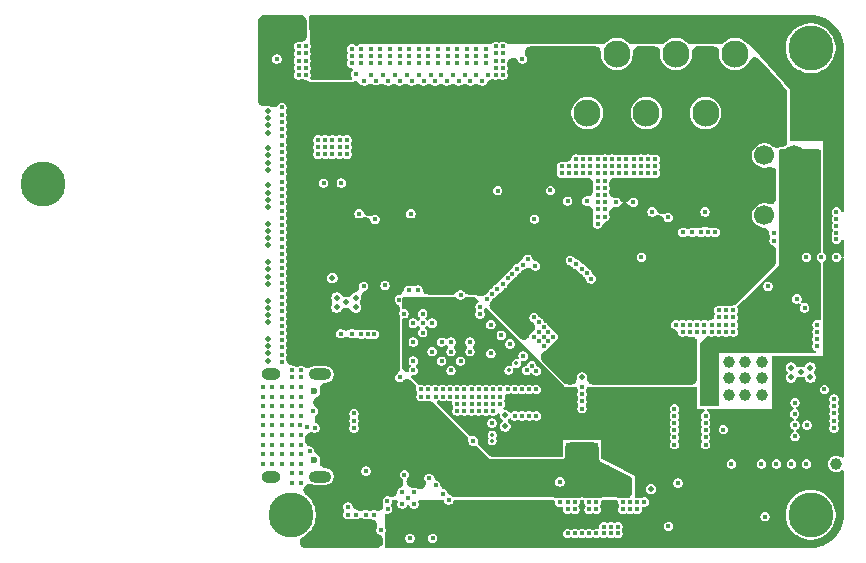
<source format=gbr>
%TF.GenerationSoftware,KiCad,Pcbnew,9.0.1*%
%TF.CreationDate,2025-05-02T15:06:27-04:00*%
%TF.ProjectId,main_board,6d61696e-5f62-46f6-9172-642e6b696361,rev?*%
%TF.SameCoordinates,Original*%
%TF.FileFunction,Copper,L4,Inr*%
%TF.FilePolarity,Positive*%
%FSLAX46Y46*%
G04 Gerber Fmt 4.6, Leading zero omitted, Abs format (unit mm)*
G04 Created by KiCad (PCBNEW 9.0.1) date 2025-05-02 15:06:27*
%MOMM*%
%LPD*%
G01*
G04 APERTURE LIST*
%TA.AperFunction,ComponentPad*%
%ADD10C,3.800000*%
%TD*%
%TA.AperFunction,ComponentPad*%
%ADD11C,1.700000*%
%TD*%
%TA.AperFunction,ComponentPad*%
%ADD12C,0.600000*%
%TD*%
%TA.AperFunction,ComponentPad*%
%ADD13O,1.900000X1.000000*%
%TD*%
%TA.AperFunction,ComponentPad*%
%ADD14O,1.600000X1.000000*%
%TD*%
%TA.AperFunction,ComponentPad*%
%ADD15C,2.300000*%
%TD*%
%TA.AperFunction,ViaPad*%
%ADD16C,0.400000*%
%TD*%
%TA.AperFunction,ViaPad*%
%ADD17C,1.000000*%
%TD*%
%TA.AperFunction,ViaPad*%
%ADD18C,0.500000*%
%TD*%
%TA.AperFunction,ViaPad*%
%ADD19C,0.350000*%
%TD*%
%TA.AperFunction,Conductor*%
%ADD20C,0.304800*%
%TD*%
G04 APERTURE END LIST*
D10*
%TO.N,N/C*%
%TO.C,REF\u002A\u002A*%
X161000000Y-72500000D03*
%TD*%
%TO.N,N/C*%
%TO.C,REF\u002A\u002A*%
X161000000Y-112000000D03*
%TD*%
%TO.N,N/C*%
%TO.C,REF\u002A\u002A*%
X96000000Y-84000000D03*
%TD*%
D11*
%TO.N,GND*%
%TO.C,CN1*%
X157073600Y-81584800D03*
X157073600Y-86664800D03*
%TO.N,+12V*%
X159613600Y-81584800D03*
X159613600Y-86664800D03*
%TD*%
D10*
%TO.N,N/C*%
%TO.C,REF\u002A\u002A*%
X117000000Y-112000000D03*
%TD*%
D12*
%TO.N,*%
%TO.C,USB1*%
X118962800Y-101554800D03*
X118962800Y-107334800D03*
D13*
%TO.N,GND*%
X119462800Y-100124800D03*
X119462800Y-108764800D03*
D14*
X115282800Y-108764800D03*
X115282800Y-100124800D03*
%TD*%
D15*
%TO.N,/Motor/Gate Driver/H_BRIDGE_SHC*%
%TO.C,CN3*%
X142086000Y-77988800D03*
X144586000Y-72988800D03*
%TO.N,/Motor/Gate Driver/H_BRIDGE_SHB*%
X147086000Y-77988800D03*
X149586000Y-72988800D03*
%TO.N,/Motor/Gate Driver/H_BRIDGE_SHA*%
X152086000Y-77988800D03*
X154586000Y-72988800D03*
%TD*%
D16*
%TO.N,*%
X126187200Y-100380800D03*
%TO.N,+3V3*%
X127343200Y-94983600D03*
X136753600Y-113385600D03*
X139598400Y-106680000D03*
X139192000Y-113385600D03*
X120091200Y-74371200D03*
X131343199Y-96583601D03*
X134518400Y-99568000D03*
X161544000Y-96520000D03*
X138379200Y-104241600D03*
X161544000Y-97739200D03*
X137160000Y-104241600D03*
X161950400Y-102819200D03*
X133908800Y-98958400D03*
X161950400Y-104648000D03*
X139801600Y-111556800D03*
X138582400Y-113385600D03*
X118872000Y-74980800D03*
X138988800Y-105460800D03*
X139192000Y-111556800D03*
X125984000Y-113995200D03*
X138379200Y-106680000D03*
X137363200Y-113385600D03*
X133908800Y-99568000D03*
X121310400Y-74371200D03*
X127736600Y-93776800D03*
X138379200Y-104851200D03*
X139598400Y-105460800D03*
X137363200Y-113995200D03*
X121920000Y-74980800D03*
X128943200Y-94983600D03*
X138988800Y-104241600D03*
X138988800Y-106680000D03*
X118872000Y-74371200D03*
X138988800Y-104851200D03*
X128549400Y-93776800D03*
X136753600Y-113995200D03*
X139192000Y-113995200D03*
X120700800Y-74980800D03*
X134518400Y-98958400D03*
X159634800Y-106299000D03*
X138379200Y-106070400D03*
X121310400Y-74980800D03*
X136550400Y-104241600D03*
X139598400Y-104851200D03*
X160654800Y-103441800D03*
X122155799Y-96672400D03*
X127343202Y-98183600D03*
X161950400Y-104038400D03*
X135940800Y-104241600D03*
X137972800Y-113995200D03*
X127343200Y-96583600D03*
X125374400Y-113995200D03*
X125374400Y-113385600D03*
X122936000Y-96723200D03*
X128943200Y-96583600D03*
D17*
X161899600Y-107696000D03*
D16*
X139598400Y-104241600D03*
X119481600Y-74371200D03*
X160624800Y-102502000D03*
X120700800Y-74371200D03*
X119481600Y-74980800D03*
X121920000Y-74371200D03*
X138582400Y-111556800D03*
X138988800Y-106070400D03*
X161950400Y-103428800D03*
X139801600Y-113995200D03*
X139598400Y-106070400D03*
X120091200Y-74980800D03*
X123139200Y-92659200D03*
X138379200Y-105460800D03*
X161544000Y-97129600D03*
X161544000Y-95910400D03*
X123545600Y-96723200D03*
X137972800Y-113385600D03*
X124053600Y-96723200D03*
X137769600Y-104241600D03*
X126162216Y-93783600D03*
X161950400Y-102209600D03*
X139801600Y-113385600D03*
X138582400Y-113995200D03*
%TO.N,GND*%
X134924800Y-73558400D03*
X116230400Y-102006400D03*
X116230400Y-106070400D03*
X119278400Y-81483200D03*
X116230400Y-83108800D03*
X134315200Y-74168000D03*
X163169600Y-86360000D03*
X134315200Y-74777600D03*
X131064000Y-73777200D03*
X123748800Y-73777200D03*
X115417600Y-103632000D03*
X153822400Y-95910400D03*
X151993600Y-96520000D03*
X163169600Y-88188800D03*
X134721600Y-102006400D03*
X145999200Y-82499200D03*
X142240000Y-113588800D03*
X117856000Y-108508800D03*
X142341600Y-81889600D03*
X142951200Y-82499200D03*
X132892800Y-103225600D03*
X134924800Y-72948800D03*
X116230400Y-101193600D03*
X132994400Y-94386400D03*
X128625600Y-102006400D03*
X114604800Y-103632000D03*
X127000000Y-73777200D03*
X116230400Y-88696800D03*
X147828000Y-82499200D03*
X115417600Y-106070400D03*
X122481627Y-111991270D03*
X115787200Y-73417600D03*
X116230400Y-96621600D03*
X140512800Y-82499200D03*
X138379200Y-96926400D03*
X116230400Y-78740000D03*
X139903200Y-82499200D03*
D18*
X115011200Y-91846400D03*
D16*
X116230400Y-96012000D03*
X138379200Y-96113600D03*
X116230400Y-97231200D03*
X143459200Y-113588800D03*
X134112000Y-102006400D03*
X115417600Y-102819200D03*
D18*
X115011200Y-85953600D03*
D16*
X142951200Y-85547200D03*
D17*
X154049600Y-101846000D03*
D16*
X121716800Y-81483200D03*
X119888000Y-80264000D03*
X143560800Y-84328000D03*
X129438400Y-72558000D03*
D17*
X156849600Y-99046000D03*
D16*
X145389600Y-81889600D03*
X117043200Y-107696000D03*
X162966400Y-104648000D03*
X122123200Y-72558000D03*
D18*
X115011200Y-95097600D03*
D16*
X142036800Y-85445600D03*
X119278400Y-80873600D03*
X117856000Y-102006400D03*
X122936000Y-73167600D03*
X117043200Y-101193600D03*
X137160000Y-101396800D03*
X144484431Y-85543501D03*
X122123200Y-73777200D03*
X137566400Y-96926400D03*
X134315200Y-72339200D03*
D17*
X163169600Y-107696000D03*
D16*
X128943200Y-95783600D03*
D18*
X115011200Y-88595200D03*
D16*
X142951200Y-81889600D03*
X139192000Y-96926400D03*
X143560800Y-82499200D03*
X121804989Y-111995011D03*
X136550400Y-103632000D03*
X133502400Y-73777200D03*
X131064000Y-102006400D03*
X145694400Y-111556800D03*
X131876800Y-73167600D03*
X119747600Y-83921600D03*
X128981200Y-113995200D03*
X153212800Y-95910400D03*
D18*
X115011200Y-84734400D03*
D16*
X144068800Y-113588800D03*
X116230400Y-88087200D03*
X144780000Y-82499200D03*
X116230400Y-92354400D03*
X134924800Y-74777600D03*
X151993600Y-95910400D03*
X124561600Y-73777200D03*
X163169600Y-86969600D03*
X131673600Y-102006400D03*
X142951200Y-86156800D03*
X115417600Y-105257600D03*
X129438400Y-73167600D03*
X123748800Y-73167600D03*
X127000000Y-72558000D03*
X117043200Y-105257600D03*
X118262400Y-74168000D03*
X162966400Y-104038400D03*
X120497600Y-80873600D03*
D18*
X135128000Y-103558400D03*
D16*
X145999200Y-83108800D03*
X117856000Y-103632000D03*
D18*
X115011200Y-94488000D03*
D16*
X142849600Y-111556800D03*
X127073600Y-113995200D03*
X119888000Y-80873600D03*
D18*
X115011200Y-82804000D03*
D16*
X145694400Y-110947200D03*
D18*
X115011200Y-97739200D03*
D16*
X127343200Y-95783600D03*
X132283200Y-102006400D03*
X143560800Y-84937600D03*
X128625600Y-73777200D03*
D18*
X115011200Y-78435200D03*
D16*
X125374400Y-72558000D03*
D18*
X115011200Y-87985600D03*
D16*
X129438400Y-73777200D03*
X116230400Y-89916000D03*
X116230400Y-83820000D03*
X154432000Y-94691200D03*
X116230400Y-95402400D03*
X141732000Y-82499200D03*
X163169600Y-88696800D03*
D18*
X115011200Y-84124800D03*
D16*
X146608800Y-83108800D03*
X162966400Y-103428800D03*
X145389600Y-83108800D03*
X122936000Y-72558000D03*
X132410200Y-105741978D03*
X114604800Y-106883200D03*
X141020800Y-110947200D03*
X130251200Y-73777200D03*
X131064000Y-103225600D03*
X133502400Y-102616000D03*
D18*
X115011200Y-95707200D03*
D16*
X147218400Y-83108800D03*
X117043200Y-108508800D03*
X116230400Y-78130400D03*
X116230400Y-85648800D03*
X141732000Y-83108800D03*
D18*
X115011200Y-92456000D03*
D16*
X151384000Y-95910400D03*
X143560800Y-83718400D03*
X153822400Y-95300800D03*
X117652800Y-73558400D03*
X121107200Y-81483200D03*
X144170400Y-82499200D03*
X145084800Y-111556800D03*
X145084800Y-110947200D03*
D17*
X155449600Y-99046000D03*
D16*
X128143200Y-96583600D03*
X117856000Y-101193600D03*
X117856000Y-100380800D03*
X115417600Y-102006400D03*
X128016000Y-101396800D03*
X123317500Y-111996798D03*
X141020800Y-113588800D03*
X142849600Y-110947200D03*
D18*
X115011200Y-89204800D03*
D16*
X131064000Y-101396800D03*
X117856000Y-109321600D03*
D18*
X120497600Y-91948000D03*
X115011200Y-97129600D03*
D16*
X132689600Y-73167600D03*
X116230400Y-94792800D03*
X124561600Y-73167600D03*
X143560800Y-86766400D03*
X149758400Y-109321600D03*
X142849600Y-113588800D03*
X122936000Y-73777200D03*
X146304000Y-110947200D03*
X116230400Y-93573600D03*
X116230400Y-79349600D03*
X116230400Y-98450400D03*
X142951200Y-87376000D03*
X131064000Y-72558000D03*
D18*
X115011200Y-98348800D03*
D16*
X130251200Y-72558000D03*
X134112000Y-101396800D03*
D18*
X115011200Y-79654400D03*
D16*
X114604800Y-102819200D03*
D18*
X115011200Y-82194400D03*
X115011200Y-91236800D03*
D16*
X121107200Y-80873600D03*
X160674000Y-104407000D03*
X116230400Y-87477600D03*
D17*
X155449600Y-101846000D03*
D16*
X134315200Y-73558400D03*
X120497600Y-81483200D03*
X131876800Y-73777200D03*
X131673600Y-103225600D03*
X154432000Y-96520000D03*
X153599400Y-104788000D03*
X126187200Y-72558000D03*
X116230400Y-106883200D03*
X127400000Y-111100000D03*
X134721600Y-102616000D03*
X133502400Y-103225600D03*
X116230400Y-102819200D03*
X127000000Y-73167600D03*
X117043200Y-109321600D03*
X116230400Y-92964000D03*
X132143200Y-97383600D03*
X133502400Y-73167600D03*
X114604800Y-102006400D03*
X117830273Y-105270493D03*
X144170400Y-81889600D03*
X142951200Y-86766400D03*
X144071476Y-113027042D03*
X140411200Y-113588800D03*
X150164800Y-95910400D03*
X134315200Y-72948800D03*
D18*
X160957600Y-100368400D03*
D16*
X138379200Y-97739200D03*
X116230400Y-90525600D03*
X143560800Y-86156800D03*
X133502400Y-72558000D03*
X142240000Y-111556800D03*
X147828000Y-81889600D03*
X115417600Y-106883200D03*
X121195799Y-96672400D03*
X152603200Y-96520000D03*
X133502400Y-102006400D03*
X141732000Y-81889600D03*
X115417600Y-104444800D03*
D19*
X135432800Y-99771200D03*
D16*
X116230400Y-97840800D03*
X134924800Y-74168000D03*
X146304000Y-111556800D03*
D17*
X156849600Y-101846000D03*
D16*
X137769600Y-103632000D03*
X123748800Y-72558000D03*
X117652800Y-74168000D03*
X138785600Y-97332800D03*
D18*
X115011200Y-80975200D03*
D16*
X132283200Y-102616000D03*
X116230400Y-77520800D03*
D19*
X136077011Y-99196211D03*
D16*
X117043200Y-102819200D03*
X118262400Y-74777600D03*
X126400000Y-110100000D03*
X116230400Y-86258400D03*
X121716800Y-80873600D03*
X163169600Y-87579200D03*
X121716800Y-80264000D03*
X139903200Y-83108800D03*
X117043200Y-99771200D03*
X116230400Y-91135200D03*
D18*
X160957600Y-99555600D03*
D16*
X116230400Y-99060000D03*
D18*
X120862999Y-93624400D03*
D16*
X142341600Y-83108800D03*
D18*
X159332000Y-99555600D03*
D16*
X154432000Y-95910400D03*
X150774400Y-95910400D03*
X134112000Y-102616000D03*
X132994400Y-94996000D03*
X116230400Y-84429600D03*
X159664800Y-102502000D03*
X144170400Y-83108800D03*
X125374400Y-73777200D03*
X114604800Y-104444800D03*
X117043200Y-104444800D03*
X116226141Y-89296198D03*
X116230400Y-107696000D03*
X132689600Y-73777200D03*
X130454400Y-102006400D03*
X140645748Y-90463119D03*
D18*
X115011200Y-90627200D03*
D17*
X154049600Y-99046000D03*
D16*
X140411200Y-110947200D03*
X116230400Y-80670400D03*
X142951200Y-84937600D03*
X144678400Y-113588800D03*
X114604800Y-101193600D03*
X117043200Y-103632000D03*
X117856000Y-99771200D03*
X121107200Y-80264000D03*
X117652800Y-72339200D03*
D18*
X122488599Y-94437200D03*
D16*
X127812800Y-73777200D03*
D18*
X121675799Y-94030800D03*
D16*
X124561600Y-72558000D03*
X118262400Y-72339200D03*
X132283200Y-103225600D03*
X142951200Y-83718400D03*
X137160000Y-103632000D03*
D18*
X115011200Y-98958400D03*
D16*
X116230400Y-79959200D03*
X118262400Y-72948800D03*
X137769600Y-101396800D03*
X143462633Y-113027042D03*
X117856000Y-107696000D03*
X154424572Y-95295195D03*
D18*
X115011200Y-77825600D03*
X115011200Y-79044800D03*
D16*
X129844800Y-101396800D03*
D18*
X159332000Y-100368400D03*
D16*
X117043200Y-100380800D03*
X122123200Y-73167600D03*
X141630400Y-113588800D03*
X142240000Y-110947200D03*
X129235200Y-101396800D03*
X137972800Y-96520000D03*
X115417600Y-107696000D03*
X119278400Y-80264000D03*
X159664800Y-105372200D03*
X127812800Y-72558000D03*
X141020800Y-111556800D03*
X117043200Y-102006400D03*
X144678400Y-113027042D03*
X114604800Y-105257600D03*
X128143200Y-95783600D03*
X131673600Y-102616000D03*
X119888000Y-81483200D03*
X141122400Y-81889600D03*
X116230400Y-85039200D03*
X146608800Y-82499200D03*
X116230400Y-81280000D03*
X149555200Y-95910400D03*
X130454400Y-101396800D03*
X147828000Y-83108800D03*
X120497600Y-80264000D03*
X133502400Y-101396800D03*
X128625600Y-72558000D03*
X116230400Y-81889600D03*
X142341600Y-82499200D03*
X117652800Y-72948800D03*
X136550400Y-101396800D03*
X131064000Y-73167600D03*
X137972800Y-95707200D03*
X131673600Y-101396800D03*
X117856000Y-106070400D03*
D18*
X122488599Y-93624400D03*
D16*
X143560800Y-81889600D03*
D18*
X115011200Y-85344000D03*
D16*
X153822400Y-96520000D03*
X117652800Y-74777600D03*
X157116600Y-112166400D03*
X142951200Y-84328000D03*
X135940800Y-103632000D03*
X136587200Y-73417600D03*
X116230400Y-82499200D03*
X126187200Y-73777200D03*
X143560800Y-85547200D03*
X117791706Y-104423267D03*
X162966400Y-102209600D03*
X151384000Y-96520000D03*
X116230400Y-91744800D03*
D17*
X156849600Y-100446000D03*
D18*
X115011200Y-87376000D03*
D16*
X117856000Y-106883200D03*
X153822400Y-94691200D03*
X128625600Y-101396800D03*
X129844800Y-102006400D03*
X150164800Y-96520000D03*
X116230400Y-94183200D03*
X145999200Y-81889600D03*
X127343200Y-98983600D03*
D17*
X155449600Y-100446000D03*
D16*
X138785600Y-96520000D03*
X146913600Y-110914062D03*
X114604800Y-106070400D03*
X163169600Y-90196000D03*
D18*
X115011200Y-93878400D03*
D17*
X154049600Y-100446000D03*
D18*
X115011200Y-81584800D03*
D16*
X132892800Y-102616000D03*
D18*
X160165001Y-99911200D03*
D16*
X127812800Y-73167600D03*
X135331200Y-101396800D03*
X147218400Y-81889600D03*
X126400000Y-111100000D03*
X144780000Y-83108800D03*
X132283200Y-101396800D03*
X118262400Y-73558400D03*
X133577236Y-93731227D03*
X117043200Y-106883200D03*
X116230400Y-86868000D03*
X117043200Y-106070400D03*
X141122400Y-82499200D03*
X150774400Y-96520000D03*
X144780000Y-81889600D03*
X132892800Y-101396800D03*
X128625600Y-73167600D03*
X153212800Y-96520000D03*
X116230400Y-104444800D03*
X127400000Y-110100000D03*
X129235200Y-102006400D03*
X117856000Y-102819200D03*
X137566400Y-95300800D03*
X134924800Y-72339200D03*
X153212800Y-94691200D03*
X115417600Y-101193600D03*
X141122400Y-83108800D03*
X131876800Y-72558000D03*
X126900000Y-110600000D03*
X135940800Y-101396800D03*
X132689600Y-72558000D03*
X116230400Y-105257600D03*
X132892800Y-102006400D03*
X137972800Y-97332800D03*
X128016000Y-102006400D03*
D18*
X147457201Y-109812498D03*
D16*
X147218400Y-82499200D03*
X134112000Y-103225600D03*
X131064000Y-102616000D03*
X143560800Y-83108800D03*
X128143200Y-94983600D03*
X152603200Y-95910400D03*
X145389600Y-82499200D03*
X114604800Y-107696000D03*
X125374400Y-73167600D03*
X142951200Y-83108800D03*
X153212800Y-95300800D03*
X140512800Y-83108800D03*
X116230400Y-103632000D03*
X140411200Y-111556800D03*
X126187200Y-73167600D03*
D18*
X120862999Y-94437200D03*
D16*
X137668000Y-90932000D03*
X130251200Y-73167600D03*
X162966400Y-102819200D03*
X134721600Y-101396800D03*
X146608800Y-81889600D03*
%TO.N,+12V*%
X153009600Y-98958400D03*
X153009600Y-102616000D03*
X152400000Y-102006400D03*
X153009600Y-100177600D03*
X151790400Y-98958400D03*
X151790400Y-100177600D03*
X152400000Y-100787200D03*
X151790400Y-100787200D03*
X151790400Y-101396800D03*
X151949100Y-102616000D03*
X152400000Y-102616000D03*
X153009600Y-100787200D03*
X153009600Y-99568000D03*
X152400000Y-101396800D03*
X152400000Y-98958400D03*
X153009600Y-102006400D03*
X153009600Y-101396800D03*
X151790400Y-99568000D03*
X151790400Y-102006400D03*
X152400000Y-100177600D03*
X152400000Y-99568000D03*
%TO.N,VBUS*%
X131673600Y-85177200D03*
X156667200Y-78841600D03*
X128422400Y-85173200D03*
X122529600Y-99161600D03*
X128016000Y-87782400D03*
X146812000Y-93675200D03*
X123139200Y-100990400D03*
X130454400Y-107289600D03*
X121310400Y-99771200D03*
X158496000Y-80670400D03*
X144068800Y-92456000D03*
X124358400Y-102209600D03*
X144678400Y-108712000D03*
X155448000Y-77622400D03*
X133502400Y-87782400D03*
X132283200Y-89001600D03*
X132283200Y-87782400D03*
X132283200Y-88392000D03*
X148640800Y-93675200D03*
X124358400Y-103428800D03*
X132181600Y-86461600D03*
D17*
X118113600Y-85039200D03*
D16*
X121716800Y-77216000D03*
X128483600Y-86998000D03*
X158496000Y-79451200D03*
X131673600Y-83921600D03*
X141630400Y-106070400D03*
X140411200Y-106680000D03*
X154838400Y-85663200D03*
X123748800Y-100990400D03*
D17*
X118113600Y-81838800D03*
D16*
X156057600Y-79451200D03*
X156667200Y-75793600D03*
X123139200Y-102819200D03*
X154838400Y-79451200D03*
X148031200Y-92456000D03*
X157886400Y-77622400D03*
X126796800Y-100990400D03*
X123748800Y-103428800D03*
X124968000Y-100380800D03*
X133197600Y-85177200D03*
X120497600Y-79654400D03*
X119278400Y-77825600D03*
X124358400Y-102819200D03*
X157886400Y-75793600D03*
X120700800Y-98552000D03*
X129438400Y-84523200D03*
X154838400Y-78841600D03*
X124968000Y-102209600D03*
X132181600Y-84527200D03*
X154838400Y-80060800D03*
X121107200Y-79654400D03*
X154228800Y-78841600D03*
X129946400Y-85797200D03*
X141020800Y-106680000D03*
X130454400Y-87782400D03*
X128016000Y-88392000D03*
D17*
X118111800Y-91440000D03*
D16*
X132689600Y-85177200D03*
X124968000Y-104648000D03*
X120700800Y-99161600D03*
X129946400Y-86457600D03*
D17*
X118110000Y-78638400D03*
D16*
X141020800Y-107289600D03*
X128625600Y-89001600D03*
X130454400Y-109524800D03*
X131064000Y-88392000D03*
X141020800Y-108712000D03*
X143459200Y-109321600D03*
X154330400Y-86323600D03*
X120497600Y-78435200D03*
X119278400Y-79654400D03*
X156057600Y-80060800D03*
X130454400Y-83921600D03*
X154330400Y-85039200D03*
X121107200Y-79044800D03*
X129844800Y-88392000D03*
X128422400Y-85797200D03*
X144068800Y-93065600D03*
X154228800Y-79451200D03*
X153619200Y-80670400D03*
X144678400Y-109321600D03*
X123748800Y-101600000D03*
X123139200Y-101600000D03*
X122529600Y-98552000D03*
X149250400Y-92456000D03*
X148031200Y-93675200D03*
X126796800Y-101600000D03*
X153619200Y-81889600D03*
X124358400Y-101600000D03*
X123139200Y-100380800D03*
X154838400Y-85039200D03*
X157886400Y-80060800D03*
X157886400Y-80670400D03*
X125577600Y-101600000D03*
X128930400Y-86457600D03*
X158496000Y-75793600D03*
X156057600Y-80670400D03*
X156057600Y-78841600D03*
X157276800Y-77012800D03*
X155448000Y-80670400D03*
X132689600Y-86461600D03*
X157886400Y-75184000D03*
X131165600Y-84582000D03*
X132892800Y-88392000D03*
X155346400Y-84444000D03*
X142849600Y-106680000D03*
X153619200Y-81280000D03*
X132181600Y-85801200D03*
X147421600Y-93065600D03*
X132283200Y-83921600D03*
X128930400Y-85173200D03*
X156667200Y-74574400D03*
X120497600Y-77216000D03*
X121920000Y-98552000D03*
X132689600Y-85801200D03*
X154838400Y-80670400D03*
X131165600Y-85856000D03*
X129844800Y-107289600D03*
X123139200Y-97942400D03*
X130454400Y-88392000D03*
X126187200Y-102209600D03*
X147421600Y-92456000D03*
X119278400Y-77216000D03*
X157276800Y-76403200D03*
X126187200Y-101600000D03*
X142849600Y-106070400D03*
X141630400Y-107289600D03*
X153314400Y-85663200D03*
X129235200Y-107696000D03*
X131064000Y-107289600D03*
X131165600Y-86516400D03*
X120091200Y-99161600D03*
X155448000Y-79451200D03*
X140411200Y-107289600D03*
X156057600Y-77012800D03*
X127406400Y-107696000D03*
X128930400Y-84523200D03*
X126187200Y-100990400D03*
X129235200Y-88392000D03*
X124358400Y-97942400D03*
X129438400Y-85173200D03*
X144068800Y-108696000D03*
X124968000Y-100990400D03*
X128625600Y-88392000D03*
X133136400Y-86977600D03*
X133197600Y-85801200D03*
X123139200Y-98552000D03*
X121107200Y-77216000D03*
D17*
X118111800Y-94640400D03*
D16*
X126796800Y-104038400D03*
X130454400Y-87172800D03*
X128016000Y-89001600D03*
X158496000Y-76403200D03*
X155448000Y-78232000D03*
X153822400Y-85663200D03*
X121310400Y-100380800D03*
X155448000Y-80060800D03*
X125577600Y-104038400D03*
X123139200Y-103428800D03*
X156057600Y-75184000D03*
X123748800Y-104648000D03*
X157276800Y-77622400D03*
X119888000Y-78435200D03*
X153314400Y-86323600D03*
X156667200Y-76403200D03*
X126187200Y-104648000D03*
X128422400Y-84523200D03*
X155346400Y-86378400D03*
X121716800Y-79044800D03*
X126187200Y-107696000D03*
X157276800Y-75184000D03*
X157886400Y-78841600D03*
X154838400Y-86323600D03*
X124968000Y-103428800D03*
X132689600Y-84527200D03*
X124358400Y-100380800D03*
X126796800Y-103428800D03*
X128483600Y-84098000D03*
X142240000Y-106680000D03*
X156057600Y-78232000D03*
X121107200Y-77825600D03*
X123748800Y-104038400D03*
X131673600Y-87782400D03*
X129844800Y-87782400D03*
X133197600Y-84527200D03*
X126796800Y-105257600D03*
X157276800Y-80060800D03*
X124968000Y-104038400D03*
X143459200Y-92456000D03*
X123748800Y-102209600D03*
X122529600Y-97942400D03*
X154838400Y-77622400D03*
X132283200Y-87172800D03*
X128930400Y-85797200D03*
X121920000Y-100990400D03*
X129235200Y-83921600D03*
X126187200Y-105257600D03*
X123139200Y-104038400D03*
X156057600Y-76403200D03*
X157276800Y-78841600D03*
X129844800Y-108305600D03*
X158496000Y-77012800D03*
X125577600Y-104648000D03*
X125577600Y-100380800D03*
X154228800Y-80060800D03*
X155448000Y-77012800D03*
X143459200Y-93675200D03*
X153822400Y-85039200D03*
X157276800Y-78232000D03*
X120497600Y-79044800D03*
D17*
X118111800Y-88239600D03*
D16*
X156667200Y-75184000D03*
X142849600Y-92456000D03*
X154838400Y-81280000D03*
X119278400Y-79044800D03*
X126796800Y-102819200D03*
X121920000Y-99161600D03*
X123748800Y-102819200D03*
X131673600Y-89001600D03*
X124968000Y-102819200D03*
X158496000Y-78232000D03*
X126187200Y-102819200D03*
X132181600Y-85177200D03*
X121107200Y-78435200D03*
X144068800Y-109321600D03*
X156057600Y-75793600D03*
X153314400Y-84389200D03*
X157886400Y-76403200D03*
X142849600Y-107289600D03*
X149250400Y-93675200D03*
X156667200Y-77622400D03*
X121310400Y-100990400D03*
X146812000Y-92456000D03*
X142240000Y-106070400D03*
X128422400Y-86457600D03*
X146812000Y-93065600D03*
X153619200Y-80060800D03*
X132892800Y-89001600D03*
X154838400Y-81889600D03*
X153009600Y-80670400D03*
X143459200Y-108712000D03*
X125577600Y-102819200D03*
X122529600Y-100990400D03*
X157886400Y-77012800D03*
X122529600Y-99771200D03*
X130454400Y-85852000D03*
X154228800Y-81280000D03*
X155448000Y-81889600D03*
X123139200Y-99771200D03*
X125577600Y-102209600D03*
X123748800Y-99771200D03*
X123748800Y-99161600D03*
X121920000Y-100380800D03*
X154330400Y-84389200D03*
X155448000Y-81280000D03*
X155346400Y-85718000D03*
X119278400Y-78435200D03*
X141630400Y-108712000D03*
X140411200Y-108712000D03*
X154330400Y-85663200D03*
X133197600Y-86461600D03*
X121920000Y-97942400D03*
X129946400Y-85173200D03*
X149250400Y-93065600D03*
X148640800Y-92456000D03*
X157276800Y-79451200D03*
X133502400Y-88392000D03*
X119888000Y-77825600D03*
X119888000Y-77216000D03*
X124358400Y-98552000D03*
X123139200Y-99161600D03*
X126187200Y-103428800D03*
X131673600Y-85801200D03*
X129235200Y-89001600D03*
X130454400Y-86512400D03*
X148640800Y-93065600D03*
X120700800Y-97942400D03*
X126796800Y-107696000D03*
X157886400Y-78232000D03*
X130454400Y-85228000D03*
X119888000Y-79044800D03*
X153009600Y-81280000D03*
X158496000Y-78841600D03*
X131064000Y-87172800D03*
X142849600Y-108712000D03*
X156057600Y-77622400D03*
X126796800Y-104648000D03*
X121310400Y-97942400D03*
X129946400Y-84523200D03*
X129438400Y-86457600D03*
X157276800Y-75793600D03*
X126796800Y-102209600D03*
X129235200Y-87782400D03*
X124358400Y-100990400D03*
X128625600Y-87782400D03*
X144068800Y-93675200D03*
X121920000Y-99771200D03*
X129844800Y-83921600D03*
X131064000Y-109524800D03*
X132892800Y-87782400D03*
X133502400Y-89001600D03*
X156667200Y-79440000D03*
X120091200Y-98552000D03*
X124968000Y-101600000D03*
X140411200Y-106070400D03*
X130454400Y-89001600D03*
X128016000Y-107696000D03*
X131064000Y-83921600D03*
X124358400Y-99771200D03*
X124358400Y-99161600D03*
X157886400Y-79451200D03*
X141020800Y-106070400D03*
X147421600Y-93675200D03*
X121310400Y-98552000D03*
X141630400Y-106680000D03*
X129235200Y-87172800D03*
X129844800Y-89001600D03*
X142240000Y-107289600D03*
X153822400Y-86323600D03*
X123748800Y-97942400D03*
X154228800Y-81889600D03*
X158496000Y-80060800D03*
X121716800Y-78435200D03*
X131064000Y-89001600D03*
X131673600Y-84527200D03*
X143459200Y-93065600D03*
D17*
X118113600Y-97840800D03*
D16*
X130454400Y-108915200D03*
X156667200Y-77012800D03*
X155346400Y-85094000D03*
X119888000Y-79654400D03*
X156667200Y-78232000D03*
X154838400Y-78232000D03*
X154228800Y-80670400D03*
X123748800Y-100380800D03*
X131673600Y-87172800D03*
X129438400Y-85797200D03*
X121310400Y-99161600D03*
X155448000Y-78841600D03*
X133136400Y-84077600D03*
X120497600Y-77825600D03*
X124358400Y-104648000D03*
X123139200Y-102209600D03*
X131165600Y-85232000D03*
X154838400Y-84389200D03*
X153822400Y-84389200D03*
X131673600Y-86461600D03*
X125577600Y-103428800D03*
X122529600Y-100380800D03*
X157276800Y-74574400D03*
X121716800Y-79654400D03*
X120091200Y-97942400D03*
X142240000Y-108712000D03*
X155448000Y-76403200D03*
X158496000Y-77622400D03*
X126187200Y-104038400D03*
X156667200Y-80060800D03*
X124358400Y-104038400D03*
X123748800Y-98552000D03*
X121716800Y-77825600D03*
X153394800Y-83933200D03*
X131064000Y-108915200D03*
X123139200Y-104648000D03*
X128625600Y-107696000D03*
X131673600Y-88392000D03*
X125577600Y-100990400D03*
X131064000Y-87782400D03*
X153314400Y-85039200D03*
X129844800Y-87172800D03*
X148031200Y-93065600D03*
X130454400Y-84578000D03*
D18*
%TO.N,Net-(U3-SS)*%
X135128000Y-104518400D03*
%TO.N,Net-(U8-DVDD)*%
X141630400Y-100380800D03*
D16*
%TO.N,/Power/VBUS_IN*%
X122326400Y-104648000D03*
X122326400Y-104038400D03*
X122326400Y-103428800D03*
%TO.N,Net-(D4-A)*%
X123342400Y-108300000D03*
%TO.N,Net-(U6-EN)*%
X160629600Y-107696000D03*
D19*
%TO.N,Net-(U3-SW)*%
X134023100Y-105741978D03*
%TO.N,Net-(U3-BST)*%
X134023100Y-105245789D03*
D16*
%TO.N,/Motor/Gate Driver/MOTOR_C_CURRENT_SENSE*%
X133908800Y-98348800D03*
X132143200Y-98183600D03*
%TO.N,/Motor/Gate Driver/MOTOR_B_CURRENT_SENSE*%
X131343200Y-98983600D03*
%TO.N,/Motor/Gate Driver/MOTOR_A_CURRENT_SENSE*%
X130543200Y-98183600D03*
%TO.N,/MCU/USB_D-*%
X118365747Y-104608549D03*
X124612400Y-113284000D03*
%TO.N,/MCU/USB_D+*%
X124002800Y-112018800D03*
X119008401Y-104648000D03*
%TO.N,Net-(U1-CC2)*%
X125171200Y-111514000D03*
X121806325Y-111353600D03*
X118567546Y-106631961D03*
%TO.N,Net-(U1-CC1)*%
X125157000Y-110822832D03*
X118872000Y-103225600D03*
%TO.N,/MCU/STM32_EN*%
X128943200Y-98183600D03*
%TO.N,Net-(U3-FB)*%
X134010400Y-104241600D03*
%TO.N,/Motor/Gate Driver/GATE_DRIVER_NFAULT*%
X131343200Y-93383600D03*
%TO.N,/Motor/Gate Driver/H_BRIDGE_SPA*%
X141145797Y-90782713D03*
X145984431Y-85543501D03*
%TO.N,/Motor/Gate Driver/H_BRIDGE_SPB*%
X140411200Y-85445600D03*
X137031097Y-90372534D03*
%TO.N,Net-(U8-SOA)*%
X135534400Y-97536000D03*
%TO.N,Net-(U8-SOB)*%
X134793613Y-96803587D03*
%TO.N,Net-(U8-SOC)*%
X133908800Y-95910400D03*
%TO.N,/Power/VBUS_SWITCH_GATE*%
X126600000Y-108600000D03*
%TO.N,/MCU/EN_12V*%
X148945600Y-112979200D03*
X159654000Y-104407000D03*
X159359600Y-107696000D03*
%TO.N,/MCU/PD_SCL*%
X129844800Y-110236000D03*
%TO.N,/MCU/PD_INT_N*%
X158089600Y-107696000D03*
X129235200Y-109524800D03*
%TO.N,/MCU/PD_FAULT*%
X156819600Y-107696000D03*
X128687499Y-108915200D03*
%TO.N,/MCU/PD_SDA*%
X139750800Y-109220000D03*
X139750800Y-110947200D03*
X130352800Y-110744000D03*
%TO.N,/CAN Transceiver1/CAN_RX*%
X162153600Y-101396800D03*
%TO.N,/CAN Transceiver1/CAN_TX*%
X154279600Y-107696000D03*
%TO.N,/Motor/Gate Driver/H_BRIDGE_SPC*%
X121247600Y-83921600D03*
X134033575Y-93276376D03*
%TO.N,/Motor/Gate Driver/GATE_DRIVER_INHA*%
X141630400Y-101193600D03*
X129743200Y-97383600D03*
%TO.N,/Motor/Gate Driver/GATE_DRIVER_SDI*%
X127343200Y-97383600D03*
X136956800Y-99771200D03*
%TO.N,/Expansion Port/ENCODER_SDA*%
X122455856Y-74703856D03*
X127741000Y-92980000D03*
%TO.N,/Motor/Gate Driver/GATE_DRIVER_NSCS*%
X137769600Y-99826051D03*
X130543200Y-97383600D03*
%TO.N,/Motor/Gate Driver/GATE_DRIVER_SDO*%
X136647724Y-98578263D03*
X124943200Y-92583600D03*
%TO.N,/Motor/Gate Driver/GATE_DRIVER_INHB*%
X129743200Y-98983600D03*
X141630400Y-101803200D03*
%TO.N,/Motor/Gate Driver/GATE_DRIVER_SCLK*%
X126543200Y-94983600D03*
X137368416Y-99370016D03*
%TO.N,/Expansion Port/ENCODER_SCL*%
X123188800Y-75285600D03*
X126943000Y-92982000D03*
%TO.N,/Motor/Gate Driver/GATE_DRIVER_INLA*%
X141630400Y-103022400D03*
X127343200Y-99783600D03*
%TO.N,/Motor/Gate Driver/GATE_DRIVER_INHC*%
X141630400Y-102412800D03*
X130543200Y-99783600D03*
%TO.N,/Motor/Gate Driver/H_BRIDGE_GHC*%
X127133600Y-86518000D03*
X135331200Y-91998800D03*
%TO.N,/Motor/Gate Driver/H_BRIDGE_GHA*%
X142412067Y-92045430D03*
X152044800Y-86353200D03*
%TO.N,/Motor/Gate Driver/H_BRIDGE_GLC*%
X122764800Y-86517200D03*
X134446693Y-92885154D03*
%TO.N,/Motor/Gate Driver/H_BRIDGE_GLA*%
X141614785Y-91156950D03*
X147574400Y-86353200D03*
%TO.N,/Motor/Gate Driver/H_BRIDGE_GHB*%
X134486400Y-84557600D03*
X135737600Y-91592400D03*
%TO.N,/Motor/Gate Driver/H_BRIDGE_GLB*%
X136602199Y-90838987D03*
X138956800Y-84548000D03*
%TO.N,/Expansion Port/EXPANSION_IO41*%
X132187200Y-75277600D03*
X157886400Y-88188800D03*
%TO.N,Net-(U6-IO0)*%
X146659600Y-90196000D03*
X159634800Y-103441800D03*
%TO.N,/Expansion Port/EXPANSION_IO1*%
X161899600Y-90196000D03*
X133687200Y-74777600D03*
%TO.N,/Expansion Port/EXPANSION_IO36*%
X150977600Y-88087200D03*
X130187200Y-75277600D03*
%TO.N,/Expansion Port/EXPANSION_IO2*%
X133187200Y-75285600D03*
X160629600Y-90196000D03*
%TO.N,/Expansion Port/EXPANSION_IO45*%
X157378400Y-92659200D03*
X129187200Y-75277600D03*
%TO.N,/Expansion Port/EXPANSION_IO46*%
X124192000Y-75250042D03*
X149453600Y-105460800D03*
%TO.N,/Expansion Port/EXPANSION_IO48*%
X152095200Y-103632000D03*
X128828800Y-74777600D03*
%TO.N,/Expansion Port/EXPANSION_IO3*%
X123748800Y-74777600D03*
X149453600Y-106070400D03*
%TO.N,/Expansion Port/EXPANSION_IO35*%
X129687200Y-74777600D03*
X150141856Y-88087200D03*
%TO.N,/Expansion Port/EXPANSION_IO14*%
X127203200Y-75285600D03*
X152095200Y-105460800D03*
%TO.N,/Expansion Port/EXPANSION_IO42*%
X132687200Y-74777600D03*
X157886400Y-88798400D03*
%TO.N,/Expansion Port/EXPANSION_IO21*%
X152095200Y-104851200D03*
X127812800Y-74777600D03*
%TO.N,/Expansion Port/EXPANSION_IO12*%
X126187200Y-75285600D03*
X149453600Y-103022400D03*
%TO.N,/Expansion Port/EXPANSION_IO38*%
X131187200Y-75277600D03*
X152298400Y-88087200D03*
%TO.N,/Expansion Port/EXPANSION_IO13*%
X126796800Y-74777600D03*
X152095200Y-106070400D03*
%TO.N,/Expansion Port/EXPANSION_IO9*%
X124764800Y-74777600D03*
X149453600Y-104851200D03*
%TO.N,/Expansion Port/EXPANSION_IO40*%
X152908000Y-88087200D03*
X131687200Y-74777600D03*
%TO.N,/Expansion Port/EXPANSION_IO37*%
X130687200Y-74777600D03*
X151688800Y-88087200D03*
%TO.N,/Expansion Port/EXPANSION_IO10*%
X125228300Y-75285600D03*
X149453600Y-104241600D03*
%TO.N,/Expansion Port/EXPANSION_IO11*%
X125780800Y-74777600D03*
X149453600Y-103632000D03*
%TO.N,/Expansion Port/EXPANSION_IO47*%
X152095200Y-104241600D03*
X128219200Y-75285600D03*
%TO.N,/Motor/Gate Driver/H_BRIDGE_SHC*%
X124114800Y-86997200D03*
X134924800Y-92456000D03*
%TO.N,/Motor/Gate Driver/H_BRIDGE_SHB*%
X137606800Y-86968000D03*
X136144000Y-91186000D03*
%TO.N,/Motor/Gate Driver/H_BRIDGE_SHA*%
X142058938Y-91560350D03*
X148924400Y-86833200D03*
%TO.N,/CAN_N*%
X159816800Y-93726000D03*
X160477200Y-94488000D03*
%TD*%
D20*
%TO.N,+3V3*%
X127254400Y-96672400D02*
X127343200Y-96583600D01*
%TD*%
%TA.AperFunction,Conductor*%
%TO.N,+3V3*%
G36*
X161003472Y-69700695D02*
G01*
X161306503Y-69717713D01*
X161320301Y-69719267D01*
X161616080Y-69769522D01*
X161629636Y-69772616D01*
X161917927Y-69855672D01*
X161931051Y-69860265D01*
X162208222Y-69975072D01*
X162220744Y-69981101D01*
X162423184Y-70092986D01*
X162483328Y-70126227D01*
X162495102Y-70133625D01*
X162739789Y-70307239D01*
X162750657Y-70315907D01*
X162974352Y-70515815D01*
X162984184Y-70525647D01*
X163184092Y-70749342D01*
X163192763Y-70760214D01*
X163366374Y-71004897D01*
X163373772Y-71016671D01*
X163518894Y-71279248D01*
X163524927Y-71291777D01*
X163639734Y-71568948D01*
X163644327Y-71582072D01*
X163727383Y-71870363D01*
X163730477Y-71883920D01*
X163780730Y-72179688D01*
X163782287Y-72193506D01*
X163799305Y-72496527D01*
X163799500Y-72503480D01*
X163799500Y-86221532D01*
X163779815Y-86288571D01*
X163727011Y-86334326D01*
X163657853Y-86344270D01*
X163594297Y-86315245D01*
X163556523Y-86256467D01*
X163555725Y-86253625D01*
X163547737Y-86223813D01*
X163542807Y-86205413D01*
X163490080Y-86114087D01*
X163415513Y-86039520D01*
X163324187Y-85986793D01*
X163222327Y-85959500D01*
X163116873Y-85959500D01*
X163015013Y-85986793D01*
X163015010Y-85986794D01*
X162923685Y-86039521D01*
X162849121Y-86114085D01*
X162796394Y-86205410D01*
X162796393Y-86205413D01*
X162769100Y-86307273D01*
X162769100Y-86412727D01*
X162796393Y-86514587D01*
X162838366Y-86587287D01*
X162847323Y-86602800D01*
X162863796Y-86670700D01*
X162847323Y-86726800D01*
X162796394Y-86815010D01*
X162796393Y-86815013D01*
X162769100Y-86916873D01*
X162769100Y-87022327D01*
X162796393Y-87124187D01*
X162834896Y-87190877D01*
X162847323Y-87212400D01*
X162863796Y-87280300D01*
X162847323Y-87336398D01*
X162839005Y-87350807D01*
X162796394Y-87424610D01*
X162796393Y-87424613D01*
X162769100Y-87526473D01*
X162769100Y-87631927D01*
X162791440Y-87715300D01*
X162796393Y-87733786D01*
X162796394Y-87733789D01*
X162847323Y-87822000D01*
X162863796Y-87889900D01*
X162847323Y-87946000D01*
X162796394Y-88034210D01*
X162796393Y-88034213D01*
X162769100Y-88136073D01*
X162769100Y-88241526D01*
X162796393Y-88343386D01*
X162796393Y-88343387D01*
X162817994Y-88380801D01*
X162834466Y-88448701D01*
X162817994Y-88504799D01*
X162796393Y-88542212D01*
X162796393Y-88542213D01*
X162769100Y-88644073D01*
X162769100Y-88749527D01*
X162796393Y-88851387D01*
X162849120Y-88942713D01*
X162923687Y-89017280D01*
X163015013Y-89070007D01*
X163116873Y-89097300D01*
X163116875Y-89097300D01*
X163222325Y-89097300D01*
X163222327Y-89097300D01*
X163324187Y-89070007D01*
X163415513Y-89017280D01*
X163490080Y-88942713D01*
X163542807Y-88851387D01*
X163555725Y-88803172D01*
X163592090Y-88743513D01*
X163654936Y-88712984D01*
X163724312Y-88721278D01*
X163778190Y-88765764D01*
X163799465Y-88832315D01*
X163799500Y-88835267D01*
X163799500Y-90057532D01*
X163779815Y-90124571D01*
X163727011Y-90170326D01*
X163657853Y-90180270D01*
X163594297Y-90151245D01*
X163556523Y-90092467D01*
X163555725Y-90089625D01*
X163542807Y-90041413D01*
X163490080Y-89950087D01*
X163415513Y-89875520D01*
X163324187Y-89822793D01*
X163222327Y-89795500D01*
X163116873Y-89795500D01*
X163015013Y-89822793D01*
X163015010Y-89822794D01*
X162923685Y-89875521D01*
X162849121Y-89950085D01*
X162796394Y-90041410D01*
X162796393Y-90041413D01*
X162769100Y-90143273D01*
X162769100Y-90248727D01*
X162796393Y-90350587D01*
X162849120Y-90441913D01*
X162923687Y-90516480D01*
X163015013Y-90569207D01*
X163116873Y-90596500D01*
X163116875Y-90596500D01*
X163222325Y-90596500D01*
X163222327Y-90596500D01*
X163324187Y-90569207D01*
X163415513Y-90516480D01*
X163490080Y-90441913D01*
X163542807Y-90350587D01*
X163555725Y-90302372D01*
X163592090Y-90242713D01*
X163654936Y-90212184D01*
X163724312Y-90220478D01*
X163778190Y-90264964D01*
X163799465Y-90331515D01*
X163799500Y-90334467D01*
X163799500Y-107042413D01*
X163779815Y-107109452D01*
X163727011Y-107155207D01*
X163657853Y-107165151D01*
X163606610Y-107145515D01*
X163501422Y-107075231D01*
X163501404Y-107075221D01*
X163373932Y-107022421D01*
X163373922Y-107022418D01*
X163238595Y-106995500D01*
X163238593Y-106995500D01*
X163100607Y-106995500D01*
X163100605Y-106995500D01*
X162965277Y-107022418D01*
X162965267Y-107022421D01*
X162837795Y-107075221D01*
X162837782Y-107075228D01*
X162723058Y-107151885D01*
X162723054Y-107151888D01*
X162625488Y-107249454D01*
X162625485Y-107249458D01*
X162548828Y-107364182D01*
X162548821Y-107364195D01*
X162496021Y-107491667D01*
X162496018Y-107491677D01*
X162469100Y-107627004D01*
X162469100Y-107627007D01*
X162469100Y-107764993D01*
X162469100Y-107764995D01*
X162469099Y-107764995D01*
X162496018Y-107900322D01*
X162496021Y-107900332D01*
X162548821Y-108027804D01*
X162548828Y-108027817D01*
X162625485Y-108142541D01*
X162625488Y-108142545D01*
X162723054Y-108240111D01*
X162723058Y-108240114D01*
X162837782Y-108316771D01*
X162837795Y-108316778D01*
X162965267Y-108369578D01*
X162965272Y-108369580D01*
X162965276Y-108369580D01*
X162965277Y-108369581D01*
X163100604Y-108396500D01*
X163100607Y-108396500D01*
X163238595Y-108396500D01*
X163344066Y-108375520D01*
X163373928Y-108369580D01*
X163501411Y-108316775D01*
X163606609Y-108246484D01*
X163673286Y-108225606D01*
X163740666Y-108244090D01*
X163787357Y-108296069D01*
X163799500Y-108349586D01*
X163799500Y-111996519D01*
X163799305Y-112003472D01*
X163782287Y-112306493D01*
X163780730Y-112320311D01*
X163730477Y-112616079D01*
X163727383Y-112629636D01*
X163644327Y-112917927D01*
X163639734Y-112931051D01*
X163524927Y-113208222D01*
X163518894Y-113220751D01*
X163373772Y-113483328D01*
X163366374Y-113495102D01*
X163192763Y-113739785D01*
X163184092Y-113750657D01*
X162984184Y-113974352D01*
X162974352Y-113984184D01*
X162750657Y-114184092D01*
X162739785Y-114192763D01*
X162495102Y-114366374D01*
X162483328Y-114373772D01*
X162220751Y-114518894D01*
X162208222Y-114524927D01*
X161931051Y-114639734D01*
X161917927Y-114644327D01*
X161629636Y-114727383D01*
X161616079Y-114730477D01*
X161320311Y-114780730D01*
X161306493Y-114782287D01*
X161003472Y-114799305D01*
X160996519Y-114799500D01*
X125092000Y-114799500D01*
X125024961Y-114779815D01*
X124979206Y-114727011D01*
X124968000Y-114675500D01*
X124968000Y-113942473D01*
X126673100Y-113942473D01*
X126673100Y-114047927D01*
X126700393Y-114149787D01*
X126753120Y-114241113D01*
X126827687Y-114315680D01*
X126919013Y-114368407D01*
X127020873Y-114395700D01*
X127020875Y-114395700D01*
X127126325Y-114395700D01*
X127126327Y-114395700D01*
X127228187Y-114368407D01*
X127319513Y-114315680D01*
X127394080Y-114241113D01*
X127446807Y-114149787D01*
X127474100Y-114047927D01*
X127474100Y-113942473D01*
X128580700Y-113942473D01*
X128580700Y-114047927D01*
X128607993Y-114149787D01*
X128660720Y-114241113D01*
X128735287Y-114315680D01*
X128826613Y-114368407D01*
X128928473Y-114395700D01*
X128928475Y-114395700D01*
X129033925Y-114395700D01*
X129033927Y-114395700D01*
X129135787Y-114368407D01*
X129227113Y-114315680D01*
X129301680Y-114241113D01*
X129354407Y-114149787D01*
X129381700Y-114047927D01*
X129381700Y-113942473D01*
X129354407Y-113840613D01*
X129301680Y-113749287D01*
X129227113Y-113674720D01*
X129135787Y-113621993D01*
X129033927Y-113594700D01*
X128928473Y-113594700D01*
X128826613Y-113621993D01*
X128826610Y-113621994D01*
X128735285Y-113674721D01*
X128660721Y-113749285D01*
X128607994Y-113840610D01*
X128607993Y-113840613D01*
X128580700Y-113942473D01*
X127474100Y-113942473D01*
X127446807Y-113840613D01*
X127394080Y-113749287D01*
X127319513Y-113674720D01*
X127228187Y-113621993D01*
X127126327Y-113594700D01*
X127020873Y-113594700D01*
X126919013Y-113621993D01*
X126919010Y-113621994D01*
X126827685Y-113674721D01*
X126753121Y-113749285D01*
X126700394Y-113840610D01*
X126700393Y-113840613D01*
X126673100Y-113942473D01*
X124968000Y-113942473D01*
X124968000Y-113536073D01*
X140010700Y-113536073D01*
X140010700Y-113641527D01*
X140037993Y-113743387D01*
X140090720Y-113834713D01*
X140165287Y-113909280D01*
X140256613Y-113962007D01*
X140358473Y-113989300D01*
X140358475Y-113989300D01*
X140463925Y-113989300D01*
X140463927Y-113989300D01*
X140565787Y-113962007D01*
X140654004Y-113911074D01*
X140721899Y-113894603D01*
X140777994Y-113911074D01*
X140866213Y-113962007D01*
X140968073Y-113989300D01*
X140968075Y-113989300D01*
X141073525Y-113989300D01*
X141073527Y-113989300D01*
X141175387Y-113962007D01*
X141263604Y-113911074D01*
X141331499Y-113894603D01*
X141387594Y-113911074D01*
X141475813Y-113962007D01*
X141577673Y-113989300D01*
X141577675Y-113989300D01*
X141683125Y-113989300D01*
X141683127Y-113989300D01*
X141784987Y-113962007D01*
X141873204Y-113911074D01*
X141941099Y-113894603D01*
X141997194Y-113911074D01*
X142085413Y-113962007D01*
X142187273Y-113989300D01*
X142187275Y-113989300D01*
X142292725Y-113989300D01*
X142292727Y-113989300D01*
X142394587Y-113962007D01*
X142482804Y-113911074D01*
X142550699Y-113894603D01*
X142606794Y-113911074D01*
X142695013Y-113962007D01*
X142796873Y-113989300D01*
X142796875Y-113989300D01*
X142902325Y-113989300D01*
X142902327Y-113989300D01*
X143004187Y-113962007D01*
X143092404Y-113911074D01*
X143160299Y-113894603D01*
X143216394Y-113911074D01*
X143304613Y-113962007D01*
X143406473Y-113989300D01*
X143406475Y-113989300D01*
X143511925Y-113989300D01*
X143511927Y-113989300D01*
X143613787Y-113962007D01*
X143702004Y-113911074D01*
X143769899Y-113894603D01*
X143825994Y-113911074D01*
X143914213Y-113962007D01*
X144016073Y-113989300D01*
X144016075Y-113989300D01*
X144121525Y-113989300D01*
X144121527Y-113989300D01*
X144223387Y-113962007D01*
X144311604Y-113911074D01*
X144379499Y-113894603D01*
X144435594Y-113911074D01*
X144523813Y-113962007D01*
X144625673Y-113989300D01*
X144625675Y-113989300D01*
X144731125Y-113989300D01*
X144731127Y-113989300D01*
X144832987Y-113962007D01*
X144924313Y-113909280D01*
X144998880Y-113834713D01*
X145051607Y-113743387D01*
X145078900Y-113641527D01*
X145078900Y-113536073D01*
X145051607Y-113434213D01*
X145014487Y-113369920D01*
X144998014Y-113302022D01*
X145014487Y-113245922D01*
X145051607Y-113181629D01*
X145078900Y-113079769D01*
X145078900Y-112974315D01*
X145066081Y-112926473D01*
X148545100Y-112926473D01*
X148545100Y-113031927D01*
X148572393Y-113133787D01*
X148625120Y-113225113D01*
X148699687Y-113299680D01*
X148791013Y-113352407D01*
X148892873Y-113379700D01*
X148892875Y-113379700D01*
X148998325Y-113379700D01*
X148998327Y-113379700D01*
X149100187Y-113352407D01*
X149191513Y-113299680D01*
X149266080Y-113225113D01*
X149318807Y-113133787D01*
X149346100Y-113031927D01*
X149346100Y-112926473D01*
X149318807Y-112824613D01*
X149266080Y-112733287D01*
X149191513Y-112658720D01*
X149124659Y-112620122D01*
X149100189Y-112605994D01*
X149100188Y-112605993D01*
X149100187Y-112605993D01*
X148998327Y-112578700D01*
X148892873Y-112578700D01*
X148791013Y-112605993D01*
X148791010Y-112605994D01*
X148699685Y-112658721D01*
X148625121Y-112733285D01*
X148572394Y-112824610D01*
X148572393Y-112824613D01*
X148545100Y-112926473D01*
X145066081Y-112926473D01*
X145051607Y-112872455D01*
X144998880Y-112781129D01*
X144924313Y-112706562D01*
X144832987Y-112653835D01*
X144731127Y-112626542D01*
X144625673Y-112626542D01*
X144523813Y-112653835D01*
X144523810Y-112653836D01*
X144436938Y-112703992D01*
X144369038Y-112720465D01*
X144312938Y-112703992D01*
X144226065Y-112653836D01*
X144226064Y-112653835D01*
X144226063Y-112653835D01*
X144124203Y-112626542D01*
X144018749Y-112626542D01*
X143916889Y-112653835D01*
X143916888Y-112653835D01*
X143829052Y-112704547D01*
X143761152Y-112721018D01*
X143705056Y-112704547D01*
X143617220Y-112653835D01*
X143515360Y-112626542D01*
X143409906Y-112626542D01*
X143308046Y-112653835D01*
X143308043Y-112653836D01*
X143216718Y-112706563D01*
X143142154Y-112781127D01*
X143089427Y-112872452D01*
X143089426Y-112872455D01*
X143062133Y-112974315D01*
X143062133Y-113069520D01*
X143042448Y-113136559D01*
X142989644Y-113182314D01*
X142920486Y-113192258D01*
X142906051Y-113189297D01*
X142902327Y-113188300D01*
X142796873Y-113188300D01*
X142695013Y-113215593D01*
X142695010Y-113215594D01*
X142606800Y-113266523D01*
X142538900Y-113282996D01*
X142482800Y-113266523D01*
X142394589Y-113215594D01*
X142394588Y-113215593D01*
X142394587Y-113215593D01*
X142292727Y-113188300D01*
X142187273Y-113188300D01*
X142085413Y-113215593D01*
X142085410Y-113215594D01*
X141997200Y-113266523D01*
X141929300Y-113282996D01*
X141873200Y-113266523D01*
X141784989Y-113215594D01*
X141784988Y-113215593D01*
X141784987Y-113215593D01*
X141683127Y-113188300D01*
X141577673Y-113188300D01*
X141475813Y-113215593D01*
X141475810Y-113215594D01*
X141387600Y-113266523D01*
X141319700Y-113282996D01*
X141263600Y-113266523D01*
X141175389Y-113215594D01*
X141175388Y-113215593D01*
X141175387Y-113215593D01*
X141073527Y-113188300D01*
X140968073Y-113188300D01*
X140866213Y-113215593D01*
X140866210Y-113215594D01*
X140778000Y-113266523D01*
X140710100Y-113282996D01*
X140654000Y-113266523D01*
X140565789Y-113215594D01*
X140565788Y-113215593D01*
X140565787Y-113215593D01*
X140463927Y-113188300D01*
X140358473Y-113188300D01*
X140256613Y-113215593D01*
X140256610Y-113215594D01*
X140165285Y-113268321D01*
X140090721Y-113342885D01*
X140037994Y-113434210D01*
X140037993Y-113434213D01*
X140010700Y-113536073D01*
X124968000Y-113536073D01*
X124968000Y-113508710D01*
X124984614Y-113446708D01*
X124988588Y-113439825D01*
X124990092Y-113434213D01*
X125016100Y-113337148D01*
X125016100Y-113230852D01*
X124988589Y-113128177D01*
X124984609Y-113121284D01*
X124968000Y-113059290D01*
X124968000Y-112113673D01*
X156716100Y-112113673D01*
X156716100Y-112219127D01*
X156743393Y-112320987D01*
X156796120Y-112412313D01*
X156870687Y-112486880D01*
X156962013Y-112539607D01*
X157063873Y-112566900D01*
X157063875Y-112566900D01*
X157169325Y-112566900D01*
X157169327Y-112566900D01*
X157271187Y-112539607D01*
X157362513Y-112486880D01*
X157437080Y-112412313D01*
X157489807Y-112320987D01*
X157517100Y-112219127D01*
X157517100Y-112113673D01*
X157489807Y-112011813D01*
X157437080Y-111920487D01*
X157378925Y-111862332D01*
X158899500Y-111862332D01*
X158899500Y-112137667D01*
X158899501Y-112137684D01*
X158935438Y-112410655D01*
X158935439Y-112410660D01*
X158935440Y-112410666D01*
X158959740Y-112501356D01*
X159006704Y-112676630D01*
X159112075Y-112931017D01*
X159112080Y-112931028D01*
X159170335Y-113031927D01*
X159249751Y-113169479D01*
X159249753Y-113169482D01*
X159249754Y-113169483D01*
X159417370Y-113387926D01*
X159417376Y-113387933D01*
X159612066Y-113582623D01*
X159612073Y-113582629D01*
X159740403Y-113681099D01*
X159830521Y-113750249D01*
X159983778Y-113838732D01*
X160068971Y-113887919D01*
X160068976Y-113887921D01*
X160068979Y-113887923D01*
X160323368Y-113993295D01*
X160589334Y-114064560D01*
X160862326Y-114100500D01*
X160862333Y-114100500D01*
X161137667Y-114100500D01*
X161137674Y-114100500D01*
X161410666Y-114064560D01*
X161676632Y-113993295D01*
X161931021Y-113887923D01*
X162169479Y-113750249D01*
X162387928Y-113582628D01*
X162582628Y-113387928D01*
X162750249Y-113169479D01*
X162887923Y-112931021D01*
X162993295Y-112676632D01*
X163064560Y-112410666D01*
X163100500Y-112137674D01*
X163100500Y-111862326D01*
X163064560Y-111589334D01*
X162993295Y-111323368D01*
X162887923Y-111068979D01*
X162887921Y-111068976D01*
X162887919Y-111068971D01*
X162789548Y-110898589D01*
X162750249Y-110830521D01*
X162582628Y-110612072D01*
X162582623Y-110612066D01*
X162387933Y-110417376D01*
X162387926Y-110417370D01*
X162169483Y-110249754D01*
X162169482Y-110249753D01*
X162169479Y-110249751D01*
X162054336Y-110183273D01*
X161931028Y-110112080D01*
X161931017Y-110112075D01*
X161676630Y-110006704D01*
X161543649Y-109971072D01*
X161410666Y-109935440D01*
X161410660Y-109935439D01*
X161410655Y-109935438D01*
X161137684Y-109899501D01*
X161137679Y-109899500D01*
X161137674Y-109899500D01*
X160862326Y-109899500D01*
X160862320Y-109899500D01*
X160862315Y-109899501D01*
X160589344Y-109935438D01*
X160589337Y-109935439D01*
X160589334Y-109935440D01*
X160552114Y-109945413D01*
X160323369Y-110006704D01*
X160068982Y-110112075D01*
X160068971Y-110112080D01*
X159830516Y-110249754D01*
X159612073Y-110417370D01*
X159612066Y-110417376D01*
X159417376Y-110612066D01*
X159417370Y-110612073D01*
X159249754Y-110830516D01*
X159112080Y-111068971D01*
X159112075Y-111068982D01*
X159006704Y-111323369D01*
X158966556Y-111473206D01*
X158941498Y-111566727D01*
X158935441Y-111589331D01*
X158935438Y-111589344D01*
X158899501Y-111862315D01*
X158899500Y-111862332D01*
X157378925Y-111862332D01*
X157362513Y-111845920D01*
X157271187Y-111793193D01*
X157169327Y-111765900D01*
X157063873Y-111765900D01*
X156962013Y-111793193D01*
X156962010Y-111793194D01*
X156870685Y-111845921D01*
X156796121Y-111920485D01*
X156743394Y-112011810D01*
X156743393Y-112011813D01*
X156716100Y-112113673D01*
X124968000Y-112113673D01*
X124968000Y-112035780D01*
X124987685Y-111968741D01*
X125040489Y-111922986D01*
X125109647Y-111913042D01*
X125113664Y-111913866D01*
X125118471Y-111914499D01*
X125118473Y-111914500D01*
X125118475Y-111914500D01*
X125223925Y-111914500D01*
X125223927Y-111914500D01*
X125325787Y-111887207D01*
X125417113Y-111834480D01*
X125491680Y-111759913D01*
X125544407Y-111668587D01*
X125571700Y-111566727D01*
X125571700Y-111461273D01*
X125544407Y-111359413D01*
X125491680Y-111268087D01*
X125472590Y-111248997D01*
X125439105Y-111187674D01*
X125444089Y-111117982D01*
X125472590Y-111073635D01*
X125477480Y-111068745D01*
X125530207Y-110977419D01*
X125557500Y-110875559D01*
X125557500Y-110868000D01*
X125560050Y-110859314D01*
X125558762Y-110850353D01*
X125569740Y-110826312D01*
X125577185Y-110800961D01*
X125584025Y-110795033D01*
X125587787Y-110786797D01*
X125610021Y-110772507D01*
X125629989Y-110755206D01*
X125640503Y-110752918D01*
X125646565Y-110749023D01*
X125681500Y-110744000D01*
X125928305Y-110744000D01*
X125995344Y-110763685D01*
X126041099Y-110816489D01*
X126051043Y-110885647D01*
X126035691Y-110930001D01*
X126026795Y-110945408D01*
X126026793Y-110945413D01*
X125999500Y-111047273D01*
X125999500Y-111152727D01*
X126026793Y-111254587D01*
X126079520Y-111345913D01*
X126154087Y-111420480D01*
X126245413Y-111473207D01*
X126347273Y-111500500D01*
X126347275Y-111500500D01*
X126452725Y-111500500D01*
X126452727Y-111500500D01*
X126554587Y-111473207D01*
X126645913Y-111420480D01*
X126720480Y-111345913D01*
X126773207Y-111254587D01*
X126780225Y-111228393D01*
X126816589Y-111168733D01*
X126879436Y-111138203D01*
X126948812Y-111146497D01*
X127002690Y-111190982D01*
X127019774Y-111228392D01*
X127021422Y-111234542D01*
X127026792Y-111254585D01*
X127026793Y-111254587D01*
X127079520Y-111345913D01*
X127154087Y-111420480D01*
X127245413Y-111473207D01*
X127347273Y-111500500D01*
X127347275Y-111500500D01*
X127452725Y-111500500D01*
X127452727Y-111500500D01*
X127554587Y-111473207D01*
X127645913Y-111420480D01*
X127720480Y-111345913D01*
X127773207Y-111254587D01*
X127800500Y-111152727D01*
X127800500Y-111047273D01*
X127773207Y-110945413D01*
X127764309Y-110930001D01*
X127747835Y-110862101D01*
X127770687Y-110796074D01*
X127825608Y-110752883D01*
X127871695Y-110744000D01*
X129843024Y-110744000D01*
X129910063Y-110763685D01*
X129955818Y-110816489D01*
X129962796Y-110835901D01*
X129969612Y-110861337D01*
X129978490Y-110894473D01*
X129979593Y-110898587D01*
X130032320Y-110989913D01*
X130106887Y-111064480D01*
X130198213Y-111117207D01*
X130300073Y-111144500D01*
X130300075Y-111144500D01*
X130405525Y-111144500D01*
X130405527Y-111144500D01*
X130507387Y-111117207D01*
X130598713Y-111064480D01*
X130673280Y-110989913D01*
X130726007Y-110898587D01*
X130742802Y-110835906D01*
X130779165Y-110776247D01*
X130842012Y-110745717D01*
X130862576Y-110744000D01*
X139229020Y-110744000D01*
X139296059Y-110763685D01*
X139341814Y-110816489D01*
X139351758Y-110885647D01*
X139350933Y-110889664D01*
X139350300Y-110894471D01*
X139350300Y-110894473D01*
X139350300Y-110999927D01*
X139377593Y-111101787D01*
X139430320Y-111193113D01*
X139504887Y-111267680D01*
X139596213Y-111320407D01*
X139698073Y-111347700D01*
X139698075Y-111347700D01*
X139803524Y-111347700D01*
X139803527Y-111347700D01*
X139864412Y-111331386D01*
X139934259Y-111333049D01*
X139992122Y-111372211D01*
X140019626Y-111436440D01*
X140016278Y-111483251D01*
X140010700Y-111504073D01*
X140010700Y-111609527D01*
X140037993Y-111711387D01*
X140090720Y-111802713D01*
X140165287Y-111877280D01*
X140256613Y-111930007D01*
X140358473Y-111957300D01*
X140358475Y-111957300D01*
X140463925Y-111957300D01*
X140463927Y-111957300D01*
X140565787Y-111930007D01*
X140654004Y-111879074D01*
X140721899Y-111862603D01*
X140777994Y-111879074D01*
X140866213Y-111930007D01*
X140968073Y-111957300D01*
X140968075Y-111957300D01*
X141073525Y-111957300D01*
X141073527Y-111957300D01*
X141175387Y-111930007D01*
X141266713Y-111877280D01*
X141341280Y-111802713D01*
X141394007Y-111711387D01*
X141421300Y-111609527D01*
X141421300Y-111504073D01*
X141394007Y-111402213D01*
X141343074Y-111313995D01*
X141326603Y-111246101D01*
X141343074Y-111190005D01*
X141394007Y-111101787D01*
X141421300Y-110999927D01*
X141421300Y-110894473D01*
X141421299Y-110894471D01*
X141420239Y-110886417D01*
X141423144Y-110886034D01*
X141423401Y-110875111D01*
X141419842Y-110850353D01*
X141424211Y-110840784D01*
X141424460Y-110830267D01*
X141438476Y-110809548D01*
X141448867Y-110786797D01*
X141457716Y-110781109D01*
X141463611Y-110772397D01*
X141486602Y-110762546D01*
X141507645Y-110749023D01*
X141523477Y-110746746D01*
X141527834Y-110744880D01*
X141542580Y-110744000D01*
X141718220Y-110744000D01*
X141785259Y-110763685D01*
X141831014Y-110816489D01*
X141840958Y-110885647D01*
X141840133Y-110889664D01*
X141839500Y-110894471D01*
X141839500Y-110894473D01*
X141839500Y-110999927D01*
X141857915Y-111068651D01*
X141866793Y-111101786D01*
X141866794Y-111101789D01*
X141875695Y-111117206D01*
X141900388Y-111159976D01*
X141917723Y-111190000D01*
X141934196Y-111257900D01*
X141917723Y-111313998D01*
X141914025Y-111320405D01*
X141866794Y-111402210D01*
X141866793Y-111402213D01*
X141839500Y-111504073D01*
X141839500Y-111609527D01*
X141866793Y-111711387D01*
X141919520Y-111802713D01*
X141994087Y-111877280D01*
X142085413Y-111930007D01*
X142187273Y-111957300D01*
X142187275Y-111957300D01*
X142292725Y-111957300D01*
X142292727Y-111957300D01*
X142394587Y-111930007D01*
X142482804Y-111879074D01*
X142550699Y-111862603D01*
X142606794Y-111879074D01*
X142695013Y-111930007D01*
X142796873Y-111957300D01*
X142796875Y-111957300D01*
X142902325Y-111957300D01*
X142902327Y-111957300D01*
X143004187Y-111930007D01*
X143095513Y-111877280D01*
X143170080Y-111802713D01*
X143222807Y-111711387D01*
X143250100Y-111609527D01*
X143250100Y-111504073D01*
X143222807Y-111402213D01*
X143171874Y-111313995D01*
X143155403Y-111246101D01*
X143171874Y-111190005D01*
X143222807Y-111101787D01*
X143250100Y-110999927D01*
X143250100Y-110894473D01*
X143250099Y-110894471D01*
X143249039Y-110886417D01*
X143251944Y-110886034D01*
X143253260Y-110830267D01*
X143292411Y-110772397D01*
X143356634Y-110744880D01*
X143371380Y-110744000D01*
X144563020Y-110744000D01*
X144630059Y-110763685D01*
X144675814Y-110816489D01*
X144685758Y-110885647D01*
X144684933Y-110889664D01*
X144684300Y-110894471D01*
X144684300Y-110894473D01*
X144684300Y-110999927D01*
X144702715Y-111068651D01*
X144711593Y-111101786D01*
X144711594Y-111101789D01*
X144720495Y-111117206D01*
X144745188Y-111159976D01*
X144762523Y-111190000D01*
X144778996Y-111257900D01*
X144762523Y-111313998D01*
X144758825Y-111320405D01*
X144711594Y-111402210D01*
X144711593Y-111402213D01*
X144684300Y-111504073D01*
X144684300Y-111609527D01*
X144711593Y-111711387D01*
X144764320Y-111802713D01*
X144838887Y-111877280D01*
X144930213Y-111930007D01*
X145032073Y-111957300D01*
X145032075Y-111957300D01*
X145137525Y-111957300D01*
X145137527Y-111957300D01*
X145239387Y-111930007D01*
X145327604Y-111879074D01*
X145395499Y-111862603D01*
X145451594Y-111879074D01*
X145539813Y-111930007D01*
X145641673Y-111957300D01*
X145641675Y-111957300D01*
X145747125Y-111957300D01*
X145747127Y-111957300D01*
X145848987Y-111930007D01*
X145937204Y-111879074D01*
X146005099Y-111862603D01*
X146061194Y-111879074D01*
X146149413Y-111930007D01*
X146251273Y-111957300D01*
X146251275Y-111957300D01*
X146356725Y-111957300D01*
X146356727Y-111957300D01*
X146458587Y-111930007D01*
X146549913Y-111877280D01*
X146624480Y-111802713D01*
X146677207Y-111711387D01*
X146704500Y-111609527D01*
X146704500Y-111504073D01*
X146693284Y-111462214D01*
X146694947Y-111392368D01*
X146734109Y-111334506D01*
X146798337Y-111307001D01*
X146845148Y-111310348D01*
X146860873Y-111314562D01*
X146860876Y-111314562D01*
X146966325Y-111314562D01*
X146966327Y-111314562D01*
X147068187Y-111287269D01*
X147159513Y-111234542D01*
X147234080Y-111159975D01*
X147286807Y-111068649D01*
X147314100Y-110966789D01*
X147314100Y-110861335D01*
X147286807Y-110759475D01*
X147234080Y-110668149D01*
X147159513Y-110593582D01*
X147068187Y-110540855D01*
X146966327Y-110513562D01*
X146860873Y-110513562D01*
X146759013Y-110540855D01*
X146759010Y-110540856D01*
X146667683Y-110593584D01*
X146661237Y-110598531D01*
X146659691Y-110596516D01*
X146609503Y-110623909D01*
X146539812Y-110618911D01*
X146521180Y-110610131D01*
X146458587Y-110573993D01*
X146356727Y-110546700D01*
X146251273Y-110546700D01*
X146251271Y-110546700D01*
X146243217Y-110547761D01*
X146242835Y-110544863D01*
X146187018Y-110543523D01*
X146129164Y-110504348D01*
X146101674Y-110440113D01*
X146100800Y-110425419D01*
X146100800Y-109753189D01*
X147006701Y-109753189D01*
X147006701Y-109871807D01*
X147037402Y-109986384D01*
X147096712Y-110089111D01*
X147180588Y-110172987D01*
X147283315Y-110232297D01*
X147397892Y-110262998D01*
X147397895Y-110262998D01*
X147516507Y-110262998D01*
X147516510Y-110262998D01*
X147631087Y-110232297D01*
X147733814Y-110172987D01*
X147817690Y-110089111D01*
X147877000Y-109986384D01*
X147907701Y-109871807D01*
X147907701Y-109753189D01*
X147877000Y-109638612D01*
X147817690Y-109535885D01*
X147733814Y-109452009D01*
X147631087Y-109392699D01*
X147516510Y-109361998D01*
X147397892Y-109361998D01*
X147283315Y-109392699D01*
X147283313Y-109392699D01*
X147283313Y-109392700D01*
X147180588Y-109452009D01*
X147180585Y-109452011D01*
X147096714Y-109535882D01*
X147096712Y-109535885D01*
X147037402Y-109638612D01*
X147006701Y-109753189D01*
X146100800Y-109753189D01*
X146100800Y-109268873D01*
X149357900Y-109268873D01*
X149357900Y-109374327D01*
X149385193Y-109476187D01*
X149437920Y-109567513D01*
X149512487Y-109642080D01*
X149603813Y-109694807D01*
X149705673Y-109722100D01*
X149705675Y-109722100D01*
X149811125Y-109722100D01*
X149811127Y-109722100D01*
X149912987Y-109694807D01*
X150004313Y-109642080D01*
X150078880Y-109567513D01*
X150131607Y-109476187D01*
X150158900Y-109374327D01*
X150158900Y-109268873D01*
X150131607Y-109167013D01*
X150078880Y-109075687D01*
X150004313Y-109001120D01*
X149912987Y-108948393D01*
X149811127Y-108921100D01*
X149705673Y-108921100D01*
X149603813Y-108948393D01*
X149603810Y-108948394D01*
X149512485Y-109001121D01*
X149437921Y-109075685D01*
X149385194Y-109167010D01*
X149385193Y-109167013D01*
X149357900Y-109268873D01*
X146100800Y-109268873D01*
X146100800Y-108712000D01*
X146100799Y-108711999D01*
X144168911Y-107746055D01*
X144168909Y-107746053D01*
X143963349Y-107643273D01*
X153879100Y-107643273D01*
X153879100Y-107748727D01*
X153906393Y-107850587D01*
X153959120Y-107941913D01*
X154033687Y-108016480D01*
X154125013Y-108069207D01*
X154226873Y-108096500D01*
X154226875Y-108096500D01*
X154332325Y-108096500D01*
X154332327Y-108096500D01*
X154434187Y-108069207D01*
X154525513Y-108016480D01*
X154600080Y-107941913D01*
X154652807Y-107850587D01*
X154680100Y-107748727D01*
X154680100Y-107643273D01*
X156419100Y-107643273D01*
X156419100Y-107748727D01*
X156446393Y-107850587D01*
X156499120Y-107941913D01*
X156573687Y-108016480D01*
X156665013Y-108069207D01*
X156766873Y-108096500D01*
X156766875Y-108096500D01*
X156872325Y-108096500D01*
X156872327Y-108096500D01*
X156974187Y-108069207D01*
X157065513Y-108016480D01*
X157140080Y-107941913D01*
X157192807Y-107850587D01*
X157220100Y-107748727D01*
X157220100Y-107643273D01*
X157689100Y-107643273D01*
X157689100Y-107748727D01*
X157716393Y-107850587D01*
X157769120Y-107941913D01*
X157843687Y-108016480D01*
X157935013Y-108069207D01*
X158036873Y-108096500D01*
X158036875Y-108096500D01*
X158142325Y-108096500D01*
X158142327Y-108096500D01*
X158244187Y-108069207D01*
X158335513Y-108016480D01*
X158410080Y-107941913D01*
X158462807Y-107850587D01*
X158490100Y-107748727D01*
X158490100Y-107643273D01*
X158959100Y-107643273D01*
X158959100Y-107748727D01*
X158986393Y-107850587D01*
X159039120Y-107941913D01*
X159113687Y-108016480D01*
X159205013Y-108069207D01*
X159306873Y-108096500D01*
X159306875Y-108096500D01*
X159412325Y-108096500D01*
X159412327Y-108096500D01*
X159514187Y-108069207D01*
X159605513Y-108016480D01*
X159680080Y-107941913D01*
X159732807Y-107850587D01*
X159760100Y-107748727D01*
X159760100Y-107643273D01*
X160229100Y-107643273D01*
X160229100Y-107748727D01*
X160256393Y-107850587D01*
X160309120Y-107941913D01*
X160383687Y-108016480D01*
X160475013Y-108069207D01*
X160576873Y-108096500D01*
X160576875Y-108096500D01*
X160682325Y-108096500D01*
X160682327Y-108096500D01*
X160784187Y-108069207D01*
X160875513Y-108016480D01*
X160950080Y-107941913D01*
X161002807Y-107850587D01*
X161030100Y-107748727D01*
X161030100Y-107643273D01*
X161002807Y-107541413D01*
X160950080Y-107450087D01*
X160875513Y-107375520D01*
X160784187Y-107322793D01*
X160682327Y-107295500D01*
X160576873Y-107295500D01*
X160475013Y-107322793D01*
X160475010Y-107322794D01*
X160383685Y-107375521D01*
X160309121Y-107450085D01*
X160256394Y-107541410D01*
X160256393Y-107541413D01*
X160229100Y-107643273D01*
X159760100Y-107643273D01*
X159732807Y-107541413D01*
X159680080Y-107450087D01*
X159605513Y-107375520D01*
X159514187Y-107322793D01*
X159412327Y-107295500D01*
X159306873Y-107295500D01*
X159205013Y-107322793D01*
X159205010Y-107322794D01*
X159113685Y-107375521D01*
X159039121Y-107450085D01*
X158986394Y-107541410D01*
X158986393Y-107541413D01*
X158959100Y-107643273D01*
X158490100Y-107643273D01*
X158462807Y-107541413D01*
X158410080Y-107450087D01*
X158335513Y-107375520D01*
X158244187Y-107322793D01*
X158142327Y-107295500D01*
X158036873Y-107295500D01*
X157935013Y-107322793D01*
X157935010Y-107322794D01*
X157843685Y-107375521D01*
X157769121Y-107450085D01*
X157716394Y-107541410D01*
X157716393Y-107541413D01*
X157689100Y-107643273D01*
X157220100Y-107643273D01*
X157192807Y-107541413D01*
X157140080Y-107450087D01*
X157065513Y-107375520D01*
X156974187Y-107322793D01*
X156872327Y-107295500D01*
X156766873Y-107295500D01*
X156665013Y-107322793D01*
X156665010Y-107322794D01*
X156573685Y-107375521D01*
X156499121Y-107450085D01*
X156446394Y-107541410D01*
X156446393Y-107541413D01*
X156419100Y-107643273D01*
X154680100Y-107643273D01*
X154652807Y-107541413D01*
X154600080Y-107450087D01*
X154525513Y-107375520D01*
X154434187Y-107322793D01*
X154332327Y-107295500D01*
X154226873Y-107295500D01*
X154125013Y-107322793D01*
X154125010Y-107322794D01*
X154033685Y-107375521D01*
X153959121Y-107450085D01*
X153906394Y-107541410D01*
X153906393Y-107541413D01*
X153879100Y-107643273D01*
X143963349Y-107643273D01*
X143324546Y-107323872D01*
X143273387Y-107276285D01*
X143256000Y-107212963D01*
X143256000Y-105664000D01*
X140004800Y-105664000D01*
X140004800Y-106962400D01*
X139985115Y-107029439D01*
X139932311Y-107075194D01*
X139880800Y-107086400D01*
X133960162Y-107086400D01*
X133893123Y-107066715D01*
X133872481Y-107050081D01*
X132820411Y-105998011D01*
X132786926Y-105936688D01*
X132788316Y-105878240D01*
X132810700Y-105794705D01*
X132810700Y-105689251D01*
X132783407Y-105587391D01*
X132730680Y-105496065D01*
X132656113Y-105421498D01*
X132564787Y-105368771D01*
X132462927Y-105341478D01*
X132357473Y-105341478D01*
X132357471Y-105341478D01*
X132273939Y-105363860D01*
X132204089Y-105362197D01*
X132154166Y-105331766D01*
X132018754Y-105196354D01*
X133647600Y-105196354D01*
X133647600Y-105295224D01*
X133665991Y-105363860D01*
X133673190Y-105390727D01*
X133696952Y-105431884D01*
X133713424Y-105499784D01*
X133696952Y-105555881D01*
X133673192Y-105597035D01*
X133673190Y-105597038D01*
X133673190Y-105597040D01*
X133647600Y-105692543D01*
X133647600Y-105791413D01*
X133673190Y-105886916D01*
X133722625Y-105972540D01*
X133792538Y-106042453D01*
X133878162Y-106091888D01*
X133973665Y-106117478D01*
X133973667Y-106117478D01*
X134072532Y-106117478D01*
X134072535Y-106117478D01*
X134168038Y-106091888D01*
X134253662Y-106042453D01*
X134323575Y-105972540D01*
X134373010Y-105886916D01*
X134398600Y-105791413D01*
X134398600Y-105692543D01*
X134373010Y-105597040D01*
X134349247Y-105555882D01*
X134332775Y-105487983D01*
X134349246Y-105431886D01*
X134373010Y-105390727D01*
X134398600Y-105295224D01*
X134398600Y-105196354D01*
X134373010Y-105100851D01*
X134323575Y-105015227D01*
X134253662Y-104945314D01*
X134168038Y-104895879D01*
X134116506Y-104882071D01*
X134105792Y-104879200D01*
X134105791Y-104879200D01*
X134072535Y-104870289D01*
X133973665Y-104870289D01*
X133929694Y-104882070D01*
X133929693Y-104882071D01*
X133878160Y-104895879D01*
X133878159Y-104895880D01*
X133792536Y-104945315D01*
X133722626Y-105015225D01*
X133673191Y-105100848D01*
X133673191Y-105100849D01*
X133673190Y-105100851D01*
X133647600Y-105196354D01*
X132018754Y-105196354D01*
X129385007Y-102562607D01*
X129373026Y-102540666D01*
X129357571Y-102521013D01*
X129356569Y-102510528D01*
X129351522Y-102501284D01*
X129353305Y-102476345D01*
X129350929Y-102451459D01*
X129355754Y-102442098D01*
X129356506Y-102431592D01*
X129371490Y-102411575D01*
X129382945Y-102389357D01*
X129395536Y-102379454D01*
X129398378Y-102375659D01*
X129410677Y-102367545D01*
X129478003Y-102328675D01*
X129545900Y-102312203D01*
X129601994Y-102328674D01*
X129690213Y-102379607D01*
X129792073Y-102406900D01*
X129792075Y-102406900D01*
X129897525Y-102406900D01*
X129897527Y-102406900D01*
X129999387Y-102379607D01*
X130087604Y-102328674D01*
X130155499Y-102312203D01*
X130211594Y-102328674D01*
X130299813Y-102379607D01*
X130401673Y-102406900D01*
X130401675Y-102406900D01*
X130507125Y-102406900D01*
X130507127Y-102406900D01*
X130513277Y-102405252D01*
X130583125Y-102406911D01*
X130640989Y-102446071D01*
X130668496Y-102510299D01*
X130665150Y-102557114D01*
X130663500Y-102563270D01*
X130663500Y-102563273D01*
X130663500Y-102668727D01*
X130676596Y-102717600D01*
X130690793Y-102770586D01*
X130690794Y-102770589D01*
X130741723Y-102858800D01*
X130758196Y-102926700D01*
X130741723Y-102982800D01*
X130690794Y-103071010D01*
X130690793Y-103071013D01*
X130663500Y-103172873D01*
X130663500Y-103278327D01*
X130690793Y-103380187D01*
X130743520Y-103471513D01*
X130818087Y-103546080D01*
X130909413Y-103598807D01*
X131011273Y-103626100D01*
X131011275Y-103626100D01*
X131116725Y-103626100D01*
X131116727Y-103626100D01*
X131218587Y-103598807D01*
X131306804Y-103547874D01*
X131374699Y-103531403D01*
X131430794Y-103547874D01*
X131519013Y-103598807D01*
X131620873Y-103626100D01*
X131620875Y-103626100D01*
X131726325Y-103626100D01*
X131726327Y-103626100D01*
X131828187Y-103598807D01*
X131916404Y-103547874D01*
X131984299Y-103531403D01*
X132040394Y-103547874D01*
X132128613Y-103598807D01*
X132230473Y-103626100D01*
X132230475Y-103626100D01*
X132335925Y-103626100D01*
X132335927Y-103626100D01*
X132437787Y-103598807D01*
X132526004Y-103547874D01*
X132593899Y-103531403D01*
X132649994Y-103547874D01*
X132738213Y-103598807D01*
X132840073Y-103626100D01*
X132840075Y-103626100D01*
X132945525Y-103626100D01*
X132945527Y-103626100D01*
X133047387Y-103598807D01*
X133135604Y-103547874D01*
X133203499Y-103531403D01*
X133259594Y-103547874D01*
X133347813Y-103598807D01*
X133449673Y-103626100D01*
X133449675Y-103626100D01*
X133555125Y-103626100D01*
X133555127Y-103626100D01*
X133656987Y-103598807D01*
X133745204Y-103547874D01*
X133754431Y-103545636D01*
X133761940Y-103539818D01*
X133787833Y-103537532D01*
X133813099Y-103531403D01*
X133823929Y-103534346D01*
X133831540Y-103533675D01*
X133857571Y-103543490D01*
X133864809Y-103545458D01*
X133867007Y-103546611D01*
X133957413Y-103598807D01*
X133975974Y-103603780D01*
X133988178Y-103610183D01*
X134003782Y-103625276D01*
X134022322Y-103636577D01*
X134028400Y-103649089D01*
X134038398Y-103658760D01*
X134043365Y-103679894D01*
X134052852Y-103699424D01*
X134051200Y-103713235D01*
X134054383Y-103726776D01*
X134047135Y-103747240D01*
X134044558Y-103768800D01*
X134035700Y-103779527D01*
X134031058Y-103792637D01*
X134013897Y-103805934D01*
X134000073Y-103822678D01*
X133981117Y-103831334D01*
X133975829Y-103835433D01*
X133971261Y-103835836D01*
X133962663Y-103839763D01*
X133855811Y-103868393D01*
X133855810Y-103868394D01*
X133764485Y-103921121D01*
X133689921Y-103995685D01*
X133637194Y-104087010D01*
X133637193Y-104087013D01*
X133609900Y-104188873D01*
X133609900Y-104294327D01*
X133637193Y-104396187D01*
X133689920Y-104487513D01*
X133764487Y-104562080D01*
X133855813Y-104614807D01*
X133957673Y-104642100D01*
X134063127Y-104642100D01*
X134164987Y-104614807D01*
X134256313Y-104562080D01*
X134330880Y-104487513D01*
X134383607Y-104396187D01*
X134410900Y-104294327D01*
X134410900Y-104188873D01*
X134383607Y-104087013D01*
X134330880Y-103995687D01*
X134256313Y-103921120D01*
X134176083Y-103874799D01*
X134164989Y-103868394D01*
X134164988Y-103868393D01*
X134164987Y-103868393D01*
X134164984Y-103868392D01*
X134164981Y-103868391D01*
X134159731Y-103866984D01*
X134100072Y-103830617D01*
X134069546Y-103767769D01*
X134077844Y-103698394D01*
X134122331Y-103644518D01*
X134159737Y-103627436D01*
X134164723Y-103626100D01*
X134164727Y-103626100D01*
X134266587Y-103598807D01*
X134357913Y-103546080D01*
X134432480Y-103471513D01*
X134446114Y-103447897D01*
X134496680Y-103399683D01*
X134565287Y-103386460D01*
X134630152Y-103412429D01*
X134670680Y-103469343D01*
X134677500Y-103509899D01*
X134677500Y-103617709D01*
X134708201Y-103732286D01*
X134767511Y-103835013D01*
X134851387Y-103918889D01*
X134851388Y-103918890D01*
X134851390Y-103918891D01*
X134872387Y-103931014D01*
X134920602Y-103981582D01*
X134933823Y-104050190D01*
X134907854Y-104115054D01*
X134872387Y-104145786D01*
X134851390Y-104157908D01*
X134851384Y-104157913D01*
X134767513Y-104241784D01*
X134767511Y-104241787D01*
X134708960Y-104343200D01*
X134708201Y-104344514D01*
X134677500Y-104459091D01*
X134677500Y-104577709D01*
X134708201Y-104692286D01*
X134767511Y-104795013D01*
X134851387Y-104878889D01*
X134954114Y-104938199D01*
X135068691Y-104968900D01*
X135068694Y-104968900D01*
X135187306Y-104968900D01*
X135187309Y-104968900D01*
X135301886Y-104938199D01*
X135404613Y-104878889D01*
X135488489Y-104795013D01*
X135547799Y-104692286D01*
X135578500Y-104577709D01*
X135578500Y-104459091D01*
X135547799Y-104344514D01*
X135488489Y-104241787D01*
X135404613Y-104157911D01*
X135383612Y-104145785D01*
X135335398Y-104095219D01*
X135322176Y-104026612D01*
X135348144Y-103961748D01*
X135366420Y-103942984D01*
X135374511Y-103936268D01*
X135404613Y-103918889D01*
X135449342Y-103874159D01*
X135453760Y-103870493D01*
X135480773Y-103858843D01*
X135506595Y-103844743D01*
X135512490Y-103845164D01*
X135517918Y-103842824D01*
X135546943Y-103847628D01*
X135576286Y-103849727D01*
X135582067Y-103853442D01*
X135586849Y-103854234D01*
X135595565Y-103862116D01*
X135620635Y-103878228D01*
X135694887Y-103952480D01*
X135786213Y-104005207D01*
X135888073Y-104032500D01*
X135888075Y-104032500D01*
X135993525Y-104032500D01*
X135993527Y-104032500D01*
X136095387Y-104005207D01*
X136183604Y-103954274D01*
X136251499Y-103937803D01*
X136307594Y-103954274D01*
X136395813Y-104005207D01*
X136497673Y-104032500D01*
X136497675Y-104032500D01*
X136603125Y-104032500D01*
X136603127Y-104032500D01*
X136704987Y-104005207D01*
X136793204Y-103954274D01*
X136861099Y-103937803D01*
X136917194Y-103954274D01*
X137005413Y-104005207D01*
X137107273Y-104032500D01*
X137107275Y-104032500D01*
X137212725Y-104032500D01*
X137212727Y-104032500D01*
X137314587Y-104005207D01*
X137402804Y-103954274D01*
X137470699Y-103937803D01*
X137526794Y-103954274D01*
X137615013Y-104005207D01*
X137716873Y-104032500D01*
X137716875Y-104032500D01*
X137822325Y-104032500D01*
X137822327Y-104032500D01*
X137924187Y-104005207D01*
X138015513Y-103952480D01*
X138090080Y-103877913D01*
X138142807Y-103786587D01*
X138170100Y-103684727D01*
X138170100Y-103579273D01*
X138142807Y-103477413D01*
X138090080Y-103386087D01*
X138015513Y-103311520D01*
X137924187Y-103258793D01*
X137822327Y-103231500D01*
X137716873Y-103231500D01*
X137615013Y-103258793D01*
X137615010Y-103258794D01*
X137565793Y-103287210D01*
X137536983Y-103303844D01*
X137526800Y-103309723D01*
X137458900Y-103326196D01*
X137402800Y-103309723D01*
X137392617Y-103303844D01*
X137314587Y-103258793D01*
X137212727Y-103231500D01*
X137107273Y-103231500D01*
X137005413Y-103258793D01*
X137005410Y-103258794D01*
X136956193Y-103287210D01*
X136927383Y-103303844D01*
X136917200Y-103309723D01*
X136849300Y-103326196D01*
X136793200Y-103309723D01*
X136783017Y-103303844D01*
X136704987Y-103258793D01*
X136603127Y-103231500D01*
X136497673Y-103231500D01*
X136395813Y-103258793D01*
X136395810Y-103258794D01*
X136346593Y-103287210D01*
X136317783Y-103303844D01*
X136307600Y-103309723D01*
X136239700Y-103326196D01*
X136183600Y-103309723D01*
X136173417Y-103303844D01*
X136095387Y-103258793D01*
X135993527Y-103231500D01*
X135888073Y-103231500D01*
X135786213Y-103258793D01*
X135786210Y-103258794D01*
X135694884Y-103311522D01*
X135689183Y-103317223D01*
X135627859Y-103350705D01*
X135558167Y-103345718D01*
X135502236Y-103303844D01*
X135494120Y-103291539D01*
X135488493Y-103281793D01*
X135488490Y-103281790D01*
X135488489Y-103281787D01*
X135404613Y-103197911D01*
X135301886Y-103138601D01*
X135187309Y-103107900D01*
X135095455Y-103107900D01*
X135028416Y-103088215D01*
X134982661Y-103035411D01*
X134972717Y-102966253D01*
X135001742Y-102902697D01*
X135007774Y-102896219D01*
X135042080Y-102861913D01*
X135094807Y-102770587D01*
X135122100Y-102668727D01*
X135122100Y-102563273D01*
X135094807Y-102461413D01*
X135043874Y-102373195D01*
X135027403Y-102305301D01*
X135043874Y-102249205D01*
X135094807Y-102160987D01*
X135122100Y-102059127D01*
X135122100Y-101953673D01*
X135120451Y-101947519D01*
X135122112Y-101877672D01*
X135161273Y-101819808D01*
X135225501Y-101792302D01*
X135272317Y-101795650D01*
X135278473Y-101797300D01*
X135278476Y-101797300D01*
X135383925Y-101797300D01*
X135383927Y-101797300D01*
X135485787Y-101770007D01*
X135574004Y-101719074D01*
X135641899Y-101702603D01*
X135697994Y-101719074D01*
X135786213Y-101770007D01*
X135888073Y-101797300D01*
X135888075Y-101797300D01*
X135993525Y-101797300D01*
X135993527Y-101797300D01*
X136095387Y-101770007D01*
X136183604Y-101719074D01*
X136251499Y-101702603D01*
X136307594Y-101719074D01*
X136395813Y-101770007D01*
X136497673Y-101797300D01*
X136497675Y-101797300D01*
X136603125Y-101797300D01*
X136603127Y-101797300D01*
X136704987Y-101770007D01*
X136793204Y-101719074D01*
X136861099Y-101702603D01*
X136917194Y-101719074D01*
X137005413Y-101770007D01*
X137107273Y-101797300D01*
X137107275Y-101797300D01*
X137212725Y-101797300D01*
X137212727Y-101797300D01*
X137314587Y-101770007D01*
X137402804Y-101719074D01*
X137470699Y-101702603D01*
X137526794Y-101719074D01*
X137615013Y-101770007D01*
X137716873Y-101797300D01*
X137716875Y-101797300D01*
X137822325Y-101797300D01*
X137822327Y-101797300D01*
X137924187Y-101770007D01*
X138015513Y-101717280D01*
X138090080Y-101642713D01*
X138142807Y-101551387D01*
X138170100Y-101449527D01*
X138170100Y-101344073D01*
X138142807Y-101242213D01*
X138090080Y-101150887D01*
X138015513Y-101076320D01*
X137924187Y-101023593D01*
X137822327Y-100996300D01*
X137716873Y-100996300D01*
X137615013Y-101023593D01*
X137615010Y-101023594D01*
X137571365Y-101048793D01*
X137540220Y-101066775D01*
X137526800Y-101074523D01*
X137458900Y-101090996D01*
X137402800Y-101074523D01*
X137389380Y-101066775D01*
X137314587Y-101023593D01*
X137212727Y-100996300D01*
X137107273Y-100996300D01*
X137005413Y-101023593D01*
X137005410Y-101023594D01*
X136961765Y-101048793D01*
X136930620Y-101066775D01*
X136917200Y-101074523D01*
X136849300Y-101090996D01*
X136793200Y-101074523D01*
X136779780Y-101066775D01*
X136704987Y-101023593D01*
X136603127Y-100996300D01*
X136497673Y-100996300D01*
X136395813Y-101023593D01*
X136395810Y-101023594D01*
X136352165Y-101048793D01*
X136321020Y-101066775D01*
X136307600Y-101074523D01*
X136239700Y-101090996D01*
X136183600Y-101074523D01*
X136170180Y-101066775D01*
X136095387Y-101023593D01*
X135993527Y-100996300D01*
X135888073Y-100996300D01*
X135786213Y-101023593D01*
X135786210Y-101023594D01*
X135742565Y-101048793D01*
X135711420Y-101066775D01*
X135698000Y-101074523D01*
X135630100Y-101090996D01*
X135574000Y-101074523D01*
X135560580Y-101066775D01*
X135485787Y-101023593D01*
X135383927Y-100996300D01*
X135278473Y-100996300D01*
X135176613Y-101023593D01*
X135176610Y-101023594D01*
X135132965Y-101048793D01*
X135101820Y-101066775D01*
X135088400Y-101074523D01*
X135020500Y-101090996D01*
X134964400Y-101074523D01*
X134950980Y-101066775D01*
X134876187Y-101023593D01*
X134774327Y-100996300D01*
X134668873Y-100996300D01*
X134567013Y-101023593D01*
X134567010Y-101023594D01*
X134523365Y-101048793D01*
X134492220Y-101066775D01*
X134478800Y-101074523D01*
X134410900Y-101090996D01*
X134354800Y-101074523D01*
X134341380Y-101066775D01*
X134266587Y-101023593D01*
X134164727Y-100996300D01*
X134059273Y-100996300D01*
X133957413Y-101023593D01*
X133957410Y-101023594D01*
X133913765Y-101048793D01*
X133882620Y-101066775D01*
X133869200Y-101074523D01*
X133801300Y-101090996D01*
X133745200Y-101074523D01*
X133731780Y-101066775D01*
X133656987Y-101023593D01*
X133555127Y-100996300D01*
X133449673Y-100996300D01*
X133347813Y-101023593D01*
X133347810Y-101023594D01*
X133304165Y-101048793D01*
X133273020Y-101066775D01*
X133259600Y-101074523D01*
X133191700Y-101090996D01*
X133135600Y-101074523D01*
X133122180Y-101066775D01*
X133047387Y-101023593D01*
X132945527Y-100996300D01*
X132840073Y-100996300D01*
X132738213Y-101023593D01*
X132738210Y-101023594D01*
X132694565Y-101048793D01*
X132663420Y-101066775D01*
X132650000Y-101074523D01*
X132582100Y-101090996D01*
X132526000Y-101074523D01*
X132512580Y-101066775D01*
X132437787Y-101023593D01*
X132335927Y-100996300D01*
X132230473Y-100996300D01*
X132128613Y-101023593D01*
X132128610Y-101023594D01*
X132084965Y-101048793D01*
X132053820Y-101066775D01*
X132040400Y-101074523D01*
X131972500Y-101090996D01*
X131916400Y-101074523D01*
X131902980Y-101066775D01*
X131828187Y-101023593D01*
X131726327Y-100996300D01*
X131620873Y-100996300D01*
X131519013Y-101023593D01*
X131519010Y-101023594D01*
X131475365Y-101048793D01*
X131444220Y-101066775D01*
X131430800Y-101074523D01*
X131362900Y-101090996D01*
X131306800Y-101074523D01*
X131293380Y-101066775D01*
X131218587Y-101023593D01*
X131116727Y-100996300D01*
X131011273Y-100996300D01*
X130909413Y-101023593D01*
X130909410Y-101023594D01*
X130865765Y-101048793D01*
X130834620Y-101066775D01*
X130821200Y-101074523D01*
X130753300Y-101090996D01*
X130697200Y-101074523D01*
X130683780Y-101066775D01*
X130608987Y-101023593D01*
X130507127Y-100996300D01*
X130401673Y-100996300D01*
X130299813Y-101023593D01*
X130299810Y-101023594D01*
X130256165Y-101048793D01*
X130225020Y-101066775D01*
X130211600Y-101074523D01*
X130143700Y-101090996D01*
X130087600Y-101074523D01*
X130074180Y-101066775D01*
X129999387Y-101023593D01*
X129897527Y-100996300D01*
X129792073Y-100996300D01*
X129690213Y-101023593D01*
X129690210Y-101023594D01*
X129646565Y-101048793D01*
X129615420Y-101066775D01*
X129602000Y-101074523D01*
X129534100Y-101090996D01*
X129478000Y-101074523D01*
X129464580Y-101066775D01*
X129389787Y-101023593D01*
X129287927Y-100996300D01*
X129182473Y-100996300D01*
X129080613Y-101023593D01*
X129080610Y-101023594D01*
X129036965Y-101048793D01*
X129005820Y-101066775D01*
X128992400Y-101074523D01*
X128924500Y-101090996D01*
X128868400Y-101074523D01*
X128854980Y-101066775D01*
X128780187Y-101023593D01*
X128678327Y-100996300D01*
X128572873Y-100996300D01*
X128471013Y-101023593D01*
X128471010Y-101023594D01*
X128427365Y-101048793D01*
X128396220Y-101066775D01*
X128382800Y-101074523D01*
X128314900Y-101090996D01*
X128258800Y-101074523D01*
X128245380Y-101066775D01*
X128170587Y-101023593D01*
X128068727Y-100996300D01*
X127963273Y-100996300D01*
X127918402Y-101008322D01*
X127848553Y-101006660D01*
X127798629Y-100976229D01*
X127218181Y-100395781D01*
X127184696Y-100334458D01*
X127189680Y-100264766D01*
X127231552Y-100208833D01*
X127297016Y-100184416D01*
X127305862Y-100184100D01*
X127395925Y-100184100D01*
X127395927Y-100184100D01*
X127497787Y-100156807D01*
X127589113Y-100104080D01*
X127663680Y-100029513D01*
X127716407Y-99938187D01*
X127743700Y-99836327D01*
X127743700Y-99730873D01*
X130142700Y-99730873D01*
X130142700Y-99836327D01*
X130169993Y-99938187D01*
X130222720Y-100029513D01*
X130297287Y-100104080D01*
X130388613Y-100156807D01*
X130490473Y-100184100D01*
X130490475Y-100184100D01*
X130595925Y-100184100D01*
X130595927Y-100184100D01*
X130697787Y-100156807D01*
X130789113Y-100104080D01*
X130863680Y-100029513D01*
X130916407Y-99938187D01*
X130943700Y-99836327D01*
X130943700Y-99730873D01*
X130941260Y-99721765D01*
X135057300Y-99721765D01*
X135057300Y-99820635D01*
X135082890Y-99916138D01*
X135082891Y-99916139D01*
X135082891Y-99916140D01*
X135085392Y-99920472D01*
X135132325Y-100001762D01*
X135202238Y-100071675D01*
X135287862Y-100121110D01*
X135383365Y-100146700D01*
X135383367Y-100146700D01*
X135482232Y-100146700D01*
X135482235Y-100146700D01*
X135577738Y-100121110D01*
X135663362Y-100071675D01*
X135733275Y-100001762D01*
X135782710Y-99916138D01*
X135808300Y-99820635D01*
X135808300Y-99721765D01*
X135807418Y-99718473D01*
X136556300Y-99718473D01*
X136556300Y-99823927D01*
X136580995Y-99916089D01*
X136583593Y-99925786D01*
X136583594Y-99925789D01*
X136590752Y-99938187D01*
X136636320Y-100017113D01*
X136710887Y-100091680D01*
X136802213Y-100144407D01*
X136904073Y-100171700D01*
X136904075Y-100171700D01*
X137009525Y-100171700D01*
X137009527Y-100171700D01*
X137111387Y-100144407D01*
X137202713Y-100091680D01*
X137251878Y-100042514D01*
X137313199Y-100009030D01*
X137382891Y-100014014D01*
X137438824Y-100055885D01*
X137446943Y-100068194D01*
X137449120Y-100071964D01*
X137523687Y-100146531D01*
X137615013Y-100199258D01*
X137716873Y-100226551D01*
X137716875Y-100226551D01*
X137822325Y-100226551D01*
X137822327Y-100226551D01*
X137924187Y-100199258D01*
X138015513Y-100146531D01*
X138090080Y-100071964D01*
X138142807Y-99980638D01*
X138170100Y-99878778D01*
X138170100Y-99773324D01*
X138142807Y-99671464D01*
X138090080Y-99580138D01*
X138015513Y-99505571D01*
X137924187Y-99452844D01*
X137860820Y-99435865D01*
X137801162Y-99399501D01*
X137770633Y-99336654D01*
X137769189Y-99319371D01*
X137768916Y-99317296D01*
X137768916Y-99317289D01*
X137741623Y-99215429D01*
X137688896Y-99124103D01*
X137614329Y-99049536D01*
X137523003Y-98996809D01*
X137421143Y-98969516D01*
X137315689Y-98969516D01*
X137213829Y-98996809D01*
X137213826Y-98996810D01*
X137122501Y-99049537D01*
X137047937Y-99124101D01*
X136995210Y-99215426D01*
X136995209Y-99215427D01*
X136975965Y-99287250D01*
X136939600Y-99346910D01*
X136888283Y-99374930D01*
X136810771Y-99395700D01*
X136802213Y-99397993D01*
X136802210Y-99397994D01*
X136710885Y-99450721D01*
X136636321Y-99525285D01*
X136583594Y-99616610D01*
X136583593Y-99616613D01*
X136556300Y-99718473D01*
X135807418Y-99718473D01*
X135802916Y-99701673D01*
X135802336Y-99699061D01*
X135804501Y-99666767D01*
X135805272Y-99634409D01*
X135806825Y-99632113D01*
X135807011Y-99629348D01*
X135826296Y-99603345D01*
X135844435Y-99576547D01*
X135846982Y-99575456D01*
X135848634Y-99573229D01*
X135878918Y-99561780D01*
X135908663Y-99549043D01*
X135911983Y-99549280D01*
X135913990Y-99548522D01*
X135920369Y-99549880D01*
X135955470Y-99552390D01*
X136027576Y-99571711D01*
X136027580Y-99571711D01*
X136126443Y-99571711D01*
X136126446Y-99571711D01*
X136221949Y-99546121D01*
X136307573Y-99496686D01*
X136377486Y-99426773D01*
X136426921Y-99341149D01*
X136452511Y-99245646D01*
X136452511Y-99146776D01*
X136448576Y-99132090D01*
X136450238Y-99062241D01*
X136489400Y-99004378D01*
X136553628Y-98976873D01*
X136586737Y-98979246D01*
X136586941Y-98977702D01*
X136594995Y-98978762D01*
X136594997Y-98978763D01*
X136594999Y-98978763D01*
X136700449Y-98978763D01*
X136700451Y-98978763D01*
X136802311Y-98951470D01*
X136893637Y-98898743D01*
X136968204Y-98824176D01*
X137020931Y-98732850D01*
X137048224Y-98630990D01*
X137048224Y-98525536D01*
X137020931Y-98423676D01*
X136968204Y-98332350D01*
X136893637Y-98257783D01*
X136802311Y-98205056D01*
X136700451Y-98177763D01*
X136594997Y-98177763D01*
X136493137Y-98205056D01*
X136493134Y-98205057D01*
X136401809Y-98257784D01*
X136327245Y-98332348D01*
X136274518Y-98423673D01*
X136274517Y-98423676D01*
X136247224Y-98525536D01*
X136247224Y-98630994D01*
X136256303Y-98664877D01*
X136254639Y-98734727D01*
X136215476Y-98792588D01*
X136151247Y-98820091D01*
X136134573Y-98819993D01*
X136134573Y-98820711D01*
X136126446Y-98820711D01*
X136027576Y-98820711D01*
X135932073Y-98846301D01*
X135932071Y-98846302D01*
X135932070Y-98846302D01*
X135846447Y-98895737D01*
X135776537Y-98965647D01*
X135727102Y-99051270D01*
X135727102Y-99051271D01*
X135727101Y-99051273D01*
X135701511Y-99146776D01*
X135701511Y-99146778D01*
X135701511Y-99245645D01*
X135706202Y-99263154D01*
X135704537Y-99333004D01*
X135665373Y-99390865D01*
X135601143Y-99418368D01*
X135554335Y-99415019D01*
X135482235Y-99395700D01*
X135383365Y-99395700D01*
X135287862Y-99421290D01*
X135287860Y-99421291D01*
X135287859Y-99421291D01*
X135202236Y-99470726D01*
X135132326Y-99540636D01*
X135082891Y-99626259D01*
X135082891Y-99626260D01*
X135082890Y-99626262D01*
X135057300Y-99721765D01*
X130941260Y-99721765D01*
X130916407Y-99629013D01*
X130863680Y-99537687D01*
X130789113Y-99463120D01*
X130711600Y-99418368D01*
X130697789Y-99410394D01*
X130697788Y-99410393D01*
X130697787Y-99410393D01*
X130595927Y-99383100D01*
X130490473Y-99383100D01*
X130388613Y-99410393D01*
X130388610Y-99410394D01*
X130297285Y-99463121D01*
X130222721Y-99537685D01*
X130169994Y-99629010D01*
X130169993Y-99629013D01*
X130142700Y-99730873D01*
X127743700Y-99730873D01*
X127716407Y-99629013D01*
X127663680Y-99537687D01*
X127597274Y-99471281D01*
X127563789Y-99409958D01*
X127568773Y-99340266D01*
X127597274Y-99295919D01*
X127630039Y-99263154D01*
X127663680Y-99229513D01*
X127716407Y-99138187D01*
X127743700Y-99036327D01*
X127743700Y-98930873D01*
X129342700Y-98930873D01*
X129342700Y-99036327D01*
X129369993Y-99138187D01*
X129422720Y-99229513D01*
X129497287Y-99304080D01*
X129588613Y-99356807D01*
X129690473Y-99384100D01*
X129690475Y-99384100D01*
X129795925Y-99384100D01*
X129795927Y-99384100D01*
X129897787Y-99356807D01*
X129989113Y-99304080D01*
X130063680Y-99229513D01*
X130116407Y-99138187D01*
X130143700Y-99036327D01*
X130143700Y-98930873D01*
X130942700Y-98930873D01*
X130942700Y-99036327D01*
X130969993Y-99138187D01*
X131022720Y-99229513D01*
X131097287Y-99304080D01*
X131188613Y-99356807D01*
X131290473Y-99384100D01*
X131290475Y-99384100D01*
X131395925Y-99384100D01*
X131395927Y-99384100D01*
X131497787Y-99356807D01*
X131589113Y-99304080D01*
X131663680Y-99229513D01*
X131716407Y-99138187D01*
X131743700Y-99036327D01*
X131743700Y-98930873D01*
X131716407Y-98829013D01*
X131663680Y-98737687D01*
X131589113Y-98663120D01*
X131497787Y-98610393D01*
X131395927Y-98583100D01*
X131290473Y-98583100D01*
X131188613Y-98610393D01*
X131188610Y-98610394D01*
X131097285Y-98663121D01*
X131022721Y-98737685D01*
X130969994Y-98829010D01*
X130969993Y-98829013D01*
X130942700Y-98930873D01*
X130143700Y-98930873D01*
X130116407Y-98829013D01*
X130063680Y-98737687D01*
X129989113Y-98663120D01*
X129897787Y-98610393D01*
X129795927Y-98583100D01*
X129690473Y-98583100D01*
X129588613Y-98610393D01*
X129588610Y-98610394D01*
X129497285Y-98663121D01*
X129422721Y-98737685D01*
X129369994Y-98829010D01*
X129369993Y-98829013D01*
X129342700Y-98930873D01*
X127743700Y-98930873D01*
X127716407Y-98829013D01*
X127663680Y-98737687D01*
X127589113Y-98663120D01*
X127497787Y-98610393D01*
X127395927Y-98583100D01*
X127290473Y-98583100D01*
X127188613Y-98610393D01*
X127188610Y-98610394D01*
X127097285Y-98663121D01*
X127022721Y-98737685D01*
X126969994Y-98829010D01*
X126969993Y-98829013D01*
X126942700Y-98930873D01*
X126942700Y-99036327D01*
X126969993Y-99138187D01*
X127014587Y-99215427D01*
X127022721Y-99229514D01*
X127089126Y-99295919D01*
X127122611Y-99357242D01*
X127117627Y-99426934D01*
X127089126Y-99471281D01*
X127022721Y-99537685D01*
X126969994Y-99629010D01*
X126969993Y-99629013D01*
X126942700Y-99730873D01*
X126942700Y-99820938D01*
X126923015Y-99887977D01*
X126870211Y-99933732D01*
X126801053Y-99943676D01*
X126737497Y-99914651D01*
X126731019Y-99908619D01*
X126426719Y-99604319D01*
X126393234Y-99542996D01*
X126390400Y-99516638D01*
X126390400Y-98130873D01*
X128542700Y-98130873D01*
X128542700Y-98236327D01*
X128569993Y-98338187D01*
X128622720Y-98429513D01*
X128697287Y-98504080D01*
X128788613Y-98556807D01*
X128890473Y-98584100D01*
X128890475Y-98584100D01*
X128995925Y-98584100D01*
X128995927Y-98584100D01*
X129097787Y-98556807D01*
X129189113Y-98504080D01*
X129263680Y-98429513D01*
X129316407Y-98338187D01*
X129343700Y-98236327D01*
X129343700Y-98130873D01*
X129316407Y-98029013D01*
X129263680Y-97937687D01*
X129189113Y-97863120D01*
X129097787Y-97810393D01*
X128995927Y-97783100D01*
X128890473Y-97783100D01*
X128788613Y-97810393D01*
X128788610Y-97810394D01*
X128697285Y-97863121D01*
X128622721Y-97937685D01*
X128569994Y-98029010D01*
X128569993Y-98029013D01*
X128542700Y-98130873D01*
X126390400Y-98130873D01*
X126390400Y-97330873D01*
X126942700Y-97330873D01*
X126942700Y-97436327D01*
X126969993Y-97538187D01*
X127022720Y-97629513D01*
X127097287Y-97704080D01*
X127188613Y-97756807D01*
X127290473Y-97784100D01*
X127290475Y-97784100D01*
X127395925Y-97784100D01*
X127395927Y-97784100D01*
X127497787Y-97756807D01*
X127589113Y-97704080D01*
X127663680Y-97629513D01*
X127716407Y-97538187D01*
X127743700Y-97436327D01*
X127743700Y-97330873D01*
X129342700Y-97330873D01*
X129342700Y-97436327D01*
X129369993Y-97538187D01*
X129422720Y-97629513D01*
X129497287Y-97704080D01*
X129588613Y-97756807D01*
X129690473Y-97784100D01*
X129690475Y-97784100D01*
X129795925Y-97784100D01*
X129795927Y-97784100D01*
X129897787Y-97756807D01*
X129989113Y-97704080D01*
X130055519Y-97637674D01*
X130063464Y-97633335D01*
X130068890Y-97626088D01*
X130093649Y-97616853D01*
X130116842Y-97604189D01*
X130125871Y-97604834D01*
X130134354Y-97601671D01*
X130160174Y-97607287D01*
X130186534Y-97609173D01*
X130195587Y-97614991D01*
X130202627Y-97616523D01*
X130230881Y-97637674D01*
X130289126Y-97695919D01*
X130322611Y-97757242D01*
X130317627Y-97826934D01*
X130289126Y-97871281D01*
X130222721Y-97937685D01*
X130169994Y-98029010D01*
X130169993Y-98029013D01*
X130142700Y-98130873D01*
X130142700Y-98236327D01*
X130169993Y-98338187D01*
X130222720Y-98429513D01*
X130297287Y-98504080D01*
X130388613Y-98556807D01*
X130490473Y-98584100D01*
X130490475Y-98584100D01*
X130595925Y-98584100D01*
X130595927Y-98584100D01*
X130697787Y-98556807D01*
X130789113Y-98504080D01*
X130863680Y-98429513D01*
X130916407Y-98338187D01*
X130943700Y-98236327D01*
X130943700Y-98130873D01*
X130916407Y-98029013D01*
X130863680Y-97937687D01*
X130797274Y-97871281D01*
X130763789Y-97809958D01*
X130768773Y-97740266D01*
X130797274Y-97695919D01*
X130812386Y-97680807D01*
X130863680Y-97629513D01*
X130916407Y-97538187D01*
X130943700Y-97436327D01*
X130943700Y-97330873D01*
X131742700Y-97330873D01*
X131742700Y-97436327D01*
X131769993Y-97538187D01*
X131818336Y-97621920D01*
X131822721Y-97629514D01*
X131889126Y-97695919D01*
X131922611Y-97757242D01*
X131917627Y-97826934D01*
X131889126Y-97871281D01*
X131822721Y-97937685D01*
X131769994Y-98029010D01*
X131769993Y-98029013D01*
X131742700Y-98130873D01*
X131742700Y-98236327D01*
X131769993Y-98338187D01*
X131822720Y-98429513D01*
X131897287Y-98504080D01*
X131988613Y-98556807D01*
X132090473Y-98584100D01*
X132090475Y-98584100D01*
X132195925Y-98584100D01*
X132195927Y-98584100D01*
X132297787Y-98556807D01*
X132389113Y-98504080D01*
X132463680Y-98429513D01*
X132516407Y-98338187D01*
X132527691Y-98296073D01*
X133508300Y-98296073D01*
X133508300Y-98401527D01*
X133535593Y-98503387D01*
X133588320Y-98594713D01*
X133662887Y-98669280D01*
X133754213Y-98722007D01*
X133856073Y-98749300D01*
X133856075Y-98749300D01*
X133961525Y-98749300D01*
X133961527Y-98749300D01*
X134063387Y-98722007D01*
X134154713Y-98669280D01*
X134229280Y-98594713D01*
X134282007Y-98503387D01*
X134309300Y-98401527D01*
X134309300Y-98296073D01*
X134282007Y-98194213D01*
X134229280Y-98102887D01*
X134154713Y-98028320D01*
X134063387Y-97975593D01*
X133961527Y-97948300D01*
X133856073Y-97948300D01*
X133754213Y-97975593D01*
X133754210Y-97975594D01*
X133662885Y-98028321D01*
X133588321Y-98102885D01*
X133535594Y-98194210D01*
X133535593Y-98194213D01*
X133508300Y-98296073D01*
X132527691Y-98296073D01*
X132543700Y-98236327D01*
X132543700Y-98130873D01*
X132516407Y-98029013D01*
X132463680Y-97937687D01*
X132397274Y-97871281D01*
X132363789Y-97809958D01*
X132368773Y-97740266D01*
X132397274Y-97695919D01*
X132412386Y-97680807D01*
X132463680Y-97629513D01*
X132516407Y-97538187D01*
X132531121Y-97483273D01*
X135133900Y-97483273D01*
X135133900Y-97588727D01*
X135161193Y-97690587D01*
X135213920Y-97781913D01*
X135288487Y-97856480D01*
X135379813Y-97909207D01*
X135481673Y-97936500D01*
X135481675Y-97936500D01*
X135587125Y-97936500D01*
X135587127Y-97936500D01*
X135688987Y-97909207D01*
X135780313Y-97856480D01*
X135854880Y-97781913D01*
X135907607Y-97690587D01*
X135934900Y-97588727D01*
X135934900Y-97483273D01*
X135907607Y-97381413D01*
X135854880Y-97290087D01*
X135780313Y-97215520D01*
X135688987Y-97162793D01*
X135587127Y-97135500D01*
X135481673Y-97135500D01*
X135379813Y-97162793D01*
X135379810Y-97162794D01*
X135300761Y-97208433D01*
X135288487Y-97215520D01*
X135213920Y-97290087D01*
X135205651Y-97304408D01*
X135205649Y-97304411D01*
X135161193Y-97381412D01*
X135161193Y-97381413D01*
X135133900Y-97483273D01*
X132531121Y-97483273D01*
X132543700Y-97436327D01*
X132543700Y-97330873D01*
X132516407Y-97229013D01*
X132463680Y-97137687D01*
X132389113Y-97063120D01*
X132297787Y-97010393D01*
X132195927Y-96983100D01*
X132090473Y-96983100D01*
X131988613Y-97010393D01*
X131988610Y-97010394D01*
X131897285Y-97063121D01*
X131822721Y-97137685D01*
X131769994Y-97229010D01*
X131769993Y-97229013D01*
X131742700Y-97330873D01*
X130943700Y-97330873D01*
X130916407Y-97229013D01*
X130863680Y-97137687D01*
X130789113Y-97063120D01*
X130697787Y-97010393D01*
X130595927Y-96983100D01*
X130490473Y-96983100D01*
X130388613Y-97010393D01*
X130388610Y-97010394D01*
X130297285Y-97063121D01*
X130230881Y-97129526D01*
X130169558Y-97163011D01*
X130099866Y-97158027D01*
X130055519Y-97129526D01*
X129989114Y-97063121D01*
X129989113Y-97063120D01*
X129897787Y-97010393D01*
X129795927Y-96983100D01*
X129690473Y-96983100D01*
X129588613Y-97010393D01*
X129588610Y-97010394D01*
X129497285Y-97063121D01*
X129422721Y-97137685D01*
X129369994Y-97229010D01*
X129369993Y-97229013D01*
X129342700Y-97330873D01*
X127743700Y-97330873D01*
X127716407Y-97229013D01*
X127663680Y-97137687D01*
X127589113Y-97063120D01*
X127497787Y-97010393D01*
X127395927Y-96983100D01*
X127290473Y-96983100D01*
X127188613Y-97010393D01*
X127188610Y-97010394D01*
X127097285Y-97063121D01*
X127022721Y-97137685D01*
X126969994Y-97229010D01*
X126969993Y-97229013D01*
X126942700Y-97330873D01*
X126390400Y-97330873D01*
X126390400Y-95730873D01*
X126942700Y-95730873D01*
X126942700Y-95836326D01*
X126969993Y-95938186D01*
X126969994Y-95938189D01*
X126982017Y-95959013D01*
X127022720Y-96029513D01*
X127097287Y-96104080D01*
X127188613Y-96156807D01*
X127290473Y-96184100D01*
X127290475Y-96184100D01*
X127395925Y-96184100D01*
X127395927Y-96184100D01*
X127497787Y-96156807D01*
X127589113Y-96104080D01*
X127655519Y-96037674D01*
X127663464Y-96033335D01*
X127668890Y-96026088D01*
X127693649Y-96016853D01*
X127716842Y-96004189D01*
X127725871Y-96004834D01*
X127734354Y-96001671D01*
X127760174Y-96007287D01*
X127786534Y-96009173D01*
X127795587Y-96014991D01*
X127802627Y-96016523D01*
X127830881Y-96037674D01*
X127889126Y-96095919D01*
X127922611Y-96157242D01*
X127917627Y-96226934D01*
X127889126Y-96271281D01*
X127822721Y-96337685D01*
X127769994Y-96429010D01*
X127769993Y-96429013D01*
X127742700Y-96530873D01*
X127742700Y-96636327D01*
X127769993Y-96738187D01*
X127822720Y-96829513D01*
X127897287Y-96904080D01*
X127988613Y-96956807D01*
X128090473Y-96984100D01*
X128090475Y-96984100D01*
X128195925Y-96984100D01*
X128195927Y-96984100D01*
X128297787Y-96956807D01*
X128389113Y-96904080D01*
X128463680Y-96829513D01*
X128509090Y-96750860D01*
X134393113Y-96750860D01*
X134393113Y-96856314D01*
X134420406Y-96958174D01*
X134473133Y-97049500D01*
X134547700Y-97124067D01*
X134639026Y-97176794D01*
X134740886Y-97204087D01*
X134740888Y-97204087D01*
X134846338Y-97204087D01*
X134846340Y-97204087D01*
X134948200Y-97176794D01*
X135039526Y-97124067D01*
X135114093Y-97049500D01*
X135166820Y-96958174D01*
X135194113Y-96856314D01*
X135194113Y-96750860D01*
X135166820Y-96649000D01*
X135114093Y-96557674D01*
X135039526Y-96483107D01*
X134948200Y-96430380D01*
X134846340Y-96403087D01*
X134740886Y-96403087D01*
X134639026Y-96430380D01*
X134639023Y-96430381D01*
X134547698Y-96483108D01*
X134473134Y-96557672D01*
X134420407Y-96648997D01*
X134420406Y-96649000D01*
X134393113Y-96750860D01*
X128509090Y-96750860D01*
X128516407Y-96738187D01*
X128543700Y-96636327D01*
X128543700Y-96530873D01*
X128516407Y-96429013D01*
X128463680Y-96337687D01*
X128397274Y-96271281D01*
X128392935Y-96263335D01*
X128385688Y-96257910D01*
X128376453Y-96233150D01*
X128363789Y-96209958D01*
X128364434Y-96200928D01*
X128361271Y-96192446D01*
X128366887Y-96166625D01*
X128368773Y-96140266D01*
X128374591Y-96131212D01*
X128376123Y-96124173D01*
X128397274Y-96095919D01*
X128455519Y-96037674D01*
X128516842Y-96004189D01*
X128586534Y-96009173D01*
X128630881Y-96037674D01*
X128697287Y-96104080D01*
X128788613Y-96156807D01*
X128890473Y-96184100D01*
X128890475Y-96184100D01*
X128995925Y-96184100D01*
X128995927Y-96184100D01*
X129097787Y-96156807D01*
X129189113Y-96104080D01*
X129263680Y-96029513D01*
X129316407Y-95938187D01*
X129337980Y-95857673D01*
X133508300Y-95857673D01*
X133508300Y-95963127D01*
X133535593Y-96064987D01*
X133588320Y-96156313D01*
X133662887Y-96230880D01*
X133754213Y-96283607D01*
X133856073Y-96310900D01*
X133856075Y-96310900D01*
X133961525Y-96310900D01*
X133961527Y-96310900D01*
X134063387Y-96283607D01*
X134154713Y-96230880D01*
X134229280Y-96156313D01*
X134282007Y-96064987D01*
X134309300Y-95963127D01*
X134309300Y-95857673D01*
X134282007Y-95755813D01*
X134229280Y-95664487D01*
X134154713Y-95589920D01*
X134063387Y-95537193D01*
X133961527Y-95509900D01*
X133856073Y-95509900D01*
X133754213Y-95537193D01*
X133754210Y-95537194D01*
X133662885Y-95589921D01*
X133588321Y-95664485D01*
X133535594Y-95755810D01*
X133535593Y-95755813D01*
X133508300Y-95857673D01*
X129337980Y-95857673D01*
X129343700Y-95836327D01*
X129343700Y-95730873D01*
X129316407Y-95629013D01*
X129263680Y-95537687D01*
X129189113Y-95463120D01*
X129097787Y-95410393D01*
X128995927Y-95383100D01*
X128890473Y-95383100D01*
X128788613Y-95410393D01*
X128788610Y-95410394D01*
X128697285Y-95463121D01*
X128630881Y-95529526D01*
X128622935Y-95533864D01*
X128617510Y-95541112D01*
X128592750Y-95550346D01*
X128569558Y-95563011D01*
X128560528Y-95562365D01*
X128552046Y-95565529D01*
X128526225Y-95559912D01*
X128499866Y-95558027D01*
X128490812Y-95552208D01*
X128483773Y-95550677D01*
X128455519Y-95529526D01*
X128397274Y-95471281D01*
X128363789Y-95409958D01*
X128368773Y-95340266D01*
X128397274Y-95295919D01*
X128463680Y-95229513D01*
X128516407Y-95138187D01*
X128543700Y-95036327D01*
X128543700Y-94930873D01*
X128516407Y-94829013D01*
X128463680Y-94737687D01*
X128389113Y-94663120D01*
X128322259Y-94624522D01*
X128297789Y-94610394D01*
X128297788Y-94610393D01*
X128297787Y-94610393D01*
X128195927Y-94583100D01*
X128090473Y-94583100D01*
X127988613Y-94610393D01*
X127988610Y-94610394D01*
X127897285Y-94663121D01*
X127822721Y-94737685D01*
X127769994Y-94829010D01*
X127769993Y-94829013D01*
X127742700Y-94930873D01*
X127742700Y-95036327D01*
X127746172Y-95049282D01*
X127769993Y-95138186D01*
X127769994Y-95138189D01*
X127822721Y-95229514D01*
X127889126Y-95295919D01*
X127893464Y-95303864D01*
X127900712Y-95309290D01*
X127909946Y-95334049D01*
X127922611Y-95357242D01*
X127921965Y-95366271D01*
X127925129Y-95374754D01*
X127919512Y-95400574D01*
X127917627Y-95426934D01*
X127911808Y-95435987D01*
X127910277Y-95443027D01*
X127889126Y-95471281D01*
X127830881Y-95529526D01*
X127769558Y-95563011D01*
X127699866Y-95558027D01*
X127655519Y-95529526D01*
X127589114Y-95463121D01*
X127589113Y-95463120D01*
X127497787Y-95410393D01*
X127395927Y-95383100D01*
X127290473Y-95383100D01*
X127188613Y-95410393D01*
X127188610Y-95410394D01*
X127097285Y-95463121D01*
X127022721Y-95537685D01*
X126969994Y-95629010D01*
X126969993Y-95629013D01*
X126942700Y-95730873D01*
X126390400Y-95730873D01*
X126390400Y-95508100D01*
X126410085Y-95441061D01*
X126462889Y-95395306D01*
X126514400Y-95384100D01*
X126595925Y-95384100D01*
X126595927Y-95384100D01*
X126697787Y-95356807D01*
X126789113Y-95304080D01*
X126863680Y-95229513D01*
X126916407Y-95138187D01*
X126943700Y-95036327D01*
X126943700Y-94930873D01*
X126916407Y-94829013D01*
X126863680Y-94737687D01*
X126789113Y-94663120D01*
X126722259Y-94624522D01*
X126697789Y-94610394D01*
X126697788Y-94610393D01*
X126697787Y-94610393D01*
X126595927Y-94583100D01*
X126514400Y-94583100D01*
X126447361Y-94563415D01*
X126401606Y-94510611D01*
X126390400Y-94459100D01*
X126390400Y-93697600D01*
X126410085Y-93630561D01*
X126462889Y-93584806D01*
X126514400Y-93573600D01*
X130918847Y-93573600D01*
X130985886Y-93593285D01*
X131015753Y-93624609D01*
X131017770Y-93623062D01*
X131022719Y-93629511D01*
X131022720Y-93629513D01*
X131097287Y-93704080D01*
X131188613Y-93756807D01*
X131290473Y-93784100D01*
X131290475Y-93784100D01*
X131395925Y-93784100D01*
X131395927Y-93784100D01*
X131497787Y-93756807D01*
X131589113Y-93704080D01*
X131663680Y-93629513D01*
X131663683Y-93629506D01*
X131668630Y-93623062D01*
X131671226Y-93625054D01*
X131710728Y-93587387D01*
X131767553Y-93573600D01*
X132536638Y-93573600D01*
X132603677Y-93593285D01*
X132624319Y-93609919D01*
X132844592Y-93830192D01*
X132878077Y-93891515D01*
X132873093Y-93961207D01*
X132831221Y-94017140D01*
X132818912Y-94025259D01*
X132748486Y-94065920D01*
X132673921Y-94140485D01*
X132621194Y-94231810D01*
X132621193Y-94231813D01*
X132593900Y-94333673D01*
X132593900Y-94439127D01*
X132617290Y-94526418D01*
X132621193Y-94540986D01*
X132621194Y-94540989D01*
X132672123Y-94629200D01*
X132688596Y-94697100D01*
X132672123Y-94753200D01*
X132621194Y-94841410D01*
X132621193Y-94841413D01*
X132593900Y-94943273D01*
X132593900Y-95048727D01*
X132621193Y-95150587D01*
X132673920Y-95241913D01*
X132748487Y-95316480D01*
X132839813Y-95369207D01*
X132941673Y-95396500D01*
X132941675Y-95396500D01*
X133047125Y-95396500D01*
X133047127Y-95396500D01*
X133148987Y-95369207D01*
X133240313Y-95316480D01*
X133314880Y-95241913D01*
X133367607Y-95150587D01*
X133394900Y-95048727D01*
X133394900Y-94943273D01*
X133367607Y-94841413D01*
X133316674Y-94753195D01*
X133300203Y-94685301D01*
X133316674Y-94629204D01*
X133355540Y-94561886D01*
X133406106Y-94513672D01*
X133474713Y-94500450D01*
X133539578Y-94526418D01*
X133550607Y-94536207D01*
X140208000Y-101193600D01*
X141120624Y-101193600D01*
X141187663Y-101213285D01*
X141233418Y-101266089D01*
X141233993Y-101267366D01*
X141237899Y-101276183D01*
X141257193Y-101348187D01*
X141309920Y-101439513D01*
X141310550Y-101440143D01*
X141314105Y-101448166D01*
X141317854Y-101476511D01*
X141324596Y-101504300D01*
X141322482Y-101511499D01*
X141323267Y-101517433D01*
X141316542Y-101531728D01*
X141308123Y-101560400D01*
X141257194Y-101648610D01*
X141257193Y-101648613D01*
X141229900Y-101750473D01*
X141229900Y-101855927D01*
X141254573Y-101948007D01*
X141257193Y-101957786D01*
X141257194Y-101957789D01*
X141308123Y-102046000D01*
X141324596Y-102113900D01*
X141308123Y-102170000D01*
X141257194Y-102258210D01*
X141257193Y-102258213D01*
X141229900Y-102360073D01*
X141229900Y-102465527D01*
X141254573Y-102557607D01*
X141257193Y-102567386D01*
X141257194Y-102567389D01*
X141308123Y-102655600D01*
X141324596Y-102723500D01*
X141308123Y-102779600D01*
X141257194Y-102867810D01*
X141257193Y-102867813D01*
X141229900Y-102969673D01*
X141229900Y-103075127D01*
X141257193Y-103176987D01*
X141309920Y-103268313D01*
X141384487Y-103342880D01*
X141475813Y-103395607D01*
X141577673Y-103422900D01*
X141577675Y-103422900D01*
X141683125Y-103422900D01*
X141683127Y-103422900D01*
X141784987Y-103395607D01*
X141876313Y-103342880D01*
X141950880Y-103268313D01*
X142003607Y-103176987D01*
X142030900Y-103075127D01*
X142030900Y-102969673D01*
X149053100Y-102969673D01*
X149053100Y-103075127D01*
X149080393Y-103176987D01*
X149125277Y-103254729D01*
X149131323Y-103265200D01*
X149147796Y-103333100D01*
X149131323Y-103389198D01*
X149117911Y-103412429D01*
X149080394Y-103477410D01*
X149080393Y-103477413D01*
X149053100Y-103579273D01*
X149053100Y-103684727D01*
X149080393Y-103786587D01*
X149127622Y-103868391D01*
X149131323Y-103874800D01*
X149147796Y-103942700D01*
X149131323Y-103998798D01*
X149116933Y-104023723D01*
X149080394Y-104087010D01*
X149080393Y-104087013D01*
X149053100Y-104188873D01*
X149053100Y-104294327D01*
X149078066Y-104387500D01*
X149080393Y-104396186D01*
X149080394Y-104396189D01*
X149131323Y-104484400D01*
X149147796Y-104552300D01*
X149131323Y-104608400D01*
X149080394Y-104696610D01*
X149080393Y-104696613D01*
X149053100Y-104798473D01*
X149053100Y-104903927D01*
X149077773Y-104996007D01*
X149080393Y-105005786D01*
X149080394Y-105005789D01*
X149131323Y-105094000D01*
X149147796Y-105161900D01*
X149131323Y-105218000D01*
X149080394Y-105306210D01*
X149080393Y-105306213D01*
X149053100Y-105408073D01*
X149053100Y-105513527D01*
X149080393Y-105615387D01*
X149123039Y-105689253D01*
X149131323Y-105703600D01*
X149147796Y-105771500D01*
X149131323Y-105827600D01*
X149080394Y-105915810D01*
X149080393Y-105915813D01*
X149053100Y-106017673D01*
X149053100Y-106123127D01*
X149080393Y-106224987D01*
X149133120Y-106316313D01*
X149207687Y-106390880D01*
X149299013Y-106443607D01*
X149400873Y-106470900D01*
X149400875Y-106470900D01*
X149506325Y-106470900D01*
X149506327Y-106470900D01*
X149608187Y-106443607D01*
X149699513Y-106390880D01*
X149774080Y-106316313D01*
X149826807Y-106224987D01*
X149854100Y-106123127D01*
X149854100Y-106017673D01*
X149826807Y-105915813D01*
X149775874Y-105827595D01*
X149759403Y-105759701D01*
X149775874Y-105703605D01*
X149826807Y-105615387D01*
X149854100Y-105513527D01*
X149854100Y-105408073D01*
X149826807Y-105306213D01*
X149775874Y-105217995D01*
X149759403Y-105150101D01*
X149775874Y-105094005D01*
X149826807Y-105005787D01*
X149854100Y-104903927D01*
X149854100Y-104798473D01*
X149826807Y-104696613D01*
X149775874Y-104608395D01*
X149759403Y-104540501D01*
X149775874Y-104484405D01*
X149826807Y-104396187D01*
X149854100Y-104294327D01*
X149854100Y-104188873D01*
X149826807Y-104087013D01*
X149775874Y-103998795D01*
X149759403Y-103930901D01*
X149775874Y-103874805D01*
X149826807Y-103786587D01*
X149854100Y-103684727D01*
X149854100Y-103579273D01*
X149826807Y-103477413D01*
X149775874Y-103389195D01*
X149759403Y-103321301D01*
X149775874Y-103265205D01*
X149826807Y-103176987D01*
X149854100Y-103075127D01*
X149854100Y-102969673D01*
X149826807Y-102867813D01*
X149774080Y-102776487D01*
X149699513Y-102701920D01*
X149608187Y-102649193D01*
X149506327Y-102621900D01*
X149400873Y-102621900D01*
X149299013Y-102649193D01*
X149299010Y-102649194D01*
X149207685Y-102701921D01*
X149133121Y-102776485D01*
X149080394Y-102867810D01*
X149080393Y-102867813D01*
X149053100Y-102969673D01*
X142030900Y-102969673D01*
X142003607Y-102867813D01*
X141952674Y-102779595D01*
X141936203Y-102711701D01*
X141952674Y-102655605D01*
X142003607Y-102567387D01*
X142030900Y-102465527D01*
X142030900Y-102360073D01*
X142003607Y-102258213D01*
X141952674Y-102169995D01*
X141936203Y-102102101D01*
X141952674Y-102046005D01*
X142003607Y-101957787D01*
X142030900Y-101855927D01*
X142030900Y-101750473D01*
X142003607Y-101648613D01*
X141952674Y-101560395D01*
X141951412Y-101555191D01*
X141947858Y-101551182D01*
X141943264Y-101521606D01*
X141936203Y-101492501D01*
X141937736Y-101486019D01*
X141937134Y-101482140D01*
X141942143Y-101467397D01*
X141946694Y-101448166D01*
X141950248Y-101440144D01*
X141950880Y-101439513D01*
X142003607Y-101348187D01*
X142022900Y-101276182D01*
X142026807Y-101267366D01*
X142043401Y-101247772D01*
X142056765Y-101225847D01*
X142065608Y-101221550D01*
X142071963Y-101214048D01*
X142096517Y-101206536D01*
X142119612Y-101195317D01*
X142138285Y-101193757D01*
X142138775Y-101193608D01*
X142139073Y-101193692D01*
X142140176Y-101193600D01*
X151260000Y-101193600D01*
X151327039Y-101213285D01*
X151372794Y-101266089D01*
X151384000Y-101317600D01*
X151384000Y-103022400D01*
X151887926Y-103022400D01*
X151954965Y-103042085D01*
X152000720Y-103094889D01*
X152010664Y-103164047D01*
X151981639Y-103227603D01*
X151946585Y-103252881D01*
X151947652Y-103254729D01*
X151849285Y-103311521D01*
X151774721Y-103386085D01*
X151721994Y-103477410D01*
X151721993Y-103477413D01*
X151694700Y-103579273D01*
X151694700Y-103684727D01*
X151721993Y-103786587D01*
X151769222Y-103868391D01*
X151772923Y-103874800D01*
X151789396Y-103942700D01*
X151772923Y-103998798D01*
X151758533Y-104023723D01*
X151721994Y-104087010D01*
X151721993Y-104087013D01*
X151694700Y-104188873D01*
X151694700Y-104294327D01*
X151719666Y-104387500D01*
X151721993Y-104396186D01*
X151721994Y-104396189D01*
X151772923Y-104484400D01*
X151789396Y-104552300D01*
X151772923Y-104608400D01*
X151721994Y-104696610D01*
X151721993Y-104696613D01*
X151694700Y-104798473D01*
X151694700Y-104903927D01*
X151719373Y-104996007D01*
X151721993Y-105005786D01*
X151721994Y-105005789D01*
X151772923Y-105094000D01*
X151789396Y-105161900D01*
X151772923Y-105218000D01*
X151721994Y-105306210D01*
X151721993Y-105306213D01*
X151694700Y-105408073D01*
X151694700Y-105513527D01*
X151721993Y-105615387D01*
X151764639Y-105689253D01*
X151772923Y-105703600D01*
X151789396Y-105771500D01*
X151772923Y-105827600D01*
X151721994Y-105915810D01*
X151721993Y-105915813D01*
X151694700Y-106017673D01*
X151694700Y-106123127D01*
X151721993Y-106224987D01*
X151774720Y-106316313D01*
X151849287Y-106390880D01*
X151940613Y-106443607D01*
X152042473Y-106470900D01*
X152042475Y-106470900D01*
X152147925Y-106470900D01*
X152147927Y-106470900D01*
X152249787Y-106443607D01*
X152341113Y-106390880D01*
X152415680Y-106316313D01*
X152468407Y-106224987D01*
X152495700Y-106123127D01*
X152495700Y-106017673D01*
X152468407Y-105915813D01*
X152417474Y-105827595D01*
X152401003Y-105759701D01*
X152417474Y-105703605D01*
X152468407Y-105615387D01*
X152495700Y-105513527D01*
X152495700Y-105408073D01*
X152468407Y-105306213D01*
X152417474Y-105217995D01*
X152401003Y-105150101D01*
X152417474Y-105094005D01*
X152468407Y-105005787D01*
X152495700Y-104903927D01*
X152495700Y-104798473D01*
X152478766Y-104735273D01*
X153198900Y-104735273D01*
X153198900Y-104840727D01*
X153226193Y-104942587D01*
X153278920Y-105033913D01*
X153353487Y-105108480D01*
X153444813Y-105161207D01*
X153546673Y-105188500D01*
X153546675Y-105188500D01*
X153652125Y-105188500D01*
X153652127Y-105188500D01*
X153753987Y-105161207D01*
X153845313Y-105108480D01*
X153919880Y-105033913D01*
X153972607Y-104942587D01*
X153999900Y-104840727D01*
X153999900Y-104735273D01*
X153972607Y-104633413D01*
X153919880Y-104542087D01*
X153845313Y-104467520D01*
X153753987Y-104414793D01*
X153652127Y-104387500D01*
X153546673Y-104387500D01*
X153444813Y-104414793D01*
X153444810Y-104414794D01*
X153353485Y-104467521D01*
X153278921Y-104542085D01*
X153226194Y-104633410D01*
X153226193Y-104633413D01*
X153198900Y-104735273D01*
X152478766Y-104735273D01*
X152468407Y-104696613D01*
X152415680Y-104605287D01*
X152415048Y-104604655D01*
X152411496Y-104596639D01*
X152407745Y-104568291D01*
X152401003Y-104540501D01*
X152403115Y-104533305D01*
X152402331Y-104527373D01*
X152409055Y-104513075D01*
X152417474Y-104484405D01*
X152468407Y-104396187D01*
X152495700Y-104294327D01*
X152495700Y-104188873D01*
X152468407Y-104087013D01*
X152417474Y-103998795D01*
X152401003Y-103930901D01*
X152417474Y-103874805D01*
X152468407Y-103786587D01*
X152495700Y-103684727D01*
X152495700Y-103579273D01*
X152468407Y-103477413D01*
X152417404Y-103389073D01*
X159234300Y-103389073D01*
X159234300Y-103494527D01*
X159258111Y-103583389D01*
X159261593Y-103596386D01*
X159261594Y-103596389D01*
X159273903Y-103617709D01*
X159314320Y-103687713D01*
X159388887Y-103762280D01*
X159446601Y-103795601D01*
X159487252Y-103819071D01*
X159486544Y-103820297D01*
X159534135Y-103858648D01*
X159556201Y-103924942D01*
X159538922Y-103992641D01*
X159494281Y-104036756D01*
X159408084Y-104086522D01*
X159333521Y-104161085D01*
X159280794Y-104252410D01*
X159280793Y-104252413D01*
X159253500Y-104354273D01*
X159253500Y-104459727D01*
X159279136Y-104555401D01*
X159280793Y-104561586D01*
X159280794Y-104561589D01*
X159290099Y-104577706D01*
X159333520Y-104652913D01*
X159408087Y-104727480D01*
X159497788Y-104779269D01*
X159506452Y-104784271D01*
X159504988Y-104786805D01*
X159548440Y-104821816D01*
X159570510Y-104888109D01*
X159553235Y-104955809D01*
X159508589Y-104999930D01*
X159424465Y-105048500D01*
X159418884Y-105051722D01*
X159344321Y-105126285D01*
X159291594Y-105217610D01*
X159291593Y-105217613D01*
X159264300Y-105319473D01*
X159264300Y-105424927D01*
X159291593Y-105526787D01*
X159344320Y-105618113D01*
X159418887Y-105692680D01*
X159510213Y-105745407D01*
X159612073Y-105772700D01*
X159612075Y-105772700D01*
X159717525Y-105772700D01*
X159717527Y-105772700D01*
X159819387Y-105745407D01*
X159910713Y-105692680D01*
X159985280Y-105618113D01*
X160038007Y-105526787D01*
X160065300Y-105424927D01*
X160065300Y-105319473D01*
X160038007Y-105217613D01*
X159985280Y-105126287D01*
X159910713Y-105051720D01*
X159819387Y-104998993D01*
X159812348Y-104994929D01*
X159813808Y-104992398D01*
X159770342Y-104957359D01*
X159748288Y-104891061D01*
X159765579Y-104823365D01*
X159810207Y-104779271D01*
X159899913Y-104727480D01*
X159974480Y-104652913D01*
X160027207Y-104561587D01*
X160054500Y-104459727D01*
X160054500Y-104354273D01*
X160273500Y-104354273D01*
X160273500Y-104459727D01*
X160300793Y-104561586D01*
X160300793Y-104561587D01*
X160300794Y-104561589D01*
X160310099Y-104577706D01*
X160353520Y-104652913D01*
X160428087Y-104727480D01*
X160519413Y-104780207D01*
X160621273Y-104807500D01*
X160621275Y-104807500D01*
X160726725Y-104807500D01*
X160726727Y-104807500D01*
X160828587Y-104780207D01*
X160919913Y-104727480D01*
X160994480Y-104652913D01*
X161047207Y-104561587D01*
X161074500Y-104459727D01*
X161074500Y-104354273D01*
X161047207Y-104252413D01*
X160994480Y-104161087D01*
X160919913Y-104086520D01*
X160828587Y-104033793D01*
X160726727Y-104006500D01*
X160621273Y-104006500D01*
X160519413Y-104033793D01*
X160519410Y-104033794D01*
X160428085Y-104086521D01*
X160353521Y-104161085D01*
X160300794Y-104252410D01*
X160300793Y-104252413D01*
X160273500Y-104354273D01*
X160054500Y-104354273D01*
X160027207Y-104252413D01*
X159974480Y-104161087D01*
X159899913Y-104086520D01*
X159808587Y-104033793D01*
X159801548Y-104029729D01*
X159802255Y-104028504D01*
X159754659Y-103990144D01*
X159732598Y-103923848D01*
X159749881Y-103856150D01*
X159794516Y-103812045D01*
X159880713Y-103762280D01*
X159955280Y-103687713D01*
X160008007Y-103596387D01*
X160035300Y-103494527D01*
X160035300Y-103389073D01*
X160008007Y-103287213D01*
X159955280Y-103195887D01*
X159880713Y-103121320D01*
X159822906Y-103087945D01*
X159774693Y-103037380D01*
X159761471Y-102968772D01*
X159787439Y-102903908D01*
X159822907Y-102873174D01*
X159910713Y-102822480D01*
X159985280Y-102747913D01*
X160038007Y-102656587D01*
X160065300Y-102554727D01*
X160065300Y-102449273D01*
X160038007Y-102347413D01*
X159985280Y-102256087D01*
X159910713Y-102181520D01*
X159868023Y-102156873D01*
X162565900Y-102156873D01*
X162565900Y-102262327D01*
X162593193Y-102364187D01*
X162643579Y-102451459D01*
X162644123Y-102452400D01*
X162660596Y-102520300D01*
X162644123Y-102576400D01*
X162593194Y-102664610D01*
X162593193Y-102664613D01*
X162565900Y-102766473D01*
X162565900Y-102871927D01*
X162593193Y-102973787D01*
X162629908Y-103037380D01*
X162644123Y-103062000D01*
X162660596Y-103129900D01*
X162644123Y-103185998D01*
X162637246Y-103197911D01*
X162593194Y-103274210D01*
X162593193Y-103274213D01*
X162565900Y-103376073D01*
X162565900Y-103481527D01*
X162580907Y-103537532D01*
X162593193Y-103583386D01*
X162593194Y-103583389D01*
X162644123Y-103671600D01*
X162660596Y-103739500D01*
X162644123Y-103795598D01*
X162634629Y-103812043D01*
X162593194Y-103883810D01*
X162593193Y-103883813D01*
X162565900Y-103985673D01*
X162565900Y-104091127D01*
X162566997Y-104095219D01*
X162593193Y-104192986D01*
X162593194Y-104192989D01*
X162644123Y-104281200D01*
X162660596Y-104349100D01*
X162644123Y-104405200D01*
X162593194Y-104493410D01*
X162593193Y-104493413D01*
X162565900Y-104595273D01*
X162565900Y-104700727D01*
X162591164Y-104795012D01*
X162593193Y-104802586D01*
X162593194Y-104802589D01*
X162604295Y-104821816D01*
X162645920Y-104893913D01*
X162720487Y-104968480D01*
X162811813Y-105021207D01*
X162913673Y-105048500D01*
X162913675Y-105048500D01*
X163019125Y-105048500D01*
X163019127Y-105048500D01*
X163120987Y-105021207D01*
X163212313Y-104968480D01*
X163286880Y-104893913D01*
X163339607Y-104802587D01*
X163366900Y-104700727D01*
X163366900Y-104595273D01*
X163339607Y-104493413D01*
X163288674Y-104405195D01*
X163272203Y-104337301D01*
X163288674Y-104281205D01*
X163339607Y-104192987D01*
X163366900Y-104091127D01*
X163366900Y-103985673D01*
X163339607Y-103883813D01*
X163288674Y-103795595D01*
X163272203Y-103727701D01*
X163288674Y-103671605D01*
X163339607Y-103583387D01*
X163366900Y-103481527D01*
X163366900Y-103376073D01*
X163339607Y-103274213D01*
X163288674Y-103185995D01*
X163272203Y-103118101D01*
X163288674Y-103062005D01*
X163339607Y-102973787D01*
X163366900Y-102871927D01*
X163366900Y-102766473D01*
X163339607Y-102664613D01*
X163288674Y-102576395D01*
X163272203Y-102508501D01*
X163288674Y-102452405D01*
X163339607Y-102364187D01*
X163366900Y-102262327D01*
X163366900Y-102156873D01*
X163339607Y-102055013D01*
X163286880Y-101963687D01*
X163212313Y-101889120D01*
X163120987Y-101836393D01*
X163019127Y-101809100D01*
X162913673Y-101809100D01*
X162811813Y-101836393D01*
X162811810Y-101836394D01*
X162720485Y-101889121D01*
X162645921Y-101963685D01*
X162593194Y-102055010D01*
X162593193Y-102055013D01*
X162565900Y-102156873D01*
X159868023Y-102156873D01*
X159819387Y-102128793D01*
X159717527Y-102101500D01*
X159612073Y-102101500D01*
X159510213Y-102128793D01*
X159510210Y-102128794D01*
X159418885Y-102181521D01*
X159344321Y-102256085D01*
X159291594Y-102347410D01*
X159291593Y-102347413D01*
X159264300Y-102449273D01*
X159264300Y-102554727D01*
X159291593Y-102656587D01*
X159344320Y-102747913D01*
X159418887Y-102822480D01*
X159476691Y-102855853D01*
X159524906Y-102906419D01*
X159538129Y-102975026D01*
X159512161Y-103039891D01*
X159476691Y-103070625D01*
X159388886Y-103121320D01*
X159314321Y-103195885D01*
X159261594Y-103287210D01*
X159261593Y-103287213D01*
X159234300Y-103389073D01*
X152417404Y-103389073D01*
X152415680Y-103386087D01*
X152341113Y-103311520D01*
X152249787Y-103258793D01*
X152242748Y-103254729D01*
X152244189Y-103252232D01*
X152200616Y-103217117D01*
X152178553Y-103150822D01*
X152195834Y-103083123D01*
X152246973Y-103035514D01*
X152302474Y-103022400D01*
X157683200Y-103022400D01*
X157683200Y-101344073D01*
X161753100Y-101344073D01*
X161753100Y-101449527D01*
X161780393Y-101551387D01*
X161833120Y-101642713D01*
X161907687Y-101717280D01*
X161999013Y-101770007D01*
X162100873Y-101797300D01*
X162100875Y-101797300D01*
X162206325Y-101797300D01*
X162206327Y-101797300D01*
X162308187Y-101770007D01*
X162399513Y-101717280D01*
X162474080Y-101642713D01*
X162526807Y-101551387D01*
X162554100Y-101449527D01*
X162554100Y-101344073D01*
X162526807Y-101242213D01*
X162474080Y-101150887D01*
X162399513Y-101076320D01*
X162308187Y-101023593D01*
X162206327Y-100996300D01*
X162100873Y-100996300D01*
X161999013Y-101023593D01*
X161999010Y-101023594D01*
X161907685Y-101076321D01*
X161833121Y-101150885D01*
X161780394Y-101242210D01*
X161780393Y-101242213D01*
X161753100Y-101344073D01*
X157683200Y-101344073D01*
X157683200Y-99496291D01*
X158881500Y-99496291D01*
X158881500Y-99614909D01*
X158912201Y-99729486D01*
X158971511Y-99832213D01*
X158971513Y-99832215D01*
X159013617Y-99874319D01*
X159047102Y-99935642D01*
X159042118Y-100005334D01*
X159013617Y-100049681D01*
X158971513Y-100091784D01*
X158971511Y-100091787D01*
X158918214Y-100184100D01*
X158912201Y-100194514D01*
X158881500Y-100309091D01*
X158881500Y-100427709D01*
X158912201Y-100542286D01*
X158971511Y-100645013D01*
X159055387Y-100728889D01*
X159158114Y-100788199D01*
X159272691Y-100818900D01*
X159272694Y-100818900D01*
X159391306Y-100818900D01*
X159391309Y-100818900D01*
X159505886Y-100788199D01*
X159608613Y-100728889D01*
X159692489Y-100645013D01*
X159751799Y-100542286D01*
X159782500Y-100427709D01*
X159782500Y-100425329D01*
X159783067Y-100423395D01*
X159783561Y-100419649D01*
X159784145Y-100419725D01*
X159802185Y-100358290D01*
X159854989Y-100312535D01*
X159924147Y-100302591D01*
X159968500Y-100317942D01*
X159991115Y-100330999D01*
X160105692Y-100361700D01*
X160105695Y-100361700D01*
X160224307Y-100361700D01*
X160224310Y-100361700D01*
X160338887Y-100330999D01*
X160338888Y-100330997D01*
X160346737Y-100328895D01*
X160347214Y-100330675D01*
X160406485Y-100324297D01*
X160468967Y-100355565D01*
X160504626Y-100415650D01*
X160506568Y-100425722D01*
X160507100Y-100427706D01*
X160507100Y-100427709D01*
X160537801Y-100542286D01*
X160597111Y-100645013D01*
X160680987Y-100728889D01*
X160783714Y-100788199D01*
X160898291Y-100818900D01*
X160898294Y-100818900D01*
X161016906Y-100818900D01*
X161016909Y-100818900D01*
X161131486Y-100788199D01*
X161234213Y-100728889D01*
X161318089Y-100645013D01*
X161377399Y-100542286D01*
X161408100Y-100427709D01*
X161408100Y-100309091D01*
X161377399Y-100194514D01*
X161318089Y-100091787D01*
X161275983Y-100049681D01*
X161242498Y-99988358D01*
X161247482Y-99918666D01*
X161275983Y-99874319D01*
X161277502Y-99872800D01*
X161318089Y-99832213D01*
X161377399Y-99729486D01*
X161408100Y-99614909D01*
X161408100Y-99496291D01*
X161377399Y-99381714D01*
X161318089Y-99278987D01*
X161234213Y-99195111D01*
X161131486Y-99135801D01*
X161016909Y-99105100D01*
X160898291Y-99105100D01*
X160783714Y-99135801D01*
X160783712Y-99135801D01*
X160783712Y-99135802D01*
X160680987Y-99195111D01*
X160680984Y-99195113D01*
X160597113Y-99278984D01*
X160597111Y-99278987D01*
X160537802Y-99381711D01*
X160537802Y-99381712D01*
X160537801Y-99381714D01*
X160527523Y-99420071D01*
X160491158Y-99479730D01*
X160428311Y-99510258D01*
X160358935Y-99501963D01*
X160345750Y-99495363D01*
X160338889Y-99491402D01*
X160338888Y-99491401D01*
X160338887Y-99491401D01*
X160224310Y-99460700D01*
X160105692Y-99460700D01*
X159991115Y-99491401D01*
X159991114Y-99491401D01*
X159991112Y-99491402D01*
X159949262Y-99515564D01*
X159881362Y-99532035D01*
X159815335Y-99509183D01*
X159772145Y-99454261D01*
X159767492Y-99440282D01*
X159751799Y-99381714D01*
X159692489Y-99278987D01*
X159608613Y-99195111D01*
X159505886Y-99135801D01*
X159391309Y-99105100D01*
X159272691Y-99105100D01*
X159158114Y-99135801D01*
X159158112Y-99135801D01*
X159158112Y-99135802D01*
X159055387Y-99195111D01*
X159055384Y-99195113D01*
X158971513Y-99278984D01*
X158971511Y-99278987D01*
X158912201Y-99381714D01*
X158881500Y-99496291D01*
X157683200Y-99496291D01*
X157683200Y-98676000D01*
X157702885Y-98608961D01*
X157755689Y-98563206D01*
X157807200Y-98552000D01*
X162052000Y-98552000D01*
X162052000Y-90642060D01*
X162071685Y-90575021D01*
X162113997Y-90534675D01*
X162145513Y-90516480D01*
X162220080Y-90441913D01*
X162272807Y-90350587D01*
X162300100Y-90248727D01*
X162300100Y-90143273D01*
X162272807Y-90041413D01*
X162220080Y-89950087D01*
X162145513Y-89875520D01*
X162113999Y-89857325D01*
X162065784Y-89806758D01*
X162052000Y-89749939D01*
X162052000Y-80365600D01*
X159331200Y-80365600D01*
X159264161Y-80345915D01*
X159218406Y-80293111D01*
X159207200Y-80241600D01*
X159207200Y-75996800D01*
X158845261Y-75592279D01*
X158836702Y-75582713D01*
X158816480Y-75547687D01*
X158741913Y-75473120D01*
X158735154Y-75469218D01*
X158723762Y-75456485D01*
X158723757Y-75456481D01*
X156025650Y-72440950D01*
X155992064Y-72403413D01*
X155955307Y-72362332D01*
X158899500Y-72362332D01*
X158899500Y-72637667D01*
X158899501Y-72637684D01*
X158935438Y-72910655D01*
X158935439Y-72910660D01*
X158935440Y-72910666D01*
X158959786Y-73001526D01*
X159006704Y-73176630D01*
X159112075Y-73431017D01*
X159112080Y-73431028D01*
X159171763Y-73534400D01*
X159249751Y-73669479D01*
X159249753Y-73669482D01*
X159249754Y-73669483D01*
X159417370Y-73887926D01*
X159417376Y-73887933D01*
X159612066Y-74082623D01*
X159612073Y-74082629D01*
X159691860Y-74143851D01*
X159830521Y-74250249D01*
X159950202Y-74319347D01*
X160068971Y-74387919D01*
X160068976Y-74387921D01*
X160068979Y-74387923D01*
X160323368Y-74493295D01*
X160589334Y-74564560D01*
X160862326Y-74600500D01*
X160862333Y-74600500D01*
X161137667Y-74600500D01*
X161137674Y-74600500D01*
X161410666Y-74564560D01*
X161676632Y-74493295D01*
X161931021Y-74387923D01*
X162169479Y-74250249D01*
X162387928Y-74082628D01*
X162582628Y-73887928D01*
X162750249Y-73669479D01*
X162887923Y-73431021D01*
X162993295Y-73176632D01*
X163064560Y-72910666D01*
X163100500Y-72637674D01*
X163100500Y-72362326D01*
X163064560Y-72089334D01*
X162993295Y-71823368D01*
X162887923Y-71568979D01*
X162887921Y-71568976D01*
X162887919Y-71568971D01*
X162838732Y-71483778D01*
X162750249Y-71330521D01*
X162582628Y-71112072D01*
X162582623Y-71112066D01*
X162387933Y-70917376D01*
X162387926Y-70917370D01*
X162169483Y-70749754D01*
X162169482Y-70749753D01*
X162169479Y-70749751D01*
X162074407Y-70694861D01*
X161931028Y-70612080D01*
X161931017Y-70612075D01*
X161676630Y-70506704D01*
X161543649Y-70471072D01*
X161410666Y-70435440D01*
X161410660Y-70435439D01*
X161410655Y-70435438D01*
X161137684Y-70399501D01*
X161137679Y-70399500D01*
X161137674Y-70399500D01*
X160862326Y-70399500D01*
X160862320Y-70399500D01*
X160862315Y-70399501D01*
X160589344Y-70435438D01*
X160589337Y-70435439D01*
X160589334Y-70435440D01*
X160533125Y-70450500D01*
X160323369Y-70506704D01*
X160068982Y-70612075D01*
X160068971Y-70612080D01*
X159846106Y-70740752D01*
X159831230Y-70749342D01*
X159830516Y-70749754D01*
X159612073Y-70917370D01*
X159612066Y-70917376D01*
X159417376Y-71112066D01*
X159417370Y-71112073D01*
X159249754Y-71330516D01*
X159112080Y-71568971D01*
X159112075Y-71568982D01*
X159006704Y-71823369D01*
X158935441Y-72089331D01*
X158935438Y-72089344D01*
X158899501Y-72362315D01*
X158899500Y-72362332D01*
X155955307Y-72362332D01*
X155752800Y-72136000D01*
X155752799Y-72136000D01*
X155694458Y-72136000D01*
X155627419Y-72116315D01*
X155606777Y-72099681D01*
X155465786Y-71958690D01*
X155293820Y-71833751D01*
X155104414Y-71737244D01*
X155104413Y-71737243D01*
X155104412Y-71737243D01*
X154902243Y-71671554D01*
X154902241Y-71671553D01*
X154902240Y-71671553D01*
X154740957Y-71646008D01*
X154692287Y-71638300D01*
X154479713Y-71638300D01*
X154431042Y-71646008D01*
X154269760Y-71671553D01*
X154067585Y-71737244D01*
X153878179Y-71833751D01*
X153706213Y-71958690D01*
X153706209Y-71958694D01*
X153565223Y-72099681D01*
X153503900Y-72133166D01*
X153477542Y-72136000D01*
X150694458Y-72136000D01*
X150627419Y-72116315D01*
X150606777Y-72099681D01*
X150465786Y-71958690D01*
X150293820Y-71833751D01*
X150104414Y-71737244D01*
X150104413Y-71737243D01*
X150104412Y-71737243D01*
X149902243Y-71671554D01*
X149902241Y-71671553D01*
X149902240Y-71671553D01*
X149740957Y-71646008D01*
X149692287Y-71638300D01*
X149479713Y-71638300D01*
X149431042Y-71646008D01*
X149269760Y-71671553D01*
X149067585Y-71737244D01*
X148878179Y-71833751D01*
X148706213Y-71958690D01*
X148706209Y-71958694D01*
X148565223Y-72099681D01*
X148503900Y-72133166D01*
X148477542Y-72136000D01*
X145694458Y-72136000D01*
X145627419Y-72116315D01*
X145606777Y-72099681D01*
X145465786Y-71958690D01*
X145293820Y-71833751D01*
X145104414Y-71737244D01*
X145104413Y-71737243D01*
X145104412Y-71737243D01*
X144902243Y-71671554D01*
X144902241Y-71671553D01*
X144902240Y-71671553D01*
X144740957Y-71646008D01*
X144692287Y-71638300D01*
X144479713Y-71638300D01*
X144431042Y-71646008D01*
X144269760Y-71671553D01*
X144067585Y-71737244D01*
X143878179Y-71833751D01*
X143706213Y-71958690D01*
X143706209Y-71958694D01*
X143565223Y-72099681D01*
X143503900Y-72133166D01*
X143477542Y-72136000D01*
X135339204Y-72136000D01*
X135272165Y-72116315D01*
X135252158Y-72097902D01*
X135251027Y-72099034D01*
X135170714Y-72018721D01*
X135170713Y-72018720D01*
X135079387Y-71965993D01*
X134977527Y-71938700D01*
X134872073Y-71938700D01*
X134770213Y-71965993D01*
X134770210Y-71965994D01*
X134682000Y-72016923D01*
X134614100Y-72033396D01*
X134558000Y-72016923D01*
X134469789Y-71965994D01*
X134469788Y-71965993D01*
X134469787Y-71965993D01*
X134367927Y-71938700D01*
X134262473Y-71938700D01*
X134160613Y-71965993D01*
X134160610Y-71965994D01*
X134069285Y-72018721D01*
X133988973Y-72099034D01*
X133986596Y-72096657D01*
X133942796Y-72128670D01*
X133900796Y-72136000D01*
X122732800Y-72136000D01*
X122732800Y-72143594D01*
X122724138Y-72173093D01*
X122717575Y-72203125D01*
X122714142Y-72207133D01*
X122713115Y-72210633D01*
X122696398Y-72231359D01*
X122690414Y-72237330D01*
X122690087Y-72237520D01*
X122617721Y-72309885D01*
X122617197Y-72310409D01*
X122586564Y-72327097D01*
X122555956Y-72343810D01*
X122555894Y-72343805D01*
X122555841Y-72343835D01*
X122520948Y-72341305D01*
X122486265Y-72338825D01*
X122486207Y-72338787D01*
X122486155Y-72338784D01*
X122485878Y-72338576D01*
X122441918Y-72310325D01*
X122369114Y-72237521D01*
X122369113Y-72237520D01*
X122277787Y-72184793D01*
X122175927Y-72157500D01*
X122070473Y-72157500D01*
X121968613Y-72184793D01*
X121968610Y-72184794D01*
X121877285Y-72237521D01*
X121802721Y-72312085D01*
X121749994Y-72403410D01*
X121749993Y-72403413D01*
X121722700Y-72505273D01*
X121722700Y-72610727D01*
X121731616Y-72644000D01*
X121749993Y-72712586D01*
X121749994Y-72712589D01*
X121800923Y-72800800D01*
X121817396Y-72868700D01*
X121800923Y-72924800D01*
X121749994Y-73013010D01*
X121749993Y-73013013D01*
X121722700Y-73114873D01*
X121722700Y-73220327D01*
X121745400Y-73305043D01*
X121749993Y-73322186D01*
X121749994Y-73322189D01*
X121800923Y-73410400D01*
X121817396Y-73478300D01*
X121800923Y-73534400D01*
X121749994Y-73622610D01*
X121749993Y-73622613D01*
X121722700Y-73724473D01*
X121722700Y-73829927D01*
X121749993Y-73931787D01*
X121802720Y-74023113D01*
X121877287Y-74097680D01*
X121968613Y-74150407D01*
X122070473Y-74177700D01*
X122070475Y-74177700D01*
X122116257Y-74177700D01*
X122183296Y-74197385D01*
X122229051Y-74250189D01*
X122238995Y-74319347D01*
X122209970Y-74382903D01*
X122203938Y-74389381D01*
X122135377Y-74457941D01*
X122082650Y-74549266D01*
X122082649Y-74549269D01*
X122055356Y-74651129D01*
X122055356Y-74756583D01*
X122082649Y-74858443D01*
X122128631Y-74938087D01*
X122135377Y-74949770D01*
X122157926Y-74972319D01*
X122191411Y-75033642D01*
X122186427Y-75103334D01*
X122144555Y-75159267D01*
X122079091Y-75183684D01*
X122070245Y-75184000D01*
X118741620Y-75184000D01*
X118734002Y-75181763D01*
X118726168Y-75183033D01*
X118700960Y-75172060D01*
X118674581Y-75164315D01*
X118669383Y-75158316D01*
X118662104Y-75155148D01*
X118646828Y-75132286D01*
X118628826Y-75111511D01*
X118626707Y-75102174D01*
X118623286Y-75097054D01*
X118617640Y-75062214D01*
X118616541Y-75000684D01*
X118633136Y-74936466D01*
X118635607Y-74932187D01*
X118662900Y-74830327D01*
X118662900Y-74724873D01*
X118635607Y-74623013D01*
X118624994Y-74604631D01*
X118620928Y-74589984D01*
X118614046Y-74579683D01*
X118608401Y-74544854D01*
X118605982Y-74409368D01*
X118622575Y-74345158D01*
X118635607Y-74322587D01*
X118662900Y-74220727D01*
X118662900Y-74115273D01*
X118635607Y-74013413D01*
X118613760Y-73975573D01*
X118609695Y-73960927D01*
X118602813Y-73950627D01*
X118597168Y-73915797D01*
X118595423Y-73818055D01*
X118612013Y-73753851D01*
X118635607Y-73712987D01*
X118662900Y-73611127D01*
X118662900Y-73505673D01*
X118635607Y-73403813D01*
X118602526Y-73346516D01*
X118598461Y-73331869D01*
X118591580Y-73321570D01*
X118585935Y-73286739D01*
X118584864Y-73226746D01*
X118601456Y-73162537D01*
X118635607Y-73103387D01*
X118662900Y-73001527D01*
X118662900Y-72896073D01*
X118635607Y-72794213D01*
X118591292Y-72717458D01*
X118587228Y-72702816D01*
X118580346Y-72692515D01*
X118574702Y-72657683D01*
X118574304Y-72635436D01*
X118590896Y-72571228D01*
X118635607Y-72493787D01*
X118662900Y-72391927D01*
X118662900Y-72286473D01*
X118635607Y-72184613D01*
X118582880Y-72093287D01*
X118582879Y-72093286D01*
X118580061Y-72088405D01*
X118563468Y-72028622D01*
X118524149Y-69826713D01*
X118542633Y-69759334D01*
X118594612Y-69712643D01*
X118648129Y-69700500D01*
X160960118Y-69700500D01*
X160996519Y-69700500D01*
X161003472Y-69700695D01*
G37*
%TD.AperFunction*%
%TD*%
%TA.AperFunction,Conductor*%
%TO.N,+12V*%
G36*
X161789539Y-81096485D02*
G01*
X161835294Y-81149289D01*
X161846500Y-81200800D01*
X161846500Y-89700451D01*
X161826815Y-89767490D01*
X161774011Y-89813245D01*
X161754596Y-89820225D01*
X161745015Y-89822792D01*
X161745010Y-89822794D01*
X161653685Y-89875521D01*
X161579121Y-89950085D01*
X161526394Y-90041410D01*
X161526393Y-90041413D01*
X161499100Y-90143273D01*
X161499100Y-90248727D01*
X161526393Y-90350587D01*
X161579120Y-90441913D01*
X161653687Y-90516480D01*
X161745013Y-90569207D01*
X161754593Y-90571774D01*
X161814251Y-90608135D01*
X161844782Y-90670981D01*
X161846500Y-90691548D01*
X161846500Y-95415226D01*
X161826815Y-95482265D01*
X161774011Y-95528020D01*
X161704853Y-95537964D01*
X161690407Y-95535001D01*
X161650358Y-95524270D01*
X161596727Y-95509900D01*
X161491273Y-95509900D01*
X161389413Y-95537193D01*
X161389410Y-95537194D01*
X161298085Y-95589921D01*
X161223521Y-95664485D01*
X161170794Y-95755810D01*
X161170793Y-95755813D01*
X161143500Y-95857673D01*
X161143500Y-95963127D01*
X161169124Y-96058756D01*
X161170793Y-96064986D01*
X161170794Y-96064989D01*
X161221723Y-96153200D01*
X161238196Y-96221100D01*
X161221723Y-96277200D01*
X161170794Y-96365410D01*
X161170793Y-96365413D01*
X161143500Y-96467273D01*
X161143500Y-96572727D01*
X161156670Y-96621876D01*
X161170793Y-96674586D01*
X161170794Y-96674589D01*
X161221723Y-96762800D01*
X161238196Y-96830700D01*
X161221723Y-96886800D01*
X161170794Y-96975010D01*
X161170793Y-96975013D01*
X161143500Y-97076873D01*
X161143500Y-97182327D01*
X161168288Y-97274836D01*
X161170793Y-97284186D01*
X161170794Y-97284189D01*
X161185632Y-97309889D01*
X161219323Y-97368244D01*
X161221723Y-97372400D01*
X161238196Y-97440300D01*
X161221723Y-97496398D01*
X161217719Y-97503335D01*
X161170794Y-97584610D01*
X161170793Y-97584613D01*
X161143500Y-97686473D01*
X161143500Y-97791927D01*
X161170793Y-97893787D01*
X161223520Y-97985113D01*
X161298087Y-98059680D01*
X161382353Y-98108331D01*
X161394100Y-98115113D01*
X161442316Y-98165680D01*
X161455538Y-98234287D01*
X161429570Y-98299152D01*
X161372656Y-98339680D01*
X161332100Y-98346500D01*
X157807192Y-98346500D01*
X157792422Y-98348089D01*
X157779166Y-98348800D01*
X156935183Y-98348800D01*
X156918593Y-98345500D01*
X156780607Y-98345500D01*
X156764017Y-98348800D01*
X155547396Y-98348800D01*
X155523205Y-98346417D01*
X155518593Y-98345500D01*
X155380607Y-98345500D01*
X155375994Y-98346417D01*
X155351804Y-98348800D01*
X154135183Y-98348800D01*
X154118593Y-98345500D01*
X153980607Y-98345500D01*
X153964017Y-98348800D01*
X153212800Y-98348800D01*
X153212800Y-102692900D01*
X153193115Y-102759939D01*
X153140311Y-102805694D01*
X153088800Y-102816900D01*
X152302474Y-102816900D01*
X152302467Y-102816900D01*
X152302463Y-102816901D01*
X152292376Y-102818076D01*
X152289893Y-102818366D01*
X152275539Y-102819200D01*
X151912792Y-102819200D01*
X151911361Y-102819192D01*
X151903212Y-102819097D01*
X151887926Y-102816900D01*
X151712762Y-102816900D01*
X151712069Y-102816892D01*
X151679279Y-102806851D01*
X151646461Y-102797215D01*
X151645974Y-102796653D01*
X151645261Y-102796435D01*
X151623105Y-102770261D01*
X151600706Y-102744411D01*
X151600526Y-102743587D01*
X151600119Y-102743106D01*
X151599651Y-102739561D01*
X151589500Y-102692900D01*
X151589500Y-101317608D01*
X151589499Y-101317591D01*
X151587911Y-101302821D01*
X151587200Y-101289565D01*
X151587200Y-97587361D01*
X151606885Y-97520322D01*
X151623514Y-97499685D01*
X152242736Y-96880463D01*
X152304055Y-96846981D01*
X152373746Y-96851965D01*
X152392413Y-96860760D01*
X152448613Y-96893207D01*
X152550473Y-96920500D01*
X152550475Y-96920500D01*
X152655925Y-96920500D01*
X152655927Y-96920500D01*
X152757787Y-96893207D01*
X152846004Y-96842274D01*
X152913899Y-96825803D01*
X152969994Y-96842274D01*
X153058213Y-96893207D01*
X153160073Y-96920500D01*
X153160075Y-96920500D01*
X153265525Y-96920500D01*
X153265527Y-96920500D01*
X153367387Y-96893207D01*
X153455604Y-96842274D01*
X153523499Y-96825803D01*
X153579594Y-96842274D01*
X153667813Y-96893207D01*
X153769673Y-96920500D01*
X153769675Y-96920500D01*
X153875125Y-96920500D01*
X153875127Y-96920500D01*
X153976987Y-96893207D01*
X154065204Y-96842274D01*
X154133099Y-96825803D01*
X154189194Y-96842274D01*
X154277413Y-96893207D01*
X154379273Y-96920500D01*
X154379275Y-96920500D01*
X154484725Y-96920500D01*
X154484727Y-96920500D01*
X154586587Y-96893207D01*
X154677913Y-96840480D01*
X154752480Y-96765913D01*
X154805207Y-96674587D01*
X154832500Y-96572727D01*
X154832500Y-96467273D01*
X154805207Y-96365413D01*
X154754274Y-96277195D01*
X154737803Y-96209301D01*
X154754274Y-96153205D01*
X154805207Y-96064987D01*
X154832500Y-95963127D01*
X154832500Y-95857673D01*
X154805207Y-95755813D01*
X154752480Y-95664487D01*
X154752475Y-95664482D01*
X154748944Y-95658366D01*
X154732471Y-95590466D01*
X154748942Y-95534369D01*
X154797779Y-95449782D01*
X154825072Y-95347922D01*
X154825072Y-95242468D01*
X154797779Y-95140608D01*
X154752180Y-95061629D01*
X154735708Y-94993730D01*
X154752181Y-94937630D01*
X154752478Y-94937114D01*
X154752480Y-94937113D01*
X154805207Y-94845787D01*
X154832500Y-94743927D01*
X154832500Y-94638473D01*
X154805207Y-94536613D01*
X154772760Y-94480413D01*
X154756287Y-94412513D01*
X154779140Y-94346486D01*
X154792455Y-94330744D01*
X155343422Y-93779777D01*
X159408299Y-93779777D01*
X159436139Y-93883676D01*
X159436140Y-93883677D01*
X159489916Y-93976821D01*
X159489918Y-93976824D01*
X159489919Y-93976825D01*
X159565975Y-94052881D01*
X159659125Y-94106661D01*
X159763020Y-94134500D01*
X159763023Y-94134500D01*
X159870577Y-94134500D01*
X159870580Y-94134500D01*
X159974475Y-94106661D01*
X159974476Y-94106659D01*
X159982325Y-94104557D01*
X159983247Y-94107998D01*
X160036403Y-94102193D01*
X160098935Y-94133363D01*
X160134688Y-94193392D01*
X160132312Y-94263221D01*
X160121980Y-94286259D01*
X160096539Y-94330323D01*
X160087263Y-94364944D01*
X160068700Y-94434220D01*
X160068700Y-94434222D01*
X160068700Y-94541777D01*
X160068699Y-94541777D01*
X160096539Y-94645676D01*
X160096540Y-94645677D01*
X160150316Y-94738821D01*
X160150318Y-94738824D01*
X160150319Y-94738825D01*
X160226375Y-94814881D01*
X160319525Y-94868661D01*
X160423420Y-94896500D01*
X160423423Y-94896500D01*
X160530977Y-94896500D01*
X160530980Y-94896500D01*
X160634875Y-94868661D01*
X160728025Y-94814881D01*
X160804081Y-94738825D01*
X160857861Y-94645675D01*
X160885700Y-94541780D01*
X160885700Y-94434220D01*
X160857861Y-94330325D01*
X160804081Y-94237175D01*
X160728025Y-94161119D01*
X160728024Y-94161118D01*
X160728021Y-94161116D01*
X160634877Y-94107340D01*
X160634876Y-94107339D01*
X160608901Y-94100379D01*
X160530980Y-94079500D01*
X160423420Y-94079500D01*
X160319525Y-94107339D01*
X160319523Y-94107340D01*
X160311675Y-94109443D01*
X160310787Y-94106129D01*
X160256747Y-94111651D01*
X160194434Y-94080047D01*
X160159099Y-94019771D01*
X160161961Y-93949960D01*
X160172015Y-93927748D01*
X160197461Y-93883675D01*
X160225300Y-93779780D01*
X160225300Y-93672220D01*
X160197461Y-93568325D01*
X160149033Y-93484445D01*
X160143683Y-93475178D01*
X160143679Y-93475173D01*
X160067626Y-93399120D01*
X160067621Y-93399116D01*
X159974477Y-93345340D01*
X159974476Y-93345339D01*
X159948501Y-93338379D01*
X159870580Y-93317500D01*
X159763020Y-93317500D01*
X159700683Y-93334203D01*
X159659123Y-93345339D01*
X159659122Y-93345340D01*
X159565978Y-93399116D01*
X159565973Y-93399120D01*
X159489920Y-93475173D01*
X159489916Y-93475178D01*
X159436140Y-93568322D01*
X159436139Y-93568323D01*
X159422219Y-93620272D01*
X159408300Y-93672220D01*
X159408300Y-93672222D01*
X159408300Y-93779777D01*
X159408299Y-93779777D01*
X155343422Y-93779777D01*
X156516726Y-92606473D01*
X156977900Y-92606473D01*
X156977900Y-92711927D01*
X157005193Y-92813787D01*
X157057920Y-92905113D01*
X157132487Y-92979680D01*
X157223813Y-93032407D01*
X157325673Y-93059700D01*
X157325675Y-93059700D01*
X157431125Y-93059700D01*
X157431127Y-93059700D01*
X157532987Y-93032407D01*
X157624313Y-92979680D01*
X157698880Y-92905113D01*
X157751607Y-92813787D01*
X157778900Y-92711927D01*
X157778900Y-92606473D01*
X157751607Y-92504613D01*
X157698880Y-92413287D01*
X157624313Y-92338720D01*
X157532987Y-92285993D01*
X157431127Y-92258700D01*
X157325673Y-92258700D01*
X157223813Y-92285993D01*
X157223810Y-92285994D01*
X157138909Y-92335012D01*
X157132487Y-92338720D01*
X157057920Y-92413287D01*
X157054212Y-92419708D01*
X157054212Y-92419709D01*
X157005194Y-92504610D01*
X157005193Y-92504613D01*
X156977900Y-92606473D01*
X156516726Y-92606473D01*
X158292800Y-90830400D01*
X158292800Y-90143273D01*
X160229100Y-90143273D01*
X160229100Y-90248727D01*
X160256393Y-90350587D01*
X160309120Y-90441913D01*
X160383687Y-90516480D01*
X160475013Y-90569207D01*
X160576873Y-90596500D01*
X160576875Y-90596500D01*
X160682325Y-90596500D01*
X160682327Y-90596500D01*
X160784187Y-90569207D01*
X160875513Y-90516480D01*
X160950080Y-90441913D01*
X161002807Y-90350587D01*
X161030100Y-90248727D01*
X161030100Y-90143273D01*
X161002807Y-90041413D01*
X160950080Y-89950087D01*
X160875513Y-89875520D01*
X160784187Y-89822793D01*
X160682327Y-89795500D01*
X160576873Y-89795500D01*
X160475013Y-89822793D01*
X160475010Y-89822794D01*
X160383685Y-89875521D01*
X160309121Y-89950085D01*
X160256394Y-90041410D01*
X160256393Y-90041413D01*
X160229100Y-90143273D01*
X158292800Y-90143273D01*
X158292800Y-81200800D01*
X158312485Y-81133761D01*
X158365289Y-81088006D01*
X158416800Y-81076800D01*
X161722500Y-81076800D01*
X161789539Y-81096485D01*
G37*
%TD.AperFunction*%
%TD*%
%TA.AperFunction,Conductor*%
%TO.N,VBUS*%
G36*
X117966778Y-69720713D02*
G01*
X118095973Y-69779714D01*
X118203312Y-69872724D01*
X118280099Y-69992208D01*
X118320114Y-70128485D01*
X118325113Y-70190591D01*
X118347630Y-71451554D01*
X118329931Y-71592477D01*
X118273245Y-71722705D01*
X118182167Y-71831688D01*
X118064073Y-71910596D01*
X117928532Y-71953037D01*
X117786525Y-71955573D01*
X117719561Y-71942460D01*
X117705530Y-71938700D01*
X117705527Y-71938700D01*
X117600073Y-71938700D01*
X117600072Y-71938700D01*
X117498211Y-71965993D01*
X117406889Y-72018717D01*
X117332317Y-72093289D01*
X117279593Y-72184611D01*
X117252300Y-72286472D01*
X117252300Y-72391927D01*
X117285237Y-72514850D01*
X117302240Y-72644000D01*
X117302240Y-72754987D01*
X117279593Y-72794213D01*
X117252300Y-72896073D01*
X117252300Y-73001527D01*
X117279593Y-73103387D01*
X117302240Y-73142612D01*
X117302240Y-73253600D01*
X117301387Y-73259527D01*
X117302099Y-73265476D01*
X117285237Y-73382750D01*
X117279593Y-73403812D01*
X117279593Y-73403813D01*
X117252300Y-73505673D01*
X117252300Y-73611127D01*
X117275206Y-73696616D01*
X117285237Y-73734050D01*
X117302240Y-73863200D01*
X117302240Y-73974187D01*
X117279593Y-74013413D01*
X117252300Y-74115273D01*
X117252300Y-74220727D01*
X117279593Y-74322587D01*
X117302240Y-74361812D01*
X117302240Y-74472800D01*
X117301387Y-74478727D01*
X117302099Y-74484676D01*
X117285237Y-74601950D01*
X117252300Y-74724872D01*
X117252300Y-74830327D01*
X117279593Y-74932188D01*
X117332317Y-75023510D01*
X117406889Y-75098082D01*
X117498211Y-75150806D01*
X117498213Y-75150807D01*
X117600073Y-75178100D01*
X117600074Y-75178100D01*
X117705526Y-75178100D01*
X117705527Y-75178100D01*
X117807387Y-75150807D01*
X117807390Y-75150805D01*
X117828447Y-75145163D01*
X117874709Y-75139631D01*
X117920200Y-75129563D01*
X117941907Y-75131596D01*
X117969473Y-75128300D01*
X118061904Y-75139182D01*
X118102829Y-75147929D01*
X118107813Y-75150807D01*
X118209673Y-75178100D01*
X118243978Y-75178100D01*
X118295548Y-75189123D01*
X118313202Y-75195634D01*
X118331829Y-75198313D01*
X118379568Y-75220114D01*
X118428802Y-75238275D01*
X118443905Y-75249496D01*
X118461024Y-75257314D01*
X118508126Y-75295669D01*
X118508513Y-75295165D01*
X118536864Y-75316843D01*
X118536868Y-75316845D01*
X118536870Y-75316847D01*
X118565712Y-75332979D01*
X118580096Y-75343575D01*
X118587375Y-75346743D01*
X118587951Y-75345418D01*
X118616692Y-75361494D01*
X118635848Y-75369542D01*
X118659362Y-75378073D01*
X118663326Y-75379798D01*
X118702084Y-75383815D01*
X118733729Y-75388365D01*
X118741619Y-75389500D01*
X118741620Y-75389500D01*
X122070274Y-75389500D01*
X122077544Y-75389370D01*
X122077562Y-75389369D01*
X122077581Y-75389369D01*
X122086427Y-75389053D01*
X122150906Y-75376227D01*
X122216370Y-75351810D01*
X122239339Y-75341603D01*
X122239341Y-75341601D01*
X122242332Y-75340272D01*
X122379010Y-75301650D01*
X122521033Y-75303099D01*
X122656894Y-75344502D01*
X122775588Y-75422505D01*
X122847002Y-75506640D01*
X122848407Y-75505562D01*
X122868320Y-75531513D01*
X122942889Y-75606082D01*
X123034211Y-75658806D01*
X123034213Y-75658807D01*
X123136073Y-75686100D01*
X123136074Y-75686100D01*
X123241526Y-75686100D01*
X123241527Y-75686100D01*
X123343387Y-75658807D01*
X123434713Y-75606080D01*
X123434712Y-75606080D01*
X123463038Y-75589727D01*
X123464893Y-75592940D01*
X123540010Y-75550750D01*
X123678423Y-75518902D01*
X123714320Y-75517201D01*
X123890767Y-75515202D01*
X123946087Y-75570522D01*
X124037413Y-75623249D01*
X124139273Y-75650542D01*
X124244727Y-75650542D01*
X124346587Y-75623249D01*
X124437913Y-75570522D01*
X124500133Y-75508301D01*
X124677266Y-75506296D01*
X124691931Y-75508235D01*
X124706660Y-75506829D01*
X124762105Y-75517515D01*
X124818071Y-75524916D01*
X124831594Y-75530907D01*
X124846123Y-75533708D01*
X124896306Y-75559579D01*
X124947926Y-75582450D01*
X124959215Y-75592011D01*
X124972365Y-75598790D01*
X124981646Y-75605652D01*
X124982386Y-75606079D01*
X124982387Y-75606080D01*
X125003094Y-75618035D01*
X125059856Y-75650807D01*
X125073713Y-75658807D01*
X125175573Y-75686100D01*
X125175574Y-75686100D01*
X125281026Y-75686100D01*
X125281027Y-75686100D01*
X125382887Y-75658807D01*
X125458250Y-75615296D01*
X125590104Y-75562509D01*
X125699422Y-75548512D01*
X125880693Y-75545486D01*
X125941287Y-75606080D01*
X126032613Y-75658807D01*
X126134473Y-75686100D01*
X126239927Y-75686100D01*
X126341787Y-75658807D01*
X126433113Y-75606080D01*
X126504113Y-75535079D01*
X126686872Y-75532029D01*
X126702876Y-75534058D01*
X126718942Y-75532524D01*
X126773080Y-75542958D01*
X126827774Y-75549892D01*
X126842561Y-75556349D01*
X126858406Y-75559403D01*
X126944701Y-75598813D01*
X126957285Y-75606078D01*
X126957287Y-75606080D01*
X127048613Y-75658807D01*
X127150473Y-75686100D01*
X127150474Y-75686100D01*
X127255926Y-75686100D01*
X127255927Y-75686100D01*
X127357787Y-75658807D01*
X127449113Y-75606080D01*
X127449114Y-75606078D01*
X127461699Y-75598813D01*
X127593555Y-75546025D01*
X127716124Y-75531983D01*
X127901014Y-75533807D01*
X127973287Y-75606080D01*
X128064613Y-75658807D01*
X128166473Y-75686100D01*
X128271927Y-75686100D01*
X128373787Y-75658807D01*
X128465113Y-75606080D01*
X128531167Y-75540025D01*
X128715052Y-75541840D01*
X128724428Y-75543282D01*
X128733872Y-75542381D01*
X128794441Y-75554055D01*
X128855430Y-75563439D01*
X128864022Y-75567466D01*
X128873335Y-75569261D01*
X128959627Y-75608669D01*
X129013273Y-75639641D01*
X129032613Y-75650807D01*
X129134473Y-75678100D01*
X129134474Y-75678100D01*
X129239926Y-75678100D01*
X129239927Y-75678100D01*
X129341787Y-75650807D01*
X129398550Y-75618035D01*
X129437700Y-75595432D01*
X129569556Y-75542644D01*
X129710943Y-75529143D01*
X129850406Y-75556022D01*
X129936700Y-75595432D01*
X130032610Y-75650806D01*
X130032612Y-75650806D01*
X130032613Y-75650807D01*
X130134473Y-75678100D01*
X130134474Y-75678100D01*
X130239926Y-75678100D01*
X130239927Y-75678100D01*
X130341787Y-75650807D01*
X130398550Y-75618035D01*
X130437700Y-75595432D01*
X130569556Y-75542644D01*
X130710943Y-75529143D01*
X130850406Y-75556022D01*
X130936700Y-75595432D01*
X131032610Y-75650806D01*
X131032612Y-75650806D01*
X131032613Y-75650807D01*
X131134473Y-75678100D01*
X131134474Y-75678100D01*
X131239926Y-75678100D01*
X131239927Y-75678100D01*
X131341787Y-75650807D01*
X131398550Y-75618035D01*
X131437700Y-75595432D01*
X131569556Y-75542644D01*
X131689210Y-75528582D01*
X131872527Y-75529320D01*
X131941287Y-75598080D01*
X132032613Y-75650807D01*
X132134473Y-75678100D01*
X132239927Y-75678100D01*
X132341787Y-75650807D01*
X132433113Y-75598080D01*
X132499347Y-75531845D01*
X132682281Y-75532582D01*
X132693112Y-75534183D01*
X132704012Y-75533143D01*
X132763174Y-75544545D01*
X132822783Y-75553361D01*
X132832725Y-75557949D01*
X132843476Y-75560022D01*
X132929770Y-75599431D01*
X133032611Y-75658806D01*
X133032613Y-75658807D01*
X133134473Y-75686100D01*
X133134474Y-75686100D01*
X133239926Y-75686100D01*
X133239927Y-75686100D01*
X133341787Y-75658807D01*
X133411722Y-75618430D01*
X133433110Y-75606082D01*
X133433110Y-75606081D01*
X133433113Y-75606080D01*
X133507680Y-75531513D01*
X133509049Y-75529143D01*
X133528209Y-75495955D01*
X133560407Y-75440187D01*
X133560411Y-75440171D01*
X133560785Y-75439271D01*
X133566407Y-75429793D01*
X133576760Y-75411863D01*
X133576972Y-75411985D01*
X133633255Y-75317121D01*
X133737204Y-75220336D01*
X133864209Y-75156757D01*
X134003982Y-75131534D01*
X134019257Y-75131223D01*
X134125749Y-75130678D01*
X134160613Y-75150807D01*
X134262473Y-75178100D01*
X134367927Y-75178100D01*
X134469787Y-75150807D01*
X134508033Y-75128725D01*
X134617450Y-75128166D01*
X134624650Y-75129163D01*
X134631873Y-75128300D01*
X134749153Y-75145163D01*
X134770209Y-75150805D01*
X134770213Y-75150807D01*
X134872073Y-75178100D01*
X134872074Y-75178100D01*
X134977526Y-75178100D01*
X134977527Y-75178100D01*
X135079387Y-75150807D01*
X135159843Y-75104356D01*
X135170710Y-75098082D01*
X135170710Y-75098081D01*
X135170713Y-75098080D01*
X135245280Y-75023513D01*
X135298007Y-74932187D01*
X135325300Y-74830327D01*
X135325300Y-74724873D01*
X135298007Y-74623013D01*
X135298005Y-74623009D01*
X135292363Y-74601953D01*
X135275359Y-74472800D01*
X135275359Y-74361814D01*
X135298007Y-74322587D01*
X135325300Y-74220727D01*
X135325300Y-74115273D01*
X135298007Y-74013413D01*
X135275359Y-73974185D01*
X135275359Y-73863200D01*
X135276211Y-73857273D01*
X135275500Y-73851327D01*
X135292363Y-73734045D01*
X135298004Y-73712991D01*
X135298007Y-73712987D01*
X135302337Y-73696826D01*
X135358245Y-73566272D01*
X135448676Y-73456750D01*
X135566299Y-73377142D01*
X135701585Y-73333897D01*
X135843575Y-73330518D01*
X135980765Y-73367280D01*
X136102042Y-73441203D01*
X136197579Y-73546299D01*
X136216477Y-73576490D01*
X136266717Y-73663509D01*
X136266720Y-73663513D01*
X136341289Y-73738082D01*
X136432611Y-73790806D01*
X136432613Y-73790807D01*
X136534473Y-73818100D01*
X136534474Y-73818100D01*
X136639926Y-73818100D01*
X136639927Y-73818100D01*
X136741787Y-73790807D01*
X136833113Y-73738080D01*
X136907680Y-73663513D01*
X136907683Y-73663509D01*
X136937925Y-73611127D01*
X136960407Y-73572187D01*
X136987700Y-73470327D01*
X136987700Y-73364873D01*
X136960407Y-73263013D01*
X136960406Y-73263011D01*
X136907682Y-73171689D01*
X136887772Y-73145743D01*
X136891539Y-73142852D01*
X136844223Y-73079645D01*
X136794589Y-72946570D01*
X136784456Y-72804902D01*
X136814647Y-72666117D01*
X136882715Y-72541460D01*
X136983145Y-72441030D01*
X137107802Y-72372962D01*
X137246587Y-72342771D01*
X137282185Y-72341500D01*
X142738264Y-72341500D01*
X142878849Y-72361713D01*
X143008044Y-72420714D01*
X143115383Y-72513724D01*
X143192170Y-72633208D01*
X143232185Y-72769485D01*
X143235187Y-72862907D01*
X143235500Y-72862907D01*
X143235500Y-72872660D01*
X143235725Y-72879663D01*
X143235501Y-72882505D01*
X143235500Y-72882513D01*
X143235500Y-72882521D01*
X143235500Y-73095087D01*
X143268752Y-73305037D01*
X143268756Y-73305053D01*
X143334439Y-73507203D01*
X143334442Y-73507209D01*
X143334443Y-73507212D01*
X143367550Y-73572188D01*
X143414080Y-73663510D01*
X143430949Y-73696616D01*
X143555896Y-73868592D01*
X143555898Y-73868594D01*
X143555902Y-73868599D01*
X143706201Y-74018898D01*
X143706205Y-74018901D01*
X143706208Y-74018904D01*
X143878184Y-74143851D01*
X144067588Y-74240357D01*
X144067593Y-74240358D01*
X144067596Y-74240360D01*
X144269746Y-74306043D01*
X144269753Y-74306044D01*
X144269757Y-74306046D01*
X144269759Y-74306046D01*
X144269762Y-74306047D01*
X144479713Y-74339300D01*
X144692287Y-74339300D01*
X144902237Y-74306047D01*
X144902237Y-74306046D01*
X144902243Y-74306046D01*
X144902249Y-74306043D01*
X144902253Y-74306043D01*
X145104403Y-74240360D01*
X145104403Y-74240359D01*
X145104412Y-74240357D01*
X145293816Y-74143851D01*
X145465792Y-74018904D01*
X145465796Y-74018899D01*
X145465799Y-74018898D01*
X145616098Y-73868599D01*
X145616099Y-73868596D01*
X145616104Y-73868592D01*
X145741051Y-73696616D01*
X145837557Y-73507212D01*
X145871154Y-73403813D01*
X145903243Y-73305053D01*
X145903243Y-73305049D01*
X145903246Y-73305043D01*
X145904551Y-73296807D01*
X145936500Y-73095087D01*
X145936500Y-72882521D01*
X145936500Y-72882513D01*
X145936498Y-72882505D01*
X145936275Y-72879663D01*
X145936500Y-72876165D01*
X145936500Y-72862907D01*
X145937353Y-72862907D01*
X145945392Y-72737926D01*
X145994072Y-72604498D01*
X146078371Y-72490190D01*
X146191460Y-72404263D01*
X146324176Y-72353676D01*
X146433736Y-72341500D01*
X147738264Y-72341500D01*
X147878849Y-72361713D01*
X148008044Y-72420714D01*
X148115383Y-72513724D01*
X148192170Y-72633208D01*
X148232185Y-72769485D01*
X148235187Y-72862907D01*
X148235500Y-72862907D01*
X148235500Y-72872660D01*
X148235725Y-72879663D01*
X148235501Y-72882505D01*
X148235500Y-72882513D01*
X148235500Y-72882521D01*
X148235500Y-73095087D01*
X148268752Y-73305037D01*
X148268756Y-73305053D01*
X148334439Y-73507203D01*
X148334442Y-73507209D01*
X148334443Y-73507212D01*
X148367550Y-73572188D01*
X148414080Y-73663510D01*
X148430949Y-73696616D01*
X148555896Y-73868592D01*
X148555898Y-73868594D01*
X148555902Y-73868599D01*
X148706201Y-74018898D01*
X148706205Y-74018901D01*
X148706208Y-74018904D01*
X148878184Y-74143851D01*
X149067588Y-74240357D01*
X149067593Y-74240358D01*
X149067596Y-74240360D01*
X149269746Y-74306043D01*
X149269753Y-74306044D01*
X149269757Y-74306046D01*
X149269759Y-74306046D01*
X149269762Y-74306047D01*
X149479713Y-74339300D01*
X149692287Y-74339300D01*
X149902237Y-74306047D01*
X149902237Y-74306046D01*
X149902243Y-74306046D01*
X149902249Y-74306043D01*
X149902253Y-74306043D01*
X150104403Y-74240360D01*
X150104403Y-74240359D01*
X150104412Y-74240357D01*
X150293816Y-74143851D01*
X150465792Y-74018904D01*
X150465796Y-74018899D01*
X150465799Y-74018898D01*
X150616098Y-73868599D01*
X150616099Y-73868596D01*
X150616104Y-73868592D01*
X150741051Y-73696616D01*
X150837557Y-73507212D01*
X150871154Y-73403813D01*
X150903243Y-73305053D01*
X150903243Y-73305049D01*
X150903246Y-73305043D01*
X150904551Y-73296807D01*
X150936500Y-73095087D01*
X150936500Y-72882521D01*
X150936500Y-72882513D01*
X150936498Y-72882505D01*
X150936275Y-72879663D01*
X150936500Y-72876165D01*
X150936500Y-72862907D01*
X150937353Y-72862907D01*
X150945392Y-72737926D01*
X150994072Y-72604498D01*
X151078371Y-72490190D01*
X151191460Y-72404263D01*
X151324176Y-72353676D01*
X151433736Y-72341500D01*
X152738264Y-72341500D01*
X152878849Y-72361713D01*
X153008044Y-72420714D01*
X153115383Y-72513724D01*
X153192170Y-72633208D01*
X153232185Y-72769485D01*
X153235187Y-72862907D01*
X153235500Y-72862907D01*
X153235500Y-72872660D01*
X153235725Y-72879663D01*
X153235501Y-72882505D01*
X153235500Y-72882513D01*
X153235500Y-72882521D01*
X153235500Y-73095087D01*
X153268752Y-73305037D01*
X153268756Y-73305053D01*
X153334439Y-73507203D01*
X153334442Y-73507209D01*
X153334443Y-73507212D01*
X153367550Y-73572188D01*
X153414080Y-73663510D01*
X153430949Y-73696616D01*
X153555896Y-73868592D01*
X153555898Y-73868594D01*
X153555902Y-73868599D01*
X153706201Y-74018898D01*
X153706205Y-74018901D01*
X153706208Y-74018904D01*
X153878184Y-74143851D01*
X154067588Y-74240357D01*
X154067593Y-74240358D01*
X154067596Y-74240360D01*
X154269746Y-74306043D01*
X154269753Y-74306044D01*
X154269757Y-74306046D01*
X154269759Y-74306046D01*
X154269762Y-74306047D01*
X154479713Y-74339300D01*
X154692287Y-74339300D01*
X154902237Y-74306047D01*
X154902237Y-74306046D01*
X154902243Y-74306046D01*
X154902249Y-74306043D01*
X154902253Y-74306043D01*
X155104403Y-74240360D01*
X155104403Y-74240359D01*
X155104412Y-74240357D01*
X155293816Y-74143851D01*
X155465792Y-74018904D01*
X155465796Y-74018899D01*
X155465799Y-74018898D01*
X155616098Y-73868599D01*
X155616099Y-73868596D01*
X155616104Y-73868592D01*
X155741051Y-73696616D01*
X155821182Y-73539349D01*
X155903013Y-73423268D01*
X156014236Y-73334939D01*
X156145839Y-73281524D01*
X156287160Y-73267350D01*
X156426750Y-73293564D01*
X156553301Y-73358044D01*
X156637668Y-73433161D01*
X158469746Y-75480778D01*
X158570723Y-75593634D01*
X158570734Y-75593646D01*
X158575223Y-75598663D01*
X158575222Y-75598663D01*
X158575244Y-75598687D01*
X158581995Y-75606233D01*
X158594374Y-75618035D01*
X158613063Y-75634890D01*
X158617814Y-75639641D01*
X158669126Y-75699813D01*
X158683555Y-75719739D01*
X158874577Y-75933235D01*
X158953253Y-76051478D01*
X158995429Y-76187102D01*
X159001700Y-76265962D01*
X159001700Y-80241600D01*
X159004528Y-80267908D01*
X159006396Y-80285278D01*
X159007560Y-80292456D01*
X159007638Y-80296827D01*
X159007826Y-80298574D01*
X159007669Y-80298590D01*
X159010102Y-80434464D01*
X158972533Y-80571435D01*
X158897896Y-80692274D01*
X158792239Y-80787190D01*
X158664120Y-80848494D01*
X158587786Y-80865961D01*
X158551580Y-80871300D01*
X158416800Y-80871300D01*
X158373116Y-80875997D01*
X158321605Y-80887203D01*
X158311427Y-80889690D01*
X158267257Y-80913226D01*
X158184667Y-80925406D01*
X158167756Y-80925467D01*
X158151257Y-80929188D01*
X158097000Y-80925722D01*
X158042637Y-80925919D01*
X158026393Y-80921213D01*
X158009515Y-80920135D01*
X157958428Y-80901522D01*
X157906217Y-80886396D01*
X157891958Y-80877305D01*
X157876066Y-80871515D01*
X157832299Y-80839268D01*
X157786457Y-80810041D01*
X157775334Y-80797297D01*
X157761720Y-80787267D01*
X157759024Y-80784591D01*
X157743260Y-80768827D01*
X157743252Y-80768821D01*
X157571203Y-80653862D01*
X157571200Y-80653860D01*
X157571198Y-80653859D01*
X157571195Y-80653858D01*
X157571192Y-80653856D01*
X157380023Y-80574671D01*
X157380021Y-80574670D01*
X157380020Y-80574670D01*
X157177065Y-80534300D01*
X156970135Y-80534300D01*
X156970134Y-80534300D01*
X156870025Y-80554212D01*
X156767180Y-80574670D01*
X156767179Y-80574670D01*
X156767176Y-80574671D01*
X156576007Y-80653856D01*
X156575996Y-80653862D01*
X156403947Y-80768821D01*
X156403939Y-80768827D01*
X156257627Y-80915139D01*
X156257621Y-80915147D01*
X156142662Y-81087196D01*
X156142656Y-81087207D01*
X156063471Y-81278376D01*
X156028210Y-81455647D01*
X156023100Y-81481335D01*
X156023100Y-81688265D01*
X156061974Y-81883700D01*
X156063471Y-81891223D01*
X156142656Y-82082392D01*
X156142662Y-82082403D01*
X156257621Y-82254452D01*
X156257627Y-82254460D01*
X156403939Y-82400772D01*
X156403943Y-82400775D01*
X156403945Y-82400777D01*
X156576002Y-82515741D01*
X156767180Y-82594930D01*
X156970135Y-82635300D01*
X156970140Y-82635300D01*
X157177060Y-82635300D01*
X157177065Y-82635300D01*
X157380020Y-82594930D01*
X157397341Y-82587755D01*
X157534956Y-82552630D01*
X157676896Y-82557699D01*
X157811658Y-82602551D01*
X157928325Y-82683553D01*
X158017445Y-82794144D01*
X158071799Y-82925362D01*
X158087300Y-83048771D01*
X158087300Y-85200828D01*
X158067087Y-85341413D01*
X158008086Y-85470608D01*
X157915076Y-85577947D01*
X157795592Y-85654734D01*
X157659315Y-85694749D01*
X157517285Y-85694749D01*
X157397348Y-85661847D01*
X157380022Y-85654670D01*
X157177065Y-85614300D01*
X156970135Y-85614300D01*
X156970134Y-85614300D01*
X156938397Y-85620613D01*
X156767180Y-85654670D01*
X156767179Y-85654670D01*
X156767176Y-85654671D01*
X156576007Y-85733856D01*
X156575996Y-85733862D01*
X156403947Y-85848821D01*
X156403939Y-85848827D01*
X156257627Y-85995139D01*
X156257621Y-85995147D01*
X156142662Y-86167196D01*
X156142656Y-86167207D01*
X156063471Y-86358376D01*
X156063470Y-86358379D01*
X156063470Y-86358380D01*
X156023100Y-86561335D01*
X156023100Y-86768265D01*
X156053478Y-86920988D01*
X156063471Y-86971223D01*
X156142656Y-87162392D01*
X156142662Y-87162403D01*
X156257621Y-87334452D01*
X156257627Y-87334460D01*
X156403939Y-87480772D01*
X156403943Y-87480775D01*
X156403945Y-87480777D01*
X156576002Y-87595741D01*
X156767180Y-87674930D01*
X156970135Y-87715300D01*
X156970140Y-87715300D01*
X156986900Y-87715300D01*
X157127485Y-87735513D01*
X157256680Y-87794514D01*
X157364019Y-87887524D01*
X157440806Y-88007008D01*
X157478110Y-88126470D01*
X157485900Y-88170037D01*
X157485900Y-88241527D01*
X157513193Y-88343387D01*
X157518556Y-88352677D01*
X157528050Y-88405770D01*
X157529757Y-88455787D01*
X157535699Y-88505476D01*
X157532269Y-88529330D01*
X157532897Y-88547717D01*
X157525467Y-88576636D01*
X157518837Y-88622750D01*
X157485900Y-88745672D01*
X157485900Y-88851127D01*
X157513193Y-88952988D01*
X157565917Y-89044310D01*
X157640489Y-89118882D01*
X157731813Y-89171607D01*
X157762027Y-89184122D01*
X157761335Y-89185790D01*
X157795592Y-89195849D01*
X157820637Y-89211944D01*
X157848008Y-89223665D01*
X157880082Y-89250147D01*
X157915076Y-89272636D01*
X157934573Y-89295137D01*
X157957532Y-89314093D01*
X157980845Y-89348537D01*
X158008086Y-89379975D01*
X158020455Y-89407059D01*
X158037142Y-89431714D01*
X158049806Y-89471331D01*
X158067087Y-89509170D01*
X158071324Y-89538641D01*
X158080390Y-89567000D01*
X158087300Y-89649755D01*
X158087300Y-90538587D01*
X158067087Y-90679172D01*
X158008086Y-90808367D01*
X157941146Y-90891433D01*
X155133303Y-93699276D01*
X154686305Y-94146272D01*
X154572604Y-94231387D01*
X154439529Y-94281022D01*
X154398599Y-94288155D01*
X154379276Y-94290699D01*
X154325129Y-94305207D01*
X154277413Y-94317993D01*
X154277412Y-94317993D01*
X154256350Y-94323637D01*
X154115324Y-94340499D01*
X153998050Y-94323637D01*
X153976987Y-94317993D01*
X153875127Y-94290700D01*
X153769673Y-94290700D01*
X153769672Y-94290700D01*
X153707299Y-94307413D01*
X153667813Y-94317993D01*
X153667812Y-94317993D01*
X153646750Y-94323637D01*
X153505724Y-94340499D01*
X153388450Y-94323637D01*
X153367387Y-94317993D01*
X153265527Y-94290700D01*
X153160073Y-94290700D01*
X153160072Y-94290700D01*
X153058211Y-94317993D01*
X152966889Y-94370717D01*
X152892317Y-94445289D01*
X152839593Y-94536611D01*
X152812300Y-94638472D01*
X152812300Y-94638473D01*
X152812300Y-94743927D01*
X152839523Y-94845527D01*
X152845237Y-94866850D01*
X152852272Y-94925693D01*
X152862099Y-94984133D01*
X152860679Y-94996003D01*
X152862099Y-95007876D01*
X152845235Y-95125158D01*
X152831532Y-95176295D01*
X152775620Y-95306857D01*
X152685189Y-95416378D01*
X152567565Y-95495985D01*
X152478695Y-95529132D01*
X152427558Y-95542835D01*
X152286533Y-95559699D01*
X152169250Y-95542837D01*
X152148187Y-95537193D01*
X152046327Y-95509900D01*
X151940873Y-95509900D01*
X151940872Y-95509900D01*
X151877180Y-95526966D01*
X151839013Y-95537193D01*
X151839012Y-95537193D01*
X151817950Y-95542837D01*
X151676924Y-95559699D01*
X151559650Y-95542837D01*
X151538587Y-95537193D01*
X151436727Y-95509900D01*
X151331273Y-95509900D01*
X151331272Y-95509900D01*
X151267580Y-95526966D01*
X151229413Y-95537193D01*
X151229412Y-95537193D01*
X151208350Y-95542837D01*
X151067324Y-95559699D01*
X150950050Y-95542837D01*
X150928987Y-95537193D01*
X150827127Y-95509900D01*
X150721673Y-95509900D01*
X150721672Y-95509900D01*
X150657980Y-95526966D01*
X150619813Y-95537193D01*
X150619812Y-95537193D01*
X150598750Y-95542837D01*
X150457724Y-95559699D01*
X150340450Y-95542837D01*
X150319387Y-95537193D01*
X150217527Y-95509900D01*
X150112073Y-95509900D01*
X150112072Y-95509900D01*
X150048380Y-95526966D01*
X150010213Y-95537193D01*
X150010212Y-95537193D01*
X149989150Y-95542837D01*
X149848124Y-95559699D01*
X149730850Y-95542837D01*
X149709787Y-95537193D01*
X149607927Y-95509900D01*
X149502473Y-95509900D01*
X149502472Y-95509900D01*
X149400611Y-95537193D01*
X149309289Y-95589917D01*
X149234717Y-95664489D01*
X149181993Y-95755811D01*
X149154700Y-95857672D01*
X149154700Y-95963127D01*
X149181993Y-96064988D01*
X149234717Y-96156310D01*
X149309289Y-96230882D01*
X149388911Y-96276851D01*
X149400613Y-96283607D01*
X149430688Y-96291665D01*
X149561250Y-96347575D01*
X149670772Y-96438004D01*
X149750381Y-96555626D01*
X149783533Y-96644507D01*
X149791593Y-96674588D01*
X149844317Y-96765910D01*
X149918889Y-96840482D01*
X149983506Y-96877788D01*
X150010213Y-96893207D01*
X150112073Y-96920500D01*
X150112074Y-96920500D01*
X150217526Y-96920500D01*
X150217527Y-96920500D01*
X150319387Y-96893207D01*
X150319390Y-96893205D01*
X150340447Y-96887563D01*
X150481473Y-96870700D01*
X150519882Y-96873099D01*
X150598835Y-96881095D01*
X150619813Y-96893207D01*
X150721673Y-96920500D01*
X150827127Y-96920500D01*
X150871226Y-96908683D01*
X150954838Y-96917152D01*
X150967940Y-96920410D01*
X150981442Y-96920571D01*
X151036641Y-96937494D01*
X151092670Y-96951428D01*
X151104323Y-96958245D01*
X151117234Y-96962204D01*
X151165433Y-96993996D01*
X151215263Y-97023148D01*
X151224523Y-97032972D01*
X151235795Y-97040407D01*
X151273084Y-97084491D01*
X151312683Y-97126501D01*
X151318800Y-97138537D01*
X151327521Y-97148846D01*
X151350878Y-97201643D01*
X151377040Y-97253113D01*
X151379519Y-97266385D01*
X151384982Y-97278734D01*
X151392518Y-97335978D01*
X151403119Y-97392729D01*
X151401758Y-97406161D01*
X151403521Y-97419549D01*
X151392152Y-97519681D01*
X151390025Y-97529457D01*
X151381701Y-97587349D01*
X151381700Y-97587366D01*
X151381700Y-100489100D01*
X151361487Y-100629685D01*
X151302486Y-100758880D01*
X151209476Y-100866219D01*
X151089992Y-100943006D01*
X150953715Y-100983021D01*
X150882700Y-100988100D01*
X142577756Y-100988100D01*
X142437171Y-100967887D01*
X142307976Y-100908886D01*
X142200637Y-100815876D01*
X142123850Y-100696392D01*
X142083835Y-100560115D01*
X142083316Y-100472815D01*
X142080900Y-100472815D01*
X142080900Y-100321491D01*
X142080447Y-100319799D01*
X142050199Y-100206914D01*
X142050197Y-100206912D01*
X142050196Y-100206907D01*
X141990892Y-100104191D01*
X141990886Y-100104183D01*
X141907016Y-100020313D01*
X141907008Y-100020307D01*
X141804292Y-99961003D01*
X141804284Y-99961000D01*
X141689709Y-99930300D01*
X141571091Y-99930300D01*
X141456515Y-99961000D01*
X141456507Y-99961003D01*
X141353791Y-100020307D01*
X141353783Y-100020313D01*
X141269913Y-100104183D01*
X141269907Y-100104191D01*
X141210603Y-100206907D01*
X141210600Y-100206915D01*
X141179900Y-100321491D01*
X141179900Y-100472815D01*
X141177194Y-100472815D01*
X141176965Y-100492034D01*
X141176965Y-100560115D01*
X141176120Y-100562990D01*
X141176085Y-100565986D01*
X141156127Y-100631081D01*
X141136950Y-100696392D01*
X141135330Y-100698911D01*
X141134452Y-100701778D01*
X141096955Y-100758624D01*
X141060163Y-100815876D01*
X141057898Y-100817838D01*
X141056249Y-100820339D01*
X141004311Y-100864271D01*
X140952824Y-100908886D01*
X140950094Y-100910132D01*
X140947810Y-100912065D01*
X140885597Y-100939587D01*
X140823629Y-100967887D01*
X140820662Y-100968313D01*
X140817922Y-100969526D01*
X140683044Y-100988100D01*
X140499812Y-100988100D01*
X140359227Y-100967887D01*
X140230032Y-100908886D01*
X140146966Y-100841946D01*
X138264489Y-98959468D01*
X138179373Y-98845767D01*
X138129739Y-98712692D01*
X138119606Y-98571024D01*
X138149797Y-98432239D01*
X138217865Y-98307582D01*
X138318296Y-98207152D01*
X138442952Y-98139084D01*
X138488173Y-98124629D01*
X138533787Y-98112407D01*
X138625113Y-98059680D01*
X138699680Y-97985113D01*
X138752407Y-97893787D01*
X138752408Y-97893782D01*
X138754283Y-97890535D01*
X138833586Y-97787186D01*
X138905460Y-97715311D01*
X138940187Y-97706007D01*
X139031513Y-97653280D01*
X139106080Y-97578713D01*
X139158807Y-97487387D01*
X139168111Y-97452660D01*
X139239986Y-97380786D01*
X139244777Y-97377199D01*
X139248480Y-97372491D01*
X139343335Y-97301483D01*
X139346582Y-97299608D01*
X139346587Y-97299607D01*
X139437913Y-97246880D01*
X139512480Y-97172313D01*
X139527110Y-97146974D01*
X139532938Y-97136877D01*
X139565207Y-97080987D01*
X139592500Y-96979127D01*
X139592500Y-96873673D01*
X139565207Y-96771813D01*
X139538253Y-96725127D01*
X139512482Y-96680489D01*
X139437913Y-96605920D01*
X139437909Y-96605917D01*
X139343333Y-96551314D01*
X139239986Y-96472013D01*
X139168111Y-96400138D01*
X139158807Y-96365413D01*
X139106080Y-96274087D01*
X139031513Y-96199520D01*
X138940187Y-96146793D01*
X138905461Y-96137488D01*
X138833586Y-96065613D01*
X138829998Y-96060820D01*
X138825289Y-96057117D01*
X138754284Y-95962265D01*
X138752407Y-95959014D01*
X138752407Y-95959013D01*
X138699680Y-95867687D01*
X138625113Y-95793120D01*
X138625109Y-95793117D01*
X138530533Y-95738514D01*
X138418889Y-95650717D01*
X138347884Y-95555865D01*
X138346007Y-95552614D01*
X138346007Y-95552613D01*
X138293280Y-95461287D01*
X138218713Y-95386720D01*
X138218709Y-95386717D01*
X138124133Y-95332114D01*
X138012489Y-95244317D01*
X137941484Y-95149465D01*
X137939607Y-95146214D01*
X137939607Y-95146213D01*
X137886880Y-95054887D01*
X137812313Y-94980320D01*
X137812310Y-94980317D01*
X137720988Y-94927593D01*
X137619127Y-94900300D01*
X137513673Y-94900300D01*
X137513672Y-94900300D01*
X137411811Y-94927593D01*
X137320489Y-94980317D01*
X137245917Y-95054889D01*
X137193193Y-95146211D01*
X137165900Y-95248072D01*
X137165900Y-95353527D01*
X137193193Y-95455388D01*
X137245917Y-95546710D01*
X137245920Y-95546713D01*
X137320487Y-95621280D01*
X137411813Y-95674007D01*
X137411814Y-95674007D01*
X137415065Y-95675884D01*
X137461666Y-95712531D01*
X137509950Y-95746921D01*
X137517326Y-95756302D01*
X137526709Y-95763681D01*
X137597737Y-95858572D01*
X137600951Y-95864140D01*
X137653726Y-95996001D01*
X137667214Y-96137389D01*
X137640321Y-96276851D01*
X137600931Y-96363094D01*
X137597717Y-96368661D01*
X137583955Y-96386160D01*
X137575228Y-96403086D01*
X137549106Y-96430476D01*
X137509922Y-96480305D01*
X137480782Y-96502119D01*
X137477206Y-96505869D01*
X137470946Y-96509482D01*
X137415068Y-96551313D01*
X137320489Y-96605917D01*
X137245917Y-96680489D01*
X137193192Y-96771812D01*
X137180973Y-96817417D01*
X137125062Y-96947980D01*
X137034632Y-97057502D01*
X136917010Y-97137110D01*
X136781723Y-97180355D01*
X136639733Y-97183735D01*
X136502543Y-97146974D01*
X136381266Y-97073051D01*
X136346131Y-97041110D01*
X133939895Y-94634875D01*
X133912386Y-94598128D01*
X133881289Y-94564356D01*
X133870025Y-94541540D01*
X133854779Y-94521174D01*
X133838737Y-94478164D01*
X133818415Y-94437000D01*
X133814035Y-94411935D01*
X133805145Y-94388099D01*
X133801870Y-94342314D01*
X133793968Y-94297090D01*
X133796827Y-94271808D01*
X133795012Y-94246431D01*
X133804770Y-94201572D01*
X133809929Y-94155959D01*
X133818507Y-94138422D01*
X133825203Y-94107646D01*
X133865004Y-94025042D01*
X133887865Y-93986990D01*
X133897716Y-93977140D01*
X133950443Y-93885814D01*
X133951883Y-93880436D01*
X133973506Y-93844448D01*
X133995175Y-93817859D01*
X134012675Y-93788360D01*
X134039810Y-93763092D01*
X134063234Y-93734351D01*
X134091515Y-93714944D01*
X134116618Y-93691570D01*
X134160513Y-93667600D01*
X134160717Y-93667460D01*
X134159838Y-93665936D01*
X134179392Y-93654646D01*
X134180346Y-93653992D01*
X134180759Y-93653856D01*
X134188158Y-93649583D01*
X134188162Y-93649583D01*
X134279488Y-93596856D01*
X134354055Y-93522289D01*
X134392158Y-93456292D01*
X134479953Y-93344652D01*
X134574806Y-93273645D01*
X134601276Y-93258361D01*
X134601280Y-93258361D01*
X134692606Y-93205634D01*
X134767173Y-93131067D01*
X134813403Y-93050992D01*
X134901199Y-92939351D01*
X135016893Y-92856965D01*
X135054596Y-92839475D01*
X135079377Y-92829209D01*
X135079387Y-92829207D01*
X135150148Y-92788353D01*
X135170710Y-92776482D01*
X135170710Y-92776481D01*
X135170713Y-92776480D01*
X135245280Y-92701913D01*
X135298007Y-92610587D01*
X135298010Y-92610573D01*
X135304044Y-92596010D01*
X135376516Y-92473861D01*
X135405801Y-92440650D01*
X135467158Y-92376998D01*
X135485787Y-92372007D01*
X135577113Y-92319280D01*
X135651680Y-92244713D01*
X135704407Y-92153387D01*
X135712759Y-92122213D01*
X135779170Y-92053320D01*
X135787532Y-92046817D01*
X135794080Y-92038491D01*
X135888935Y-91967483D01*
X135892182Y-91965608D01*
X135892187Y-91965607D01*
X135983513Y-91912880D01*
X136058080Y-91838313D01*
X136110807Y-91746987D01*
X136110808Y-91746982D01*
X136112683Y-91743735D01*
X136200480Y-91632091D01*
X136217355Y-91616722D01*
X136276756Y-91565056D01*
X136298587Y-91559207D01*
X136389913Y-91506480D01*
X136464480Y-91431913D01*
X136499425Y-91371384D01*
X136562379Y-91316630D01*
X136612547Y-91284256D01*
X136661195Y-91249614D01*
X136673761Y-91244755D01*
X136681719Y-91239621D01*
X136704354Y-91232928D01*
X136739958Y-91219164D01*
X136756784Y-91212195D01*
X136756786Y-91212194D01*
X136821432Y-91174870D01*
X136953288Y-91122083D01*
X137094675Y-91108582D01*
X137234138Y-91135461D01*
X137360380Y-91200543D01*
X137418767Y-91249932D01*
X137422089Y-91252482D01*
X137503781Y-91299646D01*
X137513413Y-91305207D01*
X137615273Y-91332500D01*
X137615274Y-91332500D01*
X137720726Y-91332500D01*
X137720727Y-91332500D01*
X137822587Y-91305207D01*
X137913913Y-91252480D01*
X137988480Y-91177913D01*
X137990237Y-91174871D01*
X138031025Y-91104223D01*
X138041207Y-91086587D01*
X138068500Y-90984727D01*
X138068500Y-90879273D01*
X138041207Y-90777413D01*
X137988480Y-90686087D01*
X137913913Y-90611520D01*
X137822587Y-90558793D01*
X137720727Y-90531500D01*
X137693826Y-90531500D01*
X137609491Y-90477735D01*
X137559432Y-90434678D01*
X137530017Y-90410391D01*
X140245248Y-90410391D01*
X140245248Y-90515846D01*
X140272541Y-90617707D01*
X140325265Y-90709029D01*
X140399837Y-90783601D01*
X140460332Y-90818527D01*
X140491161Y-90836326D01*
X140562437Y-90855424D01*
X140693000Y-90911333D01*
X140722414Y-90930718D01*
X140801075Y-90986638D01*
X140825317Y-91028626D01*
X140899884Y-91103193D01*
X140991210Y-91155920D01*
X141068225Y-91176555D01*
X141141435Y-91228601D01*
X141180233Y-91265536D01*
X141221545Y-91299646D01*
X141234043Y-91316763D01*
X141244305Y-91326532D01*
X141256227Y-91347144D01*
X141284455Y-91385803D01*
X141294302Y-91402860D01*
X141368874Y-91477432D01*
X141488522Y-91546510D01*
X141488305Y-91546885D01*
X141582052Y-91602506D01*
X141640681Y-91658160D01*
X141683256Y-91705702D01*
X141685731Y-91714937D01*
X141738458Y-91806263D01*
X141813025Y-91880830D01*
X141869056Y-91913180D01*
X141922242Y-91972570D01*
X141957312Y-92025228D01*
X141994032Y-92076790D01*
X141997325Y-92085309D01*
X142000971Y-92090783D01*
X142007307Y-92111127D01*
X142032506Y-92176304D01*
X142038860Y-92200017D01*
X142038861Y-92200018D01*
X142038862Y-92200021D01*
X142091584Y-92291340D01*
X142166156Y-92365912D01*
X142248217Y-92413289D01*
X142257480Y-92418637D01*
X142359340Y-92445930D01*
X142359341Y-92445930D01*
X142464793Y-92445930D01*
X142464794Y-92445930D01*
X142566654Y-92418637D01*
X142647420Y-92372007D01*
X142657977Y-92365912D01*
X142657977Y-92365911D01*
X142657980Y-92365910D01*
X142732547Y-92291343D01*
X142737876Y-92282114D01*
X142771072Y-92224616D01*
X142785274Y-92200017D01*
X142812567Y-92098157D01*
X142812567Y-91992703D01*
X142785274Y-91890843D01*
X142779493Y-91880830D01*
X142732549Y-91799519D01*
X142657980Y-91724950D01*
X142632029Y-91705037D01*
X142633568Y-91703031D01*
X142559355Y-91644672D01*
X142549285Y-91633793D01*
X142459438Y-91533780D01*
X142459438Y-91507623D01*
X142432145Y-91405763D01*
X142379418Y-91314437D01*
X142304851Y-91239870D01*
X142213525Y-91187143D01*
X142127270Y-91164031D01*
X142033564Y-91059723D01*
X142016188Y-91033721D01*
X141994882Y-91010837D01*
X141972629Y-90975753D01*
X141935265Y-90911037D01*
X141860698Y-90836470D01*
X141860695Y-90836467D01*
X141769371Y-90783742D01*
X141739158Y-90771228D01*
X141739856Y-90769541D01*
X141648545Y-90730437D01*
X141539026Y-90640004D01*
X141525944Y-90625023D01*
X141497924Y-90591615D01*
X141466277Y-90536800D01*
X141391710Y-90462233D01*
X141387249Y-90459657D01*
X141387248Y-90459656D01*
X141300386Y-90409507D01*
X141300385Y-90409506D01*
X141300384Y-90409506D01*
X141229102Y-90390406D01*
X141098541Y-90334496D01*
X140989019Y-90244066D01*
X140968317Y-90219295D01*
X140892294Y-90143272D01*
X146259100Y-90143272D01*
X146259100Y-90248727D01*
X146286393Y-90350588D01*
X146339117Y-90441910D01*
X146413689Y-90516482D01*
X146505011Y-90569206D01*
X146505013Y-90569207D01*
X146606873Y-90596500D01*
X146606874Y-90596500D01*
X146712326Y-90596500D01*
X146712327Y-90596500D01*
X146814187Y-90569207D01*
X146887082Y-90527121D01*
X146905510Y-90516482D01*
X146905510Y-90516481D01*
X146905513Y-90516480D01*
X146980080Y-90441913D01*
X147032807Y-90350587D01*
X147060100Y-90248727D01*
X147060100Y-90143273D01*
X147032807Y-90041413D01*
X147008509Y-89999327D01*
X146980082Y-89950089D01*
X146905510Y-89875517D01*
X146814188Y-89822793D01*
X146712327Y-89795500D01*
X146606873Y-89795500D01*
X146606872Y-89795500D01*
X146505011Y-89822793D01*
X146413689Y-89875517D01*
X146339117Y-89950089D01*
X146286393Y-90041411D01*
X146259100Y-90143272D01*
X140892294Y-90143272D01*
X140891658Y-90142636D01*
X140800336Y-90089912D01*
X140698475Y-90062619D01*
X140593021Y-90062619D01*
X140593020Y-90062619D01*
X140491159Y-90089912D01*
X140399837Y-90142636D01*
X140325265Y-90217208D01*
X140272541Y-90308530D01*
X140245248Y-90410391D01*
X137530017Y-90410391D01*
X137508501Y-90392626D01*
X137505657Y-90388424D01*
X137501813Y-90385118D01*
X137465910Y-90329697D01*
X137428892Y-90275003D01*
X137425298Y-90267008D01*
X137424590Y-90265915D01*
X137424165Y-90264487D01*
X137416718Y-90247920D01*
X137404306Y-90217957D01*
X137404304Y-90217947D01*
X137361192Y-90143274D01*
X137351579Y-90126623D01*
X137277007Y-90052051D01*
X137185685Y-89999327D01*
X137083824Y-89972034D01*
X136978370Y-89972034D01*
X136978369Y-89972034D01*
X136876508Y-89999327D01*
X136785186Y-90052051D01*
X136710614Y-90126623D01*
X136657888Y-90217949D01*
X136653881Y-90227624D01*
X136581406Y-90349772D01*
X136521919Y-90411796D01*
X136465988Y-90460856D01*
X136447612Y-90465780D01*
X136356286Y-90518507D01*
X136281719Y-90593074D01*
X136247311Y-90652669D01*
X136185394Y-90706981D01*
X136134457Y-90740152D01*
X136084971Y-90775388D01*
X136073608Y-90779780D01*
X136066377Y-90784490D01*
X136044216Y-90791142D01*
X136006213Y-90805834D01*
X135989413Y-90812792D01*
X135898089Y-90865517D01*
X135823517Y-90940089D01*
X135768913Y-91034668D01*
X135689613Y-91138013D01*
X135617737Y-91209888D01*
X135583013Y-91219193D01*
X135491687Y-91271920D01*
X135417120Y-91346487D01*
X135364393Y-91437813D01*
X135355088Y-91472537D01*
X135283213Y-91544413D01*
X135278419Y-91548001D01*
X135274716Y-91552711D01*
X135179868Y-91623713D01*
X135085289Y-91678317D01*
X135010717Y-91752889D01*
X134957994Y-91844210D01*
X134951950Y-91858802D01*
X134879474Y-91980949D01*
X134847506Y-92016920D01*
X134787569Y-92078142D01*
X134770213Y-92082793D01*
X134678887Y-92135520D01*
X134604320Y-92210087D01*
X134551593Y-92301413D01*
X134545038Y-92325875D01*
X134482512Y-92389743D01*
X134475639Y-92395002D01*
X134470289Y-92401806D01*
X134419372Y-92438062D01*
X134369721Y-92476060D01*
X134361641Y-92479171D01*
X134354594Y-92484190D01*
X134316906Y-92501674D01*
X134292105Y-92511946D01*
X134200782Y-92564671D01*
X134126213Y-92639240D01*
X134126210Y-92639244D01*
X134088108Y-92705239D01*
X134000310Y-92816882D01*
X133905465Y-92887882D01*
X133787662Y-92955896D01*
X133787661Y-92955896D01*
X133713092Y-93030465D01*
X133644015Y-93150113D01*
X133640388Y-93148019D01*
X133598067Y-93219326D01*
X133494103Y-93316094D01*
X133468350Y-93332820D01*
X133430090Y-93356026D01*
X133422649Y-93358020D01*
X133331323Y-93410747D01*
X133318143Y-93423926D01*
X133275732Y-93449651D01*
X133235239Y-93466886D01*
X133196876Y-93488430D01*
X133170219Y-93494561D01*
X133145047Y-93505276D01*
X133101339Y-93510405D01*
X133058461Y-93520268D01*
X133031157Y-93518641D01*
X133003985Y-93521830D01*
X132960606Y-93514437D01*
X132916682Y-93511821D01*
X132890938Y-93502566D01*
X132863973Y-93497971D01*
X132824433Y-93478657D01*
X132783026Y-93463771D01*
X132743434Y-93440360D01*
X132732618Y-93433272D01*
X132661575Y-93396110D01*
X132594535Y-93376424D01*
X132594531Y-93376423D01*
X132536649Y-93368101D01*
X132536641Y-93368100D01*
X132536638Y-93368100D01*
X132084807Y-93368100D01*
X131944222Y-93347887D01*
X131815027Y-93288886D01*
X131707688Y-93195876D01*
X131684329Y-93163073D01*
X131683593Y-93163638D01*
X131663679Y-93137686D01*
X131589110Y-93063117D01*
X131497788Y-93010393D01*
X131395927Y-92983100D01*
X131290473Y-92983100D01*
X131290472Y-92983100D01*
X131188611Y-93010393D01*
X131097289Y-93063117D01*
X131022720Y-93137686D01*
X131002807Y-93163638D01*
X131000009Y-93161491D01*
X130945942Y-93230244D01*
X130830247Y-93312629D01*
X130696029Y-93359083D01*
X130601593Y-93368100D01*
X128637147Y-93368100D01*
X128496562Y-93347887D01*
X128367367Y-93288886D01*
X128260028Y-93195876D01*
X128183241Y-93076392D01*
X128143226Y-92940115D01*
X128142416Y-92934231D01*
X128141500Y-92927280D01*
X128141500Y-92927273D01*
X128114207Y-92825413D01*
X128109055Y-92816489D01*
X128061482Y-92734089D01*
X127986910Y-92659517D01*
X127895588Y-92606793D01*
X127793727Y-92579500D01*
X127688273Y-92579500D01*
X127688272Y-92579500D01*
X127586409Y-92606794D01*
X127556193Y-92619310D01*
X127555833Y-92618441D01*
X127457896Y-92657647D01*
X127316508Y-92671143D01*
X127177046Y-92644259D01*
X127116944Y-92616810D01*
X127097590Y-92608794D01*
X127097587Y-92608793D01*
X126995727Y-92581500D01*
X126890273Y-92581500D01*
X126890272Y-92581500D01*
X126788411Y-92608793D01*
X126697089Y-92661517D01*
X126622517Y-92736089D01*
X126569793Y-92827411D01*
X126542500Y-92929271D01*
X126539314Y-92953474D01*
X126500923Y-93090218D01*
X126425562Y-93210606D01*
X126319337Y-93304886D01*
X126196421Y-93363677D01*
X126135616Y-93383100D01*
X126109489Y-93383100D01*
X126007629Y-93410393D01*
X125954937Y-93440814D01*
X125903779Y-93457156D01*
X125886160Y-93460114D01*
X125869573Y-93466755D01*
X125843962Y-93469199D01*
X125843457Y-93479812D01*
X125797005Y-93614031D01*
X125789587Y-93627616D01*
X125789010Y-93629009D01*
X125761716Y-93730872D01*
X125761716Y-93836327D01*
X125789009Y-93938188D01*
X125841733Y-94029510D01*
X125916302Y-94104079D01*
X125916308Y-94104084D01*
X125942438Y-94119170D01*
X125945225Y-94121361D01*
X125948503Y-94122728D01*
X126001009Y-94165230D01*
X126054082Y-94206967D01*
X126056140Y-94209858D01*
X126058898Y-94212090D01*
X126097282Y-94267634D01*
X126136467Y-94322661D01*
X126137627Y-94326015D01*
X126139645Y-94328934D01*
X126145134Y-94347704D01*
X126182921Y-94456880D01*
X126184203Y-94463794D01*
X126187233Y-94480806D01*
X126189597Y-94502784D01*
X126198170Y-94542194D01*
X126199832Y-94551520D01*
X126201897Y-94613155D01*
X126206295Y-94674648D01*
X126204270Y-94683951D01*
X126204590Y-94693470D01*
X126189209Y-94753184D01*
X126176102Y-94813432D01*
X126170038Y-94828842D01*
X126142700Y-94930872D01*
X126142700Y-95036327D01*
X126178458Y-95169778D01*
X126178061Y-95169884D01*
X126205060Y-95275669D01*
X126199990Y-95417608D01*
X126196515Y-95435075D01*
X126193224Y-95450199D01*
X126184901Y-95508088D01*
X126184900Y-95508105D01*
X126184900Y-99516630D01*
X126186077Y-99538596D01*
X126189854Y-99573727D01*
X126184782Y-99715667D01*
X126139927Y-99850428D01*
X126058923Y-99967094D01*
X125948331Y-100056212D01*
X125943220Y-100059203D01*
X125941292Y-100060315D01*
X125941286Y-100060320D01*
X125866717Y-100134889D01*
X125813993Y-100226211D01*
X125786700Y-100328072D01*
X125786700Y-100433527D01*
X125813993Y-100535388D01*
X125866717Y-100626710D01*
X125941289Y-100701282D01*
X126018008Y-100745575D01*
X126032613Y-100754007D01*
X126134473Y-100781300D01*
X126134474Y-100781300D01*
X126239926Y-100781300D01*
X126239927Y-100781300D01*
X126341787Y-100754007D01*
X126397677Y-100721738D01*
X126433110Y-100701282D01*
X126433110Y-100701281D01*
X126433113Y-100701280D01*
X126480240Y-100654153D01*
X126508807Y-100632767D01*
X126534046Y-100607529D01*
X126565371Y-100590423D01*
X126593941Y-100569037D01*
X126627378Y-100556565D01*
X126658703Y-100539461D01*
X126693579Y-100531873D01*
X126727016Y-100519403D01*
X126762611Y-100516856D01*
X126797488Y-100509270D01*
X126833086Y-100511816D01*
X126868684Y-100509270D01*
X126903560Y-100516856D01*
X126939156Y-100519403D01*
X126972592Y-100531873D01*
X127007469Y-100539461D01*
X127038793Y-100556565D01*
X127072231Y-100569037D01*
X127100800Y-100590423D01*
X127132126Y-100607529D01*
X127185932Y-100654153D01*
X127471783Y-100940004D01*
X127556899Y-101053705D01*
X127606533Y-101186780D01*
X127615444Y-101311367D01*
X127615500Y-101311367D01*
X127615500Y-101312146D01*
X127616666Y-101328448D01*
X127615500Y-101339937D01*
X127615500Y-101449527D01*
X127648437Y-101572450D01*
X127665299Y-101713476D01*
X127648437Y-101830750D01*
X127615500Y-101953672D01*
X127615500Y-102059127D01*
X127642793Y-102160988D01*
X127695517Y-102252310D01*
X127770089Y-102326882D01*
X127826200Y-102359277D01*
X127861413Y-102379607D01*
X127963273Y-102406900D01*
X127963274Y-102406900D01*
X128068726Y-102406900D01*
X128068727Y-102406900D01*
X128170587Y-102379607D01*
X128170590Y-102379605D01*
X128191647Y-102373963D01*
X128332673Y-102357100D01*
X128368841Y-102359277D01*
X128449275Y-102367056D01*
X128471013Y-102379607D01*
X128572873Y-102406900D01*
X128678327Y-102406900D01*
X128726832Y-102393903D01*
X128812476Y-102402187D01*
X128826687Y-102405653D01*
X128841318Y-102405827D01*
X128895457Y-102422425D01*
X128950461Y-102435841D01*
X128963121Y-102443171D01*
X128977110Y-102447460D01*
X129024376Y-102478636D01*
X129073376Y-102507006D01*
X129083458Y-102517606D01*
X129095672Y-102525662D01*
X129132242Y-102568895D01*
X129171262Y-102609918D01*
X129177949Y-102622929D01*
X129187399Y-102634100D01*
X129188742Y-102636259D01*
X129201431Y-102656761D01*
X129215098Y-102680247D01*
X129222473Y-102693755D01*
X129225787Y-102696626D01*
X129227097Y-102695317D01*
X131863546Y-105331766D01*
X131948662Y-105445467D01*
X131998296Y-105578542D01*
X132009700Y-105684612D01*
X132009700Y-105794705D01*
X132036993Y-105896566D01*
X132089717Y-105987888D01*
X132164289Y-106062460D01*
X132255611Y-106115184D01*
X132255613Y-106115185D01*
X132357473Y-106142478D01*
X132357474Y-106142478D01*
X132467565Y-106142478D01*
X132608150Y-106162691D01*
X132737345Y-106221692D01*
X132820411Y-106288632D01*
X133318328Y-106786548D01*
X133727171Y-107195391D01*
X133743538Y-107210093D01*
X133764180Y-107226727D01*
X133835225Y-107263890D01*
X133902264Y-107283575D01*
X133902268Y-107283576D01*
X133937428Y-107288631D01*
X133960162Y-107291900D01*
X133960167Y-107291900D01*
X139880796Y-107291900D01*
X139880800Y-107291900D01*
X139924484Y-107287203D01*
X139975995Y-107275997D01*
X139986173Y-107273510D01*
X140066885Y-107230500D01*
X140119689Y-107184745D01*
X140119697Y-107184736D01*
X140119706Y-107184729D01*
X140137640Y-107167157D01*
X140137640Y-107167156D01*
X140137643Y-107167154D01*
X140182290Y-107087337D01*
X140201975Y-107020298D01*
X140210300Y-106962400D01*
X140210300Y-106368500D01*
X140230513Y-106227915D01*
X140289514Y-106098720D01*
X140382524Y-105991381D01*
X140502008Y-105914594D01*
X140638285Y-105874579D01*
X140709300Y-105869500D01*
X142551500Y-105869500D01*
X142692085Y-105889713D01*
X142821280Y-105948714D01*
X142928619Y-106041724D01*
X143005406Y-106161208D01*
X143045421Y-106297485D01*
X143050500Y-106368500D01*
X143050500Y-107212963D01*
X143057835Y-107267375D01*
X143065558Y-107295500D01*
X143075226Y-107330711D01*
X143075227Y-107330713D01*
X143081997Y-107351121D01*
X143082000Y-107351127D01*
X143115704Y-107400692D01*
X143133425Y-107426753D01*
X143184584Y-107474340D01*
X143232644Y-107507677D01*
X143557945Y-107670327D01*
X143871447Y-107827078D01*
X144001444Y-107892076D01*
X144053430Y-107918069D01*
X144053442Y-107918076D01*
X144077007Y-107929858D01*
X144077009Y-107929860D01*
X145619461Y-108701086D01*
X145670655Y-108736595D01*
X145723076Y-108770284D01*
X145728880Y-108776982D01*
X145736163Y-108782034D01*
X145775279Y-108830530D01*
X145816086Y-108877623D01*
X145819768Y-108885686D01*
X145825332Y-108892584D01*
X145849199Y-108950132D01*
X145875087Y-109006818D01*
X145876348Y-109015591D01*
X145879744Y-109023779D01*
X145895300Y-109147403D01*
X145895300Y-110095844D01*
X145875087Y-110236429D01*
X145816086Y-110365624D01*
X145723076Y-110472963D01*
X145603592Y-110549750D01*
X145525500Y-110577828D01*
X145518800Y-110579624D01*
X145490193Y-110583047D01*
X145467315Y-110589765D01*
X145434057Y-110589765D01*
X145377776Y-110596500D01*
X145330917Y-110589765D01*
X145325285Y-110589765D01*
X145319885Y-110588179D01*
X145260450Y-110579637D01*
X145239387Y-110573993D01*
X145137527Y-110546700D01*
X145032073Y-110546700D01*
X144952188Y-110568105D01*
X144811162Y-110584966D01*
X144682454Y-110564894D01*
X144620913Y-110546823D01*
X144563031Y-110538501D01*
X144563023Y-110538500D01*
X144563020Y-110538500D01*
X143371380Y-110538500D01*
X143371361Y-110538500D01*
X143359144Y-110538864D01*
X143344397Y-110539744D01*
X143344392Y-110539745D01*
X143275701Y-110555988D01*
X143275699Y-110555988D01*
X143275694Y-110555990D01*
X143265330Y-110559407D01*
X143125486Y-110584229D01*
X143119823Y-110584383D01*
X143025691Y-110586408D01*
X143004187Y-110573993D01*
X142902327Y-110546700D01*
X142796873Y-110546700D01*
X142695013Y-110573993D01*
X142659875Y-110594279D01*
X142555535Y-110596525D01*
X142544230Y-110595147D01*
X142532924Y-110596499D01*
X142415650Y-110579637D01*
X142394587Y-110573993D01*
X142292727Y-110546700D01*
X142187273Y-110546700D01*
X142107388Y-110568105D01*
X141966362Y-110584966D01*
X141907265Y-110580034D01*
X141853530Y-110572312D01*
X141843157Y-110566510D01*
X141776118Y-110546825D01*
X141718220Y-110538500D01*
X141618222Y-110538500D01*
X141582918Y-110533427D01*
X141576414Y-110531517D01*
X141542344Y-110536418D01*
X141529043Y-110537769D01*
X141498101Y-110542313D01*
X141487923Y-110544244D01*
X141478394Y-110545614D01*
X141476510Y-110546095D01*
X141467202Y-110549355D01*
X141447163Y-110555921D01*
X141446931Y-110555976D01*
X141446720Y-110556066D01*
X141435661Y-110559690D01*
X141365867Y-110571947D01*
X141296640Y-110584229D01*
X141296205Y-110584180D01*
X141295772Y-110584257D01*
X141225514Y-110576372D01*
X141155469Y-110568635D01*
X141154649Y-110568419D01*
X141154627Y-110568417D01*
X141154605Y-110568407D01*
X141151230Y-110567520D01*
X141073527Y-110546700D01*
X140968073Y-110546700D01*
X140968072Y-110546700D01*
X140922519Y-110558906D01*
X140866213Y-110573993D01*
X140866212Y-110573993D01*
X140845150Y-110579637D01*
X140704124Y-110596499D01*
X140586850Y-110579637D01*
X140565787Y-110573993D01*
X140463927Y-110546700D01*
X140358473Y-110546700D01*
X140358472Y-110546700D01*
X140231607Y-110580693D01*
X140220581Y-110585701D01*
X140176991Y-110591875D01*
X140134335Y-110602762D01*
X140107020Y-110601786D01*
X140079955Y-110605620D01*
X140050733Y-110599775D01*
X139992396Y-110597692D01*
X139939413Y-110585112D01*
X139909119Y-110576148D01*
X139905387Y-110573993D01*
X139867808Y-110563924D01*
X139861614Y-110562091D01*
X139802903Y-110535130D01*
X139750802Y-110512819D01*
X139703631Y-110533017D01*
X139650337Y-110558906D01*
X139627533Y-110565600D01*
X139624140Y-110566510D01*
X139618168Y-110568110D01*
X139477142Y-110584965D01*
X139348454Y-110564894D01*
X139286913Y-110546823D01*
X139229031Y-110538501D01*
X139229023Y-110538500D01*
X139229020Y-110538500D01*
X130917945Y-110538500D01*
X130858737Y-110529987D01*
X130799198Y-110524165D01*
X130791050Y-110520255D01*
X130777360Y-110518287D01*
X130667462Y-110471078D01*
X130616960Y-110441767D01*
X130598713Y-110423520D01*
X130507387Y-110370793D01*
X130483768Y-110364464D01*
X130434199Y-110335695D01*
X130404317Y-110312085D01*
X130371573Y-110292657D01*
X130348885Y-110268288D01*
X130322756Y-110247644D01*
X130300739Y-110216576D01*
X130274791Y-110188706D01*
X130253984Y-110150600D01*
X130240634Y-110131762D01*
X130235435Y-110116630D01*
X130223665Y-110095074D01*
X130218008Y-110081419D01*
X130218007Y-110081413D01*
X130211774Y-110070618D01*
X130165282Y-109990089D01*
X130090710Y-109915517D01*
X129999387Y-109862792D01*
X129997779Y-109862362D01*
X129980999Y-109855176D01*
X129969173Y-109850278D01*
X129969231Y-109850137D01*
X129867217Y-109806452D01*
X129757695Y-109716022D01*
X129678086Y-109598399D01*
X129647516Y-109502766D01*
X129644165Y-109503665D01*
X129618759Y-109408849D01*
X129608407Y-109370213D01*
X129582466Y-109325281D01*
X129555682Y-109278889D01*
X129481110Y-109204317D01*
X129416945Y-109167272D01*
X139350300Y-109167272D01*
X139350300Y-109272727D01*
X139377593Y-109374588D01*
X139430317Y-109465910D01*
X139504889Y-109540482D01*
X139568448Y-109577177D01*
X139596213Y-109593207D01*
X139627551Y-109601603D01*
X139638553Y-109606315D01*
X139650359Y-109608301D01*
X139703644Y-109634188D01*
X139752358Y-109655049D01*
X139793148Y-109636524D01*
X139851261Y-109608295D01*
X139862709Y-109604933D01*
X139863620Y-109604520D01*
X139864581Y-109604383D01*
X139874052Y-109601603D01*
X139905387Y-109593207D01*
X139996713Y-109540480D01*
X140071280Y-109465913D01*
X140071635Y-109465299D01*
X140104226Y-109408849D01*
X140124007Y-109374587D01*
X140151300Y-109272727D01*
X140151300Y-109167273D01*
X140124007Y-109065413D01*
X140112562Y-109045589D01*
X140071282Y-108974089D01*
X139996710Y-108899517D01*
X139905388Y-108846793D01*
X139803527Y-108819500D01*
X139698073Y-108819500D01*
X139698072Y-108819500D01*
X139596211Y-108846793D01*
X139504889Y-108899517D01*
X139430317Y-108974089D01*
X139377593Y-109065411D01*
X139350300Y-109167272D01*
X129416945Y-109167272D01*
X129389791Y-109151595D01*
X129389789Y-109151594D01*
X129389787Y-109151593D01*
X129389784Y-109151592D01*
X129364813Y-109141249D01*
X129242665Y-109068775D01*
X129145882Y-108964825D01*
X129082307Y-108837818D01*
X129073780Y-108809408D01*
X129060706Y-108760613D01*
X129057300Y-108754713D01*
X129007981Y-108669289D01*
X128933409Y-108594717D01*
X128842087Y-108541993D01*
X128740226Y-108514700D01*
X128634772Y-108514700D01*
X128634771Y-108514700D01*
X128532910Y-108541993D01*
X128441588Y-108594717D01*
X128367016Y-108669289D01*
X128314292Y-108760611D01*
X128291437Y-108845910D01*
X128286999Y-108862473D01*
X128286999Y-108967927D01*
X128313119Y-109065411D01*
X128314293Y-109069790D01*
X128331983Y-109100431D01*
X128384769Y-109232288D01*
X128398269Y-109373675D01*
X128371388Y-109513138D01*
X128306304Y-109639379D01*
X128208291Y-109742170D01*
X128085288Y-109813184D01*
X127947261Y-109846667D01*
X127805392Y-109839907D01*
X127790233Y-109836741D01*
X127677827Y-109811434D01*
X127645913Y-109779520D01*
X127554587Y-109726793D01*
X127452727Y-109699500D01*
X127347273Y-109699500D01*
X127271193Y-109719885D01*
X127155467Y-109693831D01*
X127104518Y-109674406D01*
X127052383Y-109658421D01*
X127038401Y-109649198D01*
X127022755Y-109643233D01*
X126979341Y-109610240D01*
X126933823Y-109580215D01*
X126923007Y-109567429D01*
X126909674Y-109557296D01*
X126877316Y-109513412D01*
X126842098Y-109471776D01*
X126835321Y-109456457D01*
X126825385Y-109442981D01*
X126806703Y-109391762D01*
X126784640Y-109341887D01*
X126782454Y-109325281D01*
X126776716Y-109309550D01*
X126773220Y-109255136D01*
X126766103Y-109201071D01*
X126768683Y-109184524D01*
X126767610Y-109167812D01*
X126779587Y-109114611D01*
X126787990Y-109060738D01*
X126795127Y-109045589D01*
X126798806Y-109029250D01*
X126825284Y-108981582D01*
X126848526Y-108932254D01*
X126861564Y-108916270D01*
X126867775Y-108905090D01*
X126882620Y-108890457D01*
X126912218Y-108854174D01*
X126920480Y-108845913D01*
X126927478Y-108833793D01*
X126931625Y-108826609D01*
X126973207Y-108754587D01*
X127000500Y-108652727D01*
X127000500Y-108547273D01*
X126973207Y-108445413D01*
X126966034Y-108432989D01*
X126920482Y-108354089D01*
X126845910Y-108279517D01*
X126754588Y-108226793D01*
X126652727Y-108199500D01*
X126547273Y-108199500D01*
X126547272Y-108199500D01*
X126445411Y-108226793D01*
X126354089Y-108279517D01*
X126279517Y-108354089D01*
X126226793Y-108445411D01*
X126199500Y-108547272D01*
X126199500Y-108652727D01*
X126226793Y-108754588D01*
X126279517Y-108845910D01*
X126365653Y-108932046D01*
X126450769Y-109045747D01*
X126500403Y-109178822D01*
X126510536Y-109320490D01*
X126480345Y-109459275D01*
X126417246Y-109577177D01*
X126324418Y-109705623D01*
X126245413Y-109726793D01*
X126154087Y-109779520D01*
X126079520Y-109854087D01*
X126026793Y-109945413D01*
X125999500Y-110047273D01*
X125999500Y-110152727D01*
X125999986Y-110154543D01*
X125908285Y-110281433D01*
X125894976Y-110295196D01*
X125884822Y-110311418D01*
X125845818Y-110346034D01*
X125809556Y-110383537D01*
X125792909Y-110392992D01*
X125778596Y-110405697D01*
X125731416Y-110427924D01*
X125686060Y-110453690D01*
X125667426Y-110458072D01*
X125650112Y-110466230D01*
X125598575Y-110474266D01*
X125547803Y-110486208D01*
X125528691Y-110485163D01*
X125509777Y-110488113D01*
X125458064Y-110481304D01*
X125405984Y-110478458D01*
X125387938Y-110472070D01*
X125368962Y-110469572D01*
X125312889Y-110450165D01*
X125311591Y-110449627D01*
X125311587Y-110449625D01*
X125209727Y-110422332D01*
X125104273Y-110422332D01*
X125104272Y-110422332D01*
X125002411Y-110449625D01*
X124911089Y-110502349D01*
X124836517Y-110576921D01*
X124783793Y-110668243D01*
X124756500Y-110770104D01*
X124756500Y-110875559D01*
X124783793Y-110977418D01*
X124784854Y-110979980D01*
X124819976Y-111117599D01*
X124814904Y-111259539D01*
X124770048Y-111394300D01*
X124689042Y-111510965D01*
X124578450Y-111600082D01*
X124447230Y-111654432D01*
X124323600Y-111669930D01*
X124205845Y-111669874D01*
X124158623Y-111642611D01*
X124055948Y-111615100D01*
X123949652Y-111615100D01*
X123846977Y-111642611D01*
X123800084Y-111669684D01*
X123682257Y-111669629D01*
X123638249Y-111663280D01*
X123593820Y-111661687D01*
X123561594Y-111652222D01*
X123541682Y-111649350D01*
X123523487Y-111641030D01*
X123491541Y-111631648D01*
X123472093Y-111623592D01*
X123370227Y-111596298D01*
X123264773Y-111596298D01*
X123264772Y-111596298D01*
X123162912Y-111623591D01*
X123153842Y-111628828D01*
X123021984Y-111681612D01*
X122880597Y-111695110D01*
X122741134Y-111668228D01*
X122731691Y-111664853D01*
X122691733Y-111650117D01*
X122636214Y-111618063D01*
X122534354Y-111590770D01*
X122530809Y-111590770D01*
X122499949Y-111579389D01*
X122457385Y-111556350D01*
X122412894Y-111537298D01*
X122395210Y-111522697D01*
X122375042Y-111511781D01*
X122340694Y-111477685D01*
X122303371Y-111446869D01*
X122290516Y-111427875D01*
X122274242Y-111411721D01*
X122250890Y-111369327D01*
X122223763Y-111329246D01*
X122213174Y-111300855D01*
X122205716Y-111287316D01*
X122202198Y-111271428D01*
X122190611Y-111240361D01*
X122179532Y-111199013D01*
X122132528Y-111117599D01*
X122126807Y-111107689D01*
X122052235Y-111033117D01*
X121960913Y-110980393D01*
X121859052Y-110953100D01*
X121753598Y-110953100D01*
X121753597Y-110953100D01*
X121651736Y-110980393D01*
X121560414Y-111033117D01*
X121485842Y-111107689D01*
X121433118Y-111199011D01*
X121405825Y-111300872D01*
X121405825Y-111406327D01*
X121441583Y-111539778D01*
X121437270Y-111540933D01*
X121457287Y-111619363D01*
X121452214Y-111761302D01*
X121438404Y-111808339D01*
X121440247Y-111808833D01*
X121431782Y-111840423D01*
X121431782Y-111840424D01*
X121425739Y-111862977D01*
X121404489Y-111942283D01*
X121404489Y-112047738D01*
X121431782Y-112149599D01*
X121484506Y-112240921D01*
X121559078Y-112315493D01*
X121632913Y-112358121D01*
X121650402Y-112368218D01*
X121752262Y-112395511D01*
X121752263Y-112395511D01*
X121857715Y-112395511D01*
X121857716Y-112395511D01*
X121959576Y-112368218D01*
X121959577Y-112368217D01*
X121991167Y-112359753D01*
X121991375Y-112360532D01*
X122094472Y-112334216D01*
X122121828Y-112332034D01*
X122258498Y-112324904D01*
X122327040Y-112364477D01*
X122428900Y-112391770D01*
X122534354Y-112391770D01*
X122636214Y-112364477D01*
X122727540Y-112311750D01*
X122739475Y-112299814D01*
X122868781Y-112293069D01*
X122893650Y-112295330D01*
X122918513Y-112292956D01*
X122964042Y-112301730D01*
X123010228Y-112305930D01*
X123033459Y-112315108D01*
X123057977Y-112319834D01*
X123138571Y-112356639D01*
X123142321Y-112358121D01*
X123143036Y-112358678D01*
X123144273Y-112359243D01*
X123162913Y-112370005D01*
X123264773Y-112397298D01*
X123264774Y-112397298D01*
X123370225Y-112397298D01*
X123370227Y-112397298D01*
X123472087Y-112370005D01*
X123472091Y-112370002D01*
X123499228Y-112362731D01*
X123499230Y-112362731D01*
X123499231Y-112362730D01*
X123499481Y-112362664D01*
X123569644Y-112354274D01*
X123640247Y-112345796D01*
X123640359Y-112345819D01*
X123640507Y-112345802D01*
X123780323Y-112369276D01*
X123829768Y-112385053D01*
X123846977Y-112394989D01*
X123933866Y-112418270D01*
X123945047Y-112421838D01*
X123998471Y-112447755D01*
X124053064Y-112471133D01*
X124062188Y-112478666D01*
X124072834Y-112483831D01*
X124116799Y-112523756D01*
X124162587Y-112561561D01*
X124169218Y-112571358D01*
X124177979Y-112579314D01*
X124208915Y-112630009D01*
X124242198Y-112679182D01*
X124245800Y-112690451D01*
X124251965Y-112700553D01*
X124267365Y-112757909D01*
X124285446Y-112814468D01*
X124285727Y-112826296D01*
X124288796Y-112837724D01*
X124287413Y-112897086D01*
X124288828Y-112956458D01*
X124285765Y-112967888D01*
X124285490Y-112979716D01*
X124267438Y-113036288D01*
X124252069Y-113093649D01*
X124243974Y-113109822D01*
X124242314Y-113115025D01*
X124240622Y-113117526D01*
X124236210Y-113128178D01*
X124208700Y-113230851D01*
X124208700Y-113337148D01*
X124236210Y-113439821D01*
X124236211Y-113439824D01*
X124289358Y-113531877D01*
X124289361Y-113531881D01*
X124364518Y-113607038D01*
X124364522Y-113607041D01*
X124456577Y-113660189D01*
X124456578Y-113660189D01*
X124463830Y-113664376D01*
X124470792Y-113666421D01*
X124523109Y-113700042D01*
X124576600Y-113731779D01*
X124582719Y-113738352D01*
X124590276Y-113743208D01*
X124631011Y-113790219D01*
X124673384Y-113835729D01*
X124677403Y-113843757D01*
X124683286Y-113850547D01*
X124709129Y-113907137D01*
X124736961Y-113962735D01*
X124738555Y-113971570D01*
X124742287Y-113979742D01*
X124751138Y-114041305D01*
X124762182Y-114102508D01*
X124762500Y-114120327D01*
X124762500Y-114300500D01*
X124742287Y-114441085D01*
X124683286Y-114570280D01*
X124590276Y-114677619D01*
X124470792Y-114754406D01*
X124334515Y-114794421D01*
X124
... [68628 chars truncated]
</source>
